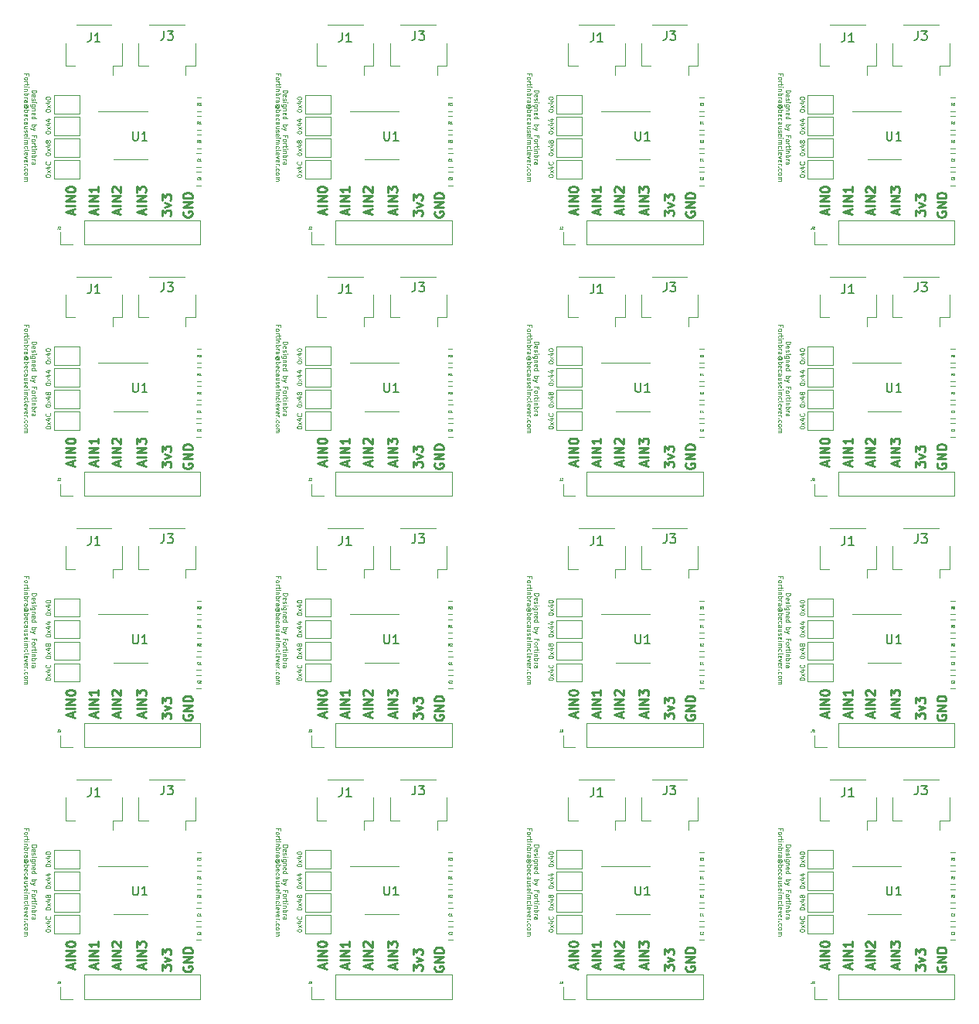
<source format=gbr>
%TF.GenerationSoftware,KiCad,Pcbnew,(6.0.7)*%
%TF.CreationDate,2022-10-24T21:44:15-05:00*%
%TF.ProjectId,Panelized,50616e65-6c69-47a6-9564-2e6b69636164,4*%
%TF.SameCoordinates,Original*%
%TF.FileFunction,Legend,Top*%
%TF.FilePolarity,Positive*%
%FSLAX46Y46*%
G04 Gerber Fmt 4.6, Leading zero omitted, Abs format (unit mm)*
G04 Created by KiCad (PCBNEW (6.0.7)) date 2022-10-24 21:44:15*
%MOMM*%
%LPD*%
G01*
G04 APERTURE LIST*
%ADD10C,0.250000*%
%ADD11C,0.062500*%
%ADD12C,0.125000*%
%ADD13C,0.150000*%
%ADD14C,0.120000*%
G04 APERTURE END LIST*
D10*
X91978666Y-126596190D02*
X91978666Y-126120000D01*
X92264380Y-126691428D02*
X91264380Y-126358095D01*
X92264380Y-126024761D01*
X92264380Y-125691428D02*
X91264380Y-125691428D01*
X92264380Y-125215238D02*
X91264380Y-125215238D01*
X92264380Y-124643809D01*
X91264380Y-124643809D01*
X91264380Y-124262857D02*
X91264380Y-123643809D01*
X91645333Y-123977142D01*
X91645333Y-123834285D01*
X91692952Y-123739047D01*
X91740571Y-123691428D01*
X91835809Y-123643809D01*
X92073904Y-123643809D01*
X92169142Y-123691428D01*
X92216761Y-123739047D01*
X92264380Y-123834285D01*
X92264380Y-124120000D01*
X92216761Y-124215238D01*
X92169142Y-124262857D01*
X36898666Y-126596190D02*
X36898666Y-126120000D01*
X37184380Y-126691428D02*
X36184380Y-126358095D01*
X37184380Y-126024761D01*
X37184380Y-125691428D02*
X36184380Y-125691428D01*
X37184380Y-125215238D02*
X36184380Y-125215238D01*
X37184380Y-124643809D01*
X36184380Y-124643809D01*
X36184380Y-124262857D02*
X36184380Y-123643809D01*
X36565333Y-123977142D01*
X36565333Y-123834285D01*
X36612952Y-123739047D01*
X36660571Y-123691428D01*
X36755809Y-123643809D01*
X36993904Y-123643809D01*
X37089142Y-123691428D01*
X37136761Y-123739047D01*
X37184380Y-123834285D01*
X37184380Y-124120000D01*
X37136761Y-124215238D01*
X37089142Y-124262857D01*
X119518666Y-99056190D02*
X119518666Y-98580000D01*
X119804380Y-99151428D02*
X118804380Y-98818095D01*
X119804380Y-98484761D01*
X119804380Y-98151428D02*
X118804380Y-98151428D01*
X119804380Y-97675238D02*
X118804380Y-97675238D01*
X119804380Y-97103809D01*
X118804380Y-97103809D01*
X118804380Y-96722857D02*
X118804380Y-96103809D01*
X119185333Y-96437142D01*
X119185333Y-96294285D01*
X119232952Y-96199047D01*
X119280571Y-96151428D01*
X119375809Y-96103809D01*
X119613904Y-96103809D01*
X119709142Y-96151428D01*
X119756761Y-96199047D01*
X119804380Y-96294285D01*
X119804380Y-96580000D01*
X119756761Y-96675238D01*
X119709142Y-96722857D01*
X91978666Y-43976190D02*
X91978666Y-43500000D01*
X92264380Y-44071428D02*
X91264380Y-43738095D01*
X92264380Y-43404761D01*
X92264380Y-43071428D02*
X91264380Y-43071428D01*
X92264380Y-42595238D02*
X91264380Y-42595238D01*
X92264380Y-42023809D01*
X91264380Y-42023809D01*
X91264380Y-41642857D02*
X91264380Y-41023809D01*
X91645333Y-41357142D01*
X91645333Y-41214285D01*
X91692952Y-41119047D01*
X91740571Y-41071428D01*
X91835809Y-41023809D01*
X92073904Y-41023809D01*
X92169142Y-41071428D01*
X92216761Y-41119047D01*
X92264380Y-41214285D01*
X92264380Y-41500000D01*
X92216761Y-41595238D01*
X92169142Y-41642857D01*
X36898666Y-99056190D02*
X36898666Y-98580000D01*
X37184380Y-99151428D02*
X36184380Y-98818095D01*
X37184380Y-98484761D01*
X37184380Y-98151428D02*
X36184380Y-98151428D01*
X37184380Y-97675238D02*
X36184380Y-97675238D01*
X37184380Y-97103809D01*
X36184380Y-97103809D01*
X36184380Y-96722857D02*
X36184380Y-96103809D01*
X36565333Y-96437142D01*
X36565333Y-96294285D01*
X36612952Y-96199047D01*
X36660571Y-96151428D01*
X36755809Y-96103809D01*
X36993904Y-96103809D01*
X37089142Y-96151428D01*
X37136761Y-96199047D01*
X37184380Y-96294285D01*
X37184380Y-96580000D01*
X37136761Y-96675238D01*
X37089142Y-96722857D01*
X91978666Y-99056190D02*
X91978666Y-98580000D01*
X92264380Y-99151428D02*
X91264380Y-98818095D01*
X92264380Y-98484761D01*
X92264380Y-98151428D02*
X91264380Y-98151428D01*
X92264380Y-97675238D02*
X91264380Y-97675238D01*
X92264380Y-97103809D01*
X91264380Y-97103809D01*
X91264380Y-96722857D02*
X91264380Y-96103809D01*
X91645333Y-96437142D01*
X91645333Y-96294285D01*
X91692952Y-96199047D01*
X91740571Y-96151428D01*
X91835809Y-96103809D01*
X92073904Y-96103809D01*
X92169142Y-96151428D01*
X92216761Y-96199047D01*
X92264380Y-96294285D01*
X92264380Y-96580000D01*
X92216761Y-96675238D01*
X92169142Y-96722857D01*
X64438666Y-99056190D02*
X64438666Y-98580000D01*
X64724380Y-99151428D02*
X63724380Y-98818095D01*
X64724380Y-98484761D01*
X64724380Y-98151428D02*
X63724380Y-98151428D01*
X64724380Y-97675238D02*
X63724380Y-97675238D01*
X64724380Y-97103809D01*
X63724380Y-97103809D01*
X63724380Y-96722857D02*
X63724380Y-96103809D01*
X64105333Y-96437142D01*
X64105333Y-96294285D01*
X64152952Y-96199047D01*
X64200571Y-96151428D01*
X64295809Y-96103809D01*
X64533904Y-96103809D01*
X64629142Y-96151428D01*
X64676761Y-96199047D01*
X64724380Y-96294285D01*
X64724380Y-96580000D01*
X64676761Y-96675238D01*
X64629142Y-96722857D01*
X36898666Y-71516190D02*
X36898666Y-71040000D01*
X37184380Y-71611428D02*
X36184380Y-71278095D01*
X37184380Y-70944761D01*
X37184380Y-70611428D02*
X36184380Y-70611428D01*
X37184380Y-70135238D02*
X36184380Y-70135238D01*
X37184380Y-69563809D01*
X36184380Y-69563809D01*
X36184380Y-69182857D02*
X36184380Y-68563809D01*
X36565333Y-68897142D01*
X36565333Y-68754285D01*
X36612952Y-68659047D01*
X36660571Y-68611428D01*
X36755809Y-68563809D01*
X36993904Y-68563809D01*
X37089142Y-68611428D01*
X37136761Y-68659047D01*
X37184380Y-68754285D01*
X37184380Y-69040000D01*
X37136761Y-69135238D01*
X37089142Y-69182857D01*
X119518666Y-126596190D02*
X119518666Y-126120000D01*
X119804380Y-126691428D02*
X118804380Y-126358095D01*
X119804380Y-126024761D01*
X119804380Y-125691428D02*
X118804380Y-125691428D01*
X119804380Y-125215238D02*
X118804380Y-125215238D01*
X119804380Y-124643809D01*
X118804380Y-124643809D01*
X118804380Y-124262857D02*
X118804380Y-123643809D01*
X119185333Y-123977142D01*
X119185333Y-123834285D01*
X119232952Y-123739047D01*
X119280571Y-123691428D01*
X119375809Y-123643809D01*
X119613904Y-123643809D01*
X119709142Y-123691428D01*
X119756761Y-123739047D01*
X119804380Y-123834285D01*
X119804380Y-124120000D01*
X119756761Y-124215238D01*
X119709142Y-124262857D01*
X64438666Y-43976190D02*
X64438666Y-43500000D01*
X64724380Y-44071428D02*
X63724380Y-43738095D01*
X64724380Y-43404761D01*
X64724380Y-43071428D02*
X63724380Y-43071428D01*
X64724380Y-42595238D02*
X63724380Y-42595238D01*
X64724380Y-42023809D01*
X63724380Y-42023809D01*
X63724380Y-41642857D02*
X63724380Y-41023809D01*
X64105333Y-41357142D01*
X64105333Y-41214285D01*
X64152952Y-41119047D01*
X64200571Y-41071428D01*
X64295809Y-41023809D01*
X64533904Y-41023809D01*
X64629142Y-41071428D01*
X64676761Y-41119047D01*
X64724380Y-41214285D01*
X64724380Y-41500000D01*
X64676761Y-41595238D01*
X64629142Y-41642857D01*
X64438666Y-126596190D02*
X64438666Y-126120000D01*
X64724380Y-126691428D02*
X63724380Y-126358095D01*
X64724380Y-126024761D01*
X64724380Y-125691428D02*
X63724380Y-125691428D01*
X64724380Y-125215238D02*
X63724380Y-125215238D01*
X64724380Y-124643809D01*
X63724380Y-124643809D01*
X63724380Y-124262857D02*
X63724380Y-123643809D01*
X64105333Y-123977142D01*
X64105333Y-123834285D01*
X64152952Y-123739047D01*
X64200571Y-123691428D01*
X64295809Y-123643809D01*
X64533904Y-123643809D01*
X64629142Y-123691428D01*
X64676761Y-123739047D01*
X64724380Y-123834285D01*
X64724380Y-124120000D01*
X64676761Y-124215238D01*
X64629142Y-124262857D01*
X36898666Y-43976190D02*
X36898666Y-43500000D01*
X37184380Y-44071428D02*
X36184380Y-43738095D01*
X37184380Y-43404761D01*
X37184380Y-43071428D02*
X36184380Y-43071428D01*
X37184380Y-42595238D02*
X36184380Y-42595238D01*
X37184380Y-42023809D01*
X36184380Y-42023809D01*
X36184380Y-41642857D02*
X36184380Y-41023809D01*
X36565333Y-41357142D01*
X36565333Y-41214285D01*
X36612952Y-41119047D01*
X36660571Y-41071428D01*
X36755809Y-41023809D01*
X36993904Y-41023809D01*
X37089142Y-41071428D01*
X37136761Y-41119047D01*
X37184380Y-41214285D01*
X37184380Y-41500000D01*
X37136761Y-41595238D01*
X37089142Y-41642857D01*
X119518666Y-71516190D02*
X119518666Y-71040000D01*
X119804380Y-71611428D02*
X118804380Y-71278095D01*
X119804380Y-70944761D01*
X119804380Y-70611428D02*
X118804380Y-70611428D01*
X119804380Y-70135238D02*
X118804380Y-70135238D01*
X119804380Y-69563809D01*
X118804380Y-69563809D01*
X118804380Y-69182857D02*
X118804380Y-68563809D01*
X119185333Y-68897142D01*
X119185333Y-68754285D01*
X119232952Y-68659047D01*
X119280571Y-68611428D01*
X119375809Y-68563809D01*
X119613904Y-68563809D01*
X119709142Y-68611428D01*
X119756761Y-68659047D01*
X119804380Y-68754285D01*
X119804380Y-69040000D01*
X119756761Y-69135238D01*
X119709142Y-69182857D01*
X91978666Y-71516190D02*
X91978666Y-71040000D01*
X92264380Y-71611428D02*
X91264380Y-71278095D01*
X92264380Y-70944761D01*
X92264380Y-70611428D02*
X91264380Y-70611428D01*
X92264380Y-70135238D02*
X91264380Y-70135238D01*
X92264380Y-69563809D01*
X91264380Y-69563809D01*
X91264380Y-69182857D02*
X91264380Y-68563809D01*
X91645333Y-68897142D01*
X91645333Y-68754285D01*
X91692952Y-68659047D01*
X91740571Y-68611428D01*
X91835809Y-68563809D01*
X92073904Y-68563809D01*
X92169142Y-68611428D01*
X92216761Y-68659047D01*
X92264380Y-68754285D01*
X92264380Y-69040000D01*
X92216761Y-69135238D01*
X92169142Y-69182857D01*
X119518666Y-43976190D02*
X119518666Y-43500000D01*
X119804380Y-44071428D02*
X118804380Y-43738095D01*
X119804380Y-43404761D01*
X119804380Y-43071428D02*
X118804380Y-43071428D01*
X119804380Y-42595238D02*
X118804380Y-42595238D01*
X119804380Y-42023809D01*
X118804380Y-42023809D01*
X118804380Y-41642857D02*
X118804380Y-41023809D01*
X119185333Y-41357142D01*
X119185333Y-41214285D01*
X119232952Y-41119047D01*
X119280571Y-41071428D01*
X119375809Y-41023809D01*
X119613904Y-41023809D01*
X119709142Y-41071428D01*
X119756761Y-41119047D01*
X119804380Y-41214285D01*
X119804380Y-41500000D01*
X119756761Y-41595238D01*
X119709142Y-41642857D01*
X64438666Y-71516190D02*
X64438666Y-71040000D01*
X64724380Y-71611428D02*
X63724380Y-71278095D01*
X64724380Y-70944761D01*
X64724380Y-70611428D02*
X63724380Y-70611428D01*
X64724380Y-70135238D02*
X63724380Y-70135238D01*
X64724380Y-69563809D01*
X63724380Y-69563809D01*
X63724380Y-69182857D02*
X63724380Y-68563809D01*
X64105333Y-68897142D01*
X64105333Y-68754285D01*
X64152952Y-68659047D01*
X64200571Y-68611428D01*
X64295809Y-68563809D01*
X64533904Y-68563809D01*
X64629142Y-68611428D01*
X64676761Y-68659047D01*
X64724380Y-68754285D01*
X64724380Y-69040000D01*
X64676761Y-69135238D01*
X64629142Y-69182857D01*
X66492380Y-44190476D02*
X66492380Y-43571428D01*
X66873333Y-43904761D01*
X66873333Y-43761904D01*
X66920952Y-43666666D01*
X66968571Y-43619047D01*
X67063809Y-43571428D01*
X67301904Y-43571428D01*
X67397142Y-43619047D01*
X67444761Y-43666666D01*
X67492380Y-43761904D01*
X67492380Y-44047619D01*
X67444761Y-44142857D01*
X67397142Y-44190476D01*
X66825714Y-43238095D02*
X67492380Y-43000000D01*
X66825714Y-42761904D01*
X66492380Y-42476190D02*
X66492380Y-41857142D01*
X66873333Y-42190476D01*
X66873333Y-42047619D01*
X66920952Y-41952380D01*
X66968571Y-41904761D01*
X67063809Y-41857142D01*
X67301904Y-41857142D01*
X67397142Y-41904761D01*
X67444761Y-41952380D01*
X67492380Y-42047619D01*
X67492380Y-42333333D01*
X67444761Y-42428571D01*
X67397142Y-42476190D01*
X121572380Y-71730476D02*
X121572380Y-71111428D01*
X121953333Y-71444761D01*
X121953333Y-71301904D01*
X122000952Y-71206666D01*
X122048571Y-71159047D01*
X122143809Y-71111428D01*
X122381904Y-71111428D01*
X122477142Y-71159047D01*
X122524761Y-71206666D01*
X122572380Y-71301904D01*
X122572380Y-71587619D01*
X122524761Y-71682857D01*
X122477142Y-71730476D01*
X121905714Y-70778095D02*
X122572380Y-70540000D01*
X121905714Y-70301904D01*
X121572380Y-70016190D02*
X121572380Y-69397142D01*
X121953333Y-69730476D01*
X121953333Y-69587619D01*
X122000952Y-69492380D01*
X122048571Y-69444761D01*
X122143809Y-69397142D01*
X122381904Y-69397142D01*
X122477142Y-69444761D01*
X122524761Y-69492380D01*
X122572380Y-69587619D01*
X122572380Y-69873333D01*
X122524761Y-69968571D01*
X122477142Y-70016190D01*
X66492380Y-126810476D02*
X66492380Y-126191428D01*
X66873333Y-126524761D01*
X66873333Y-126381904D01*
X66920952Y-126286666D01*
X66968571Y-126239047D01*
X67063809Y-126191428D01*
X67301904Y-126191428D01*
X67397142Y-126239047D01*
X67444761Y-126286666D01*
X67492380Y-126381904D01*
X67492380Y-126667619D01*
X67444761Y-126762857D01*
X67397142Y-126810476D01*
X66825714Y-125858095D02*
X67492380Y-125620000D01*
X66825714Y-125381904D01*
X66492380Y-125096190D02*
X66492380Y-124477142D01*
X66873333Y-124810476D01*
X66873333Y-124667619D01*
X66920952Y-124572380D01*
X66968571Y-124524761D01*
X67063809Y-124477142D01*
X67301904Y-124477142D01*
X67397142Y-124524761D01*
X67444761Y-124572380D01*
X67492380Y-124667619D01*
X67492380Y-124953333D01*
X67444761Y-125048571D01*
X67397142Y-125096190D01*
X38952380Y-44190476D02*
X38952380Y-43571428D01*
X39333333Y-43904761D01*
X39333333Y-43761904D01*
X39380952Y-43666666D01*
X39428571Y-43619047D01*
X39523809Y-43571428D01*
X39761904Y-43571428D01*
X39857142Y-43619047D01*
X39904761Y-43666666D01*
X39952380Y-43761904D01*
X39952380Y-44047619D01*
X39904761Y-44142857D01*
X39857142Y-44190476D01*
X39285714Y-43238095D02*
X39952380Y-43000000D01*
X39285714Y-42761904D01*
X38952380Y-42476190D02*
X38952380Y-41857142D01*
X39333333Y-42190476D01*
X39333333Y-42047619D01*
X39380952Y-41952380D01*
X39428571Y-41904761D01*
X39523809Y-41857142D01*
X39761904Y-41857142D01*
X39857142Y-41904761D01*
X39904761Y-41952380D01*
X39952380Y-42047619D01*
X39952380Y-42333333D01*
X39904761Y-42428571D01*
X39857142Y-42476190D01*
X121572380Y-126810476D02*
X121572380Y-126191428D01*
X121953333Y-126524761D01*
X121953333Y-126381904D01*
X122000952Y-126286666D01*
X122048571Y-126239047D01*
X122143809Y-126191428D01*
X122381904Y-126191428D01*
X122477142Y-126239047D01*
X122524761Y-126286666D01*
X122572380Y-126381904D01*
X122572380Y-126667619D01*
X122524761Y-126762857D01*
X122477142Y-126810476D01*
X121905714Y-125858095D02*
X122572380Y-125620000D01*
X121905714Y-125381904D01*
X121572380Y-125096190D02*
X121572380Y-124477142D01*
X121953333Y-124810476D01*
X121953333Y-124667619D01*
X122000952Y-124572380D01*
X122048571Y-124524761D01*
X122143809Y-124477142D01*
X122381904Y-124477142D01*
X122477142Y-124524761D01*
X122524761Y-124572380D01*
X122572380Y-124667619D01*
X122572380Y-124953333D01*
X122524761Y-125048571D01*
X122477142Y-125096190D01*
X121572380Y-99270476D02*
X121572380Y-98651428D01*
X121953333Y-98984761D01*
X121953333Y-98841904D01*
X122000952Y-98746666D01*
X122048571Y-98699047D01*
X122143809Y-98651428D01*
X122381904Y-98651428D01*
X122477142Y-98699047D01*
X122524761Y-98746666D01*
X122572380Y-98841904D01*
X122572380Y-99127619D01*
X122524761Y-99222857D01*
X122477142Y-99270476D01*
X121905714Y-98318095D02*
X122572380Y-98080000D01*
X121905714Y-97841904D01*
X121572380Y-97556190D02*
X121572380Y-96937142D01*
X121953333Y-97270476D01*
X121953333Y-97127619D01*
X122000952Y-97032380D01*
X122048571Y-96984761D01*
X122143809Y-96937142D01*
X122381904Y-96937142D01*
X122477142Y-96984761D01*
X122524761Y-97032380D01*
X122572380Y-97127619D01*
X122572380Y-97413333D01*
X122524761Y-97508571D01*
X122477142Y-97556190D01*
X94032380Y-126810476D02*
X94032380Y-126191428D01*
X94413333Y-126524761D01*
X94413333Y-126381904D01*
X94460952Y-126286666D01*
X94508571Y-126239047D01*
X94603809Y-126191428D01*
X94841904Y-126191428D01*
X94937142Y-126239047D01*
X94984761Y-126286666D01*
X95032380Y-126381904D01*
X95032380Y-126667619D01*
X94984761Y-126762857D01*
X94937142Y-126810476D01*
X94365714Y-125858095D02*
X95032380Y-125620000D01*
X94365714Y-125381904D01*
X94032380Y-125096190D02*
X94032380Y-124477142D01*
X94413333Y-124810476D01*
X94413333Y-124667619D01*
X94460952Y-124572380D01*
X94508571Y-124524761D01*
X94603809Y-124477142D01*
X94841904Y-124477142D01*
X94937142Y-124524761D01*
X94984761Y-124572380D01*
X95032380Y-124667619D01*
X95032380Y-124953333D01*
X94984761Y-125048571D01*
X94937142Y-125096190D01*
X121572380Y-44190476D02*
X121572380Y-43571428D01*
X121953333Y-43904761D01*
X121953333Y-43761904D01*
X122000952Y-43666666D01*
X122048571Y-43619047D01*
X122143809Y-43571428D01*
X122381904Y-43571428D01*
X122477142Y-43619047D01*
X122524761Y-43666666D01*
X122572380Y-43761904D01*
X122572380Y-44047619D01*
X122524761Y-44142857D01*
X122477142Y-44190476D01*
X121905714Y-43238095D02*
X122572380Y-43000000D01*
X121905714Y-42761904D01*
X121572380Y-42476190D02*
X121572380Y-41857142D01*
X121953333Y-42190476D01*
X121953333Y-42047619D01*
X122000952Y-41952380D01*
X122048571Y-41904761D01*
X122143809Y-41857142D01*
X122381904Y-41857142D01*
X122477142Y-41904761D01*
X122524761Y-41952380D01*
X122572380Y-42047619D01*
X122572380Y-42333333D01*
X122524761Y-42428571D01*
X122477142Y-42476190D01*
X94032380Y-71730476D02*
X94032380Y-71111428D01*
X94413333Y-71444761D01*
X94413333Y-71301904D01*
X94460952Y-71206666D01*
X94508571Y-71159047D01*
X94603809Y-71111428D01*
X94841904Y-71111428D01*
X94937142Y-71159047D01*
X94984761Y-71206666D01*
X95032380Y-71301904D01*
X95032380Y-71587619D01*
X94984761Y-71682857D01*
X94937142Y-71730476D01*
X94365714Y-70778095D02*
X95032380Y-70540000D01*
X94365714Y-70301904D01*
X94032380Y-70016190D02*
X94032380Y-69397142D01*
X94413333Y-69730476D01*
X94413333Y-69587619D01*
X94460952Y-69492380D01*
X94508571Y-69444761D01*
X94603809Y-69397142D01*
X94841904Y-69397142D01*
X94937142Y-69444761D01*
X94984761Y-69492380D01*
X95032380Y-69587619D01*
X95032380Y-69873333D01*
X94984761Y-69968571D01*
X94937142Y-70016190D01*
X38952380Y-71730476D02*
X38952380Y-71111428D01*
X39333333Y-71444761D01*
X39333333Y-71301904D01*
X39380952Y-71206666D01*
X39428571Y-71159047D01*
X39523809Y-71111428D01*
X39761904Y-71111428D01*
X39857142Y-71159047D01*
X39904761Y-71206666D01*
X39952380Y-71301904D01*
X39952380Y-71587619D01*
X39904761Y-71682857D01*
X39857142Y-71730476D01*
X39285714Y-70778095D02*
X39952380Y-70540000D01*
X39285714Y-70301904D01*
X38952380Y-70016190D02*
X38952380Y-69397142D01*
X39333333Y-69730476D01*
X39333333Y-69587619D01*
X39380952Y-69492380D01*
X39428571Y-69444761D01*
X39523809Y-69397142D01*
X39761904Y-69397142D01*
X39857142Y-69444761D01*
X39904761Y-69492380D01*
X39952380Y-69587619D01*
X39952380Y-69873333D01*
X39904761Y-69968571D01*
X39857142Y-70016190D01*
X38952380Y-99270476D02*
X38952380Y-98651428D01*
X39333333Y-98984761D01*
X39333333Y-98841904D01*
X39380952Y-98746666D01*
X39428571Y-98699047D01*
X39523809Y-98651428D01*
X39761904Y-98651428D01*
X39857142Y-98699047D01*
X39904761Y-98746666D01*
X39952380Y-98841904D01*
X39952380Y-99127619D01*
X39904761Y-99222857D01*
X39857142Y-99270476D01*
X39285714Y-98318095D02*
X39952380Y-98080000D01*
X39285714Y-97841904D01*
X38952380Y-97556190D02*
X38952380Y-96937142D01*
X39333333Y-97270476D01*
X39333333Y-97127619D01*
X39380952Y-97032380D01*
X39428571Y-96984761D01*
X39523809Y-96937142D01*
X39761904Y-96937142D01*
X39857142Y-96984761D01*
X39904761Y-97032380D01*
X39952380Y-97127619D01*
X39952380Y-97413333D01*
X39904761Y-97508571D01*
X39857142Y-97556190D01*
X66492380Y-99270476D02*
X66492380Y-98651428D01*
X66873333Y-98984761D01*
X66873333Y-98841904D01*
X66920952Y-98746666D01*
X66968571Y-98699047D01*
X67063809Y-98651428D01*
X67301904Y-98651428D01*
X67397142Y-98699047D01*
X67444761Y-98746666D01*
X67492380Y-98841904D01*
X67492380Y-99127619D01*
X67444761Y-99222857D01*
X67397142Y-99270476D01*
X66825714Y-98318095D02*
X67492380Y-98080000D01*
X66825714Y-97841904D01*
X66492380Y-97556190D02*
X66492380Y-96937142D01*
X66873333Y-97270476D01*
X66873333Y-97127619D01*
X66920952Y-97032380D01*
X66968571Y-96984761D01*
X67063809Y-96937142D01*
X67301904Y-96937142D01*
X67397142Y-96984761D01*
X67444761Y-97032380D01*
X67492380Y-97127619D01*
X67492380Y-97413333D01*
X67444761Y-97508571D01*
X67397142Y-97556190D01*
X66492380Y-71730476D02*
X66492380Y-71111428D01*
X66873333Y-71444761D01*
X66873333Y-71301904D01*
X66920952Y-71206666D01*
X66968571Y-71159047D01*
X67063809Y-71111428D01*
X67301904Y-71111428D01*
X67397142Y-71159047D01*
X67444761Y-71206666D01*
X67492380Y-71301904D01*
X67492380Y-71587619D01*
X67444761Y-71682857D01*
X67397142Y-71730476D01*
X66825714Y-70778095D02*
X67492380Y-70540000D01*
X66825714Y-70301904D01*
X66492380Y-70016190D02*
X66492380Y-69397142D01*
X66873333Y-69730476D01*
X66873333Y-69587619D01*
X66920952Y-69492380D01*
X66968571Y-69444761D01*
X67063809Y-69397142D01*
X67301904Y-69397142D01*
X67397142Y-69444761D01*
X67444761Y-69492380D01*
X67492380Y-69587619D01*
X67492380Y-69873333D01*
X67444761Y-69968571D01*
X67397142Y-70016190D01*
X38952380Y-126810476D02*
X38952380Y-126191428D01*
X39333333Y-126524761D01*
X39333333Y-126381904D01*
X39380952Y-126286666D01*
X39428571Y-126239047D01*
X39523809Y-126191428D01*
X39761904Y-126191428D01*
X39857142Y-126239047D01*
X39904761Y-126286666D01*
X39952380Y-126381904D01*
X39952380Y-126667619D01*
X39904761Y-126762857D01*
X39857142Y-126810476D01*
X39285714Y-125858095D02*
X39952380Y-125620000D01*
X39285714Y-125381904D01*
X38952380Y-125096190D02*
X38952380Y-124477142D01*
X39333333Y-124810476D01*
X39333333Y-124667619D01*
X39380952Y-124572380D01*
X39428571Y-124524761D01*
X39523809Y-124477142D01*
X39761904Y-124477142D01*
X39857142Y-124524761D01*
X39904761Y-124572380D01*
X39952380Y-124667619D01*
X39952380Y-124953333D01*
X39904761Y-125048571D01*
X39857142Y-125096190D01*
X94032380Y-44190476D02*
X94032380Y-43571428D01*
X94413333Y-43904761D01*
X94413333Y-43761904D01*
X94460952Y-43666666D01*
X94508571Y-43619047D01*
X94603809Y-43571428D01*
X94841904Y-43571428D01*
X94937142Y-43619047D01*
X94984761Y-43666666D01*
X95032380Y-43761904D01*
X95032380Y-44047619D01*
X94984761Y-44142857D01*
X94937142Y-44190476D01*
X94365714Y-43238095D02*
X95032380Y-43000000D01*
X94365714Y-42761904D01*
X94032380Y-42476190D02*
X94032380Y-41857142D01*
X94413333Y-42190476D01*
X94413333Y-42047619D01*
X94460952Y-41952380D01*
X94508571Y-41904761D01*
X94603809Y-41857142D01*
X94841904Y-41857142D01*
X94937142Y-41904761D01*
X94984761Y-41952380D01*
X95032380Y-42047619D01*
X95032380Y-42333333D01*
X94984761Y-42428571D01*
X94937142Y-42476190D01*
X94032380Y-99270476D02*
X94032380Y-98651428D01*
X94413333Y-98984761D01*
X94413333Y-98841904D01*
X94460952Y-98746666D01*
X94508571Y-98699047D01*
X94603809Y-98651428D01*
X94841904Y-98651428D01*
X94937142Y-98699047D01*
X94984761Y-98746666D01*
X95032380Y-98841904D01*
X95032380Y-99127619D01*
X94984761Y-99222857D01*
X94937142Y-99270476D01*
X94365714Y-98318095D02*
X95032380Y-98080000D01*
X94365714Y-97841904D01*
X94032380Y-97556190D02*
X94032380Y-96937142D01*
X94413333Y-97270476D01*
X94413333Y-97127619D01*
X94460952Y-97032380D01*
X94508571Y-96984761D01*
X94603809Y-96937142D01*
X94841904Y-96937142D01*
X94937142Y-96984761D01*
X94984761Y-97032380D01*
X95032380Y-97127619D01*
X95032380Y-97413333D01*
X94984761Y-97508571D01*
X94937142Y-97556190D01*
X41312000Y-71301904D02*
X41264380Y-71397142D01*
X41264380Y-71540000D01*
X41312000Y-71682857D01*
X41407238Y-71778095D01*
X41502476Y-71825714D01*
X41692952Y-71873333D01*
X41835809Y-71873333D01*
X42026285Y-71825714D01*
X42121523Y-71778095D01*
X42216761Y-71682857D01*
X42264380Y-71540000D01*
X42264380Y-71444761D01*
X42216761Y-71301904D01*
X42169142Y-71254285D01*
X41835809Y-71254285D01*
X41835809Y-71444761D01*
X42264380Y-70825714D02*
X41264380Y-70825714D01*
X42264380Y-70254285D01*
X41264380Y-70254285D01*
X42264380Y-69778095D02*
X41264380Y-69778095D01*
X41264380Y-69540000D01*
X41312000Y-69397142D01*
X41407238Y-69301904D01*
X41502476Y-69254285D01*
X41692952Y-69206666D01*
X41835809Y-69206666D01*
X42026285Y-69254285D01*
X42121523Y-69301904D01*
X42216761Y-69397142D01*
X42264380Y-69540000D01*
X42264380Y-69778095D01*
X123932000Y-126381904D02*
X123884380Y-126477142D01*
X123884380Y-126620000D01*
X123932000Y-126762857D01*
X124027238Y-126858095D01*
X124122476Y-126905714D01*
X124312952Y-126953333D01*
X124455809Y-126953333D01*
X124646285Y-126905714D01*
X124741523Y-126858095D01*
X124836761Y-126762857D01*
X124884380Y-126620000D01*
X124884380Y-126524761D01*
X124836761Y-126381904D01*
X124789142Y-126334285D01*
X124455809Y-126334285D01*
X124455809Y-126524761D01*
X124884380Y-125905714D02*
X123884380Y-125905714D01*
X124884380Y-125334285D01*
X123884380Y-125334285D01*
X124884380Y-124858095D02*
X123884380Y-124858095D01*
X123884380Y-124620000D01*
X123932000Y-124477142D01*
X124027238Y-124381904D01*
X124122476Y-124334285D01*
X124312952Y-124286666D01*
X124455809Y-124286666D01*
X124646285Y-124334285D01*
X124741523Y-124381904D01*
X124836761Y-124477142D01*
X124884380Y-124620000D01*
X124884380Y-124858095D01*
X68852000Y-126381904D02*
X68804380Y-126477142D01*
X68804380Y-126620000D01*
X68852000Y-126762857D01*
X68947238Y-126858095D01*
X69042476Y-126905714D01*
X69232952Y-126953333D01*
X69375809Y-126953333D01*
X69566285Y-126905714D01*
X69661523Y-126858095D01*
X69756761Y-126762857D01*
X69804380Y-126620000D01*
X69804380Y-126524761D01*
X69756761Y-126381904D01*
X69709142Y-126334285D01*
X69375809Y-126334285D01*
X69375809Y-126524761D01*
X69804380Y-125905714D02*
X68804380Y-125905714D01*
X69804380Y-125334285D01*
X68804380Y-125334285D01*
X69804380Y-124858095D02*
X68804380Y-124858095D01*
X68804380Y-124620000D01*
X68852000Y-124477142D01*
X68947238Y-124381904D01*
X69042476Y-124334285D01*
X69232952Y-124286666D01*
X69375809Y-124286666D01*
X69566285Y-124334285D01*
X69661523Y-124381904D01*
X69756761Y-124477142D01*
X69804380Y-124620000D01*
X69804380Y-124858095D01*
X96392000Y-43761904D02*
X96344380Y-43857142D01*
X96344380Y-44000000D01*
X96392000Y-44142857D01*
X96487238Y-44238095D01*
X96582476Y-44285714D01*
X96772952Y-44333333D01*
X96915809Y-44333333D01*
X97106285Y-44285714D01*
X97201523Y-44238095D01*
X97296761Y-44142857D01*
X97344380Y-44000000D01*
X97344380Y-43904761D01*
X97296761Y-43761904D01*
X97249142Y-43714285D01*
X96915809Y-43714285D01*
X96915809Y-43904761D01*
X97344380Y-43285714D02*
X96344380Y-43285714D01*
X97344380Y-42714285D01*
X96344380Y-42714285D01*
X97344380Y-42238095D02*
X96344380Y-42238095D01*
X96344380Y-42000000D01*
X96392000Y-41857142D01*
X96487238Y-41761904D01*
X96582476Y-41714285D01*
X96772952Y-41666666D01*
X96915809Y-41666666D01*
X97106285Y-41714285D01*
X97201523Y-41761904D01*
X97296761Y-41857142D01*
X97344380Y-42000000D01*
X97344380Y-42238095D01*
X96392000Y-98841904D02*
X96344380Y-98937142D01*
X96344380Y-99080000D01*
X96392000Y-99222857D01*
X96487238Y-99318095D01*
X96582476Y-99365714D01*
X96772952Y-99413333D01*
X96915809Y-99413333D01*
X97106285Y-99365714D01*
X97201523Y-99318095D01*
X97296761Y-99222857D01*
X97344380Y-99080000D01*
X97344380Y-98984761D01*
X97296761Y-98841904D01*
X97249142Y-98794285D01*
X96915809Y-98794285D01*
X96915809Y-98984761D01*
X97344380Y-98365714D02*
X96344380Y-98365714D01*
X97344380Y-97794285D01*
X96344380Y-97794285D01*
X97344380Y-97318095D02*
X96344380Y-97318095D01*
X96344380Y-97080000D01*
X96392000Y-96937142D01*
X96487238Y-96841904D01*
X96582476Y-96794285D01*
X96772952Y-96746666D01*
X96915809Y-96746666D01*
X97106285Y-96794285D01*
X97201523Y-96841904D01*
X97296761Y-96937142D01*
X97344380Y-97080000D01*
X97344380Y-97318095D01*
X41312000Y-98841904D02*
X41264380Y-98937142D01*
X41264380Y-99080000D01*
X41312000Y-99222857D01*
X41407238Y-99318095D01*
X41502476Y-99365714D01*
X41692952Y-99413333D01*
X41835809Y-99413333D01*
X42026285Y-99365714D01*
X42121523Y-99318095D01*
X42216761Y-99222857D01*
X42264380Y-99080000D01*
X42264380Y-98984761D01*
X42216761Y-98841904D01*
X42169142Y-98794285D01*
X41835809Y-98794285D01*
X41835809Y-98984761D01*
X42264380Y-98365714D02*
X41264380Y-98365714D01*
X42264380Y-97794285D01*
X41264380Y-97794285D01*
X42264380Y-97318095D02*
X41264380Y-97318095D01*
X41264380Y-97080000D01*
X41312000Y-96937142D01*
X41407238Y-96841904D01*
X41502476Y-96794285D01*
X41692952Y-96746666D01*
X41835809Y-96746666D01*
X42026285Y-96794285D01*
X42121523Y-96841904D01*
X42216761Y-96937142D01*
X42264380Y-97080000D01*
X42264380Y-97318095D01*
X123932000Y-98841904D02*
X123884380Y-98937142D01*
X123884380Y-99080000D01*
X123932000Y-99222857D01*
X124027238Y-99318095D01*
X124122476Y-99365714D01*
X124312952Y-99413333D01*
X124455809Y-99413333D01*
X124646285Y-99365714D01*
X124741523Y-99318095D01*
X124836761Y-99222857D01*
X124884380Y-99080000D01*
X124884380Y-98984761D01*
X124836761Y-98841904D01*
X124789142Y-98794285D01*
X124455809Y-98794285D01*
X124455809Y-98984761D01*
X124884380Y-98365714D02*
X123884380Y-98365714D01*
X124884380Y-97794285D01*
X123884380Y-97794285D01*
X124884380Y-97318095D02*
X123884380Y-97318095D01*
X123884380Y-97080000D01*
X123932000Y-96937142D01*
X124027238Y-96841904D01*
X124122476Y-96794285D01*
X124312952Y-96746666D01*
X124455809Y-96746666D01*
X124646285Y-96794285D01*
X124741523Y-96841904D01*
X124836761Y-96937142D01*
X124884380Y-97080000D01*
X124884380Y-97318095D01*
X68852000Y-43761904D02*
X68804380Y-43857142D01*
X68804380Y-44000000D01*
X68852000Y-44142857D01*
X68947238Y-44238095D01*
X69042476Y-44285714D01*
X69232952Y-44333333D01*
X69375809Y-44333333D01*
X69566285Y-44285714D01*
X69661523Y-44238095D01*
X69756761Y-44142857D01*
X69804380Y-44000000D01*
X69804380Y-43904761D01*
X69756761Y-43761904D01*
X69709142Y-43714285D01*
X69375809Y-43714285D01*
X69375809Y-43904761D01*
X69804380Y-43285714D02*
X68804380Y-43285714D01*
X69804380Y-42714285D01*
X68804380Y-42714285D01*
X69804380Y-42238095D02*
X68804380Y-42238095D01*
X68804380Y-42000000D01*
X68852000Y-41857142D01*
X68947238Y-41761904D01*
X69042476Y-41714285D01*
X69232952Y-41666666D01*
X69375809Y-41666666D01*
X69566285Y-41714285D01*
X69661523Y-41761904D01*
X69756761Y-41857142D01*
X69804380Y-42000000D01*
X69804380Y-42238095D01*
X123932000Y-43761904D02*
X123884380Y-43857142D01*
X123884380Y-44000000D01*
X123932000Y-44142857D01*
X124027238Y-44238095D01*
X124122476Y-44285714D01*
X124312952Y-44333333D01*
X124455809Y-44333333D01*
X124646285Y-44285714D01*
X124741523Y-44238095D01*
X124836761Y-44142857D01*
X124884380Y-44000000D01*
X124884380Y-43904761D01*
X124836761Y-43761904D01*
X124789142Y-43714285D01*
X124455809Y-43714285D01*
X124455809Y-43904761D01*
X124884380Y-43285714D02*
X123884380Y-43285714D01*
X124884380Y-42714285D01*
X123884380Y-42714285D01*
X124884380Y-42238095D02*
X123884380Y-42238095D01*
X123884380Y-42000000D01*
X123932000Y-41857142D01*
X124027238Y-41761904D01*
X124122476Y-41714285D01*
X124312952Y-41666666D01*
X124455809Y-41666666D01*
X124646285Y-41714285D01*
X124741523Y-41761904D01*
X124836761Y-41857142D01*
X124884380Y-42000000D01*
X124884380Y-42238095D01*
X41312000Y-43761904D02*
X41264380Y-43857142D01*
X41264380Y-44000000D01*
X41312000Y-44142857D01*
X41407238Y-44238095D01*
X41502476Y-44285714D01*
X41692952Y-44333333D01*
X41835809Y-44333333D01*
X42026285Y-44285714D01*
X42121523Y-44238095D01*
X42216761Y-44142857D01*
X42264380Y-44000000D01*
X42264380Y-43904761D01*
X42216761Y-43761904D01*
X42169142Y-43714285D01*
X41835809Y-43714285D01*
X41835809Y-43904761D01*
X42264380Y-43285714D02*
X41264380Y-43285714D01*
X42264380Y-42714285D01*
X41264380Y-42714285D01*
X42264380Y-42238095D02*
X41264380Y-42238095D01*
X41264380Y-42000000D01*
X41312000Y-41857142D01*
X41407238Y-41761904D01*
X41502476Y-41714285D01*
X41692952Y-41666666D01*
X41835809Y-41666666D01*
X42026285Y-41714285D01*
X42121523Y-41761904D01*
X42216761Y-41857142D01*
X42264380Y-42000000D01*
X42264380Y-42238095D01*
X96392000Y-126381904D02*
X96344380Y-126477142D01*
X96344380Y-126620000D01*
X96392000Y-126762857D01*
X96487238Y-126858095D01*
X96582476Y-126905714D01*
X96772952Y-126953333D01*
X96915809Y-126953333D01*
X97106285Y-126905714D01*
X97201523Y-126858095D01*
X97296761Y-126762857D01*
X97344380Y-126620000D01*
X97344380Y-126524761D01*
X97296761Y-126381904D01*
X97249142Y-126334285D01*
X96915809Y-126334285D01*
X96915809Y-126524761D01*
X97344380Y-125905714D02*
X96344380Y-125905714D01*
X97344380Y-125334285D01*
X96344380Y-125334285D01*
X97344380Y-124858095D02*
X96344380Y-124858095D01*
X96344380Y-124620000D01*
X96392000Y-124477142D01*
X96487238Y-124381904D01*
X96582476Y-124334285D01*
X96772952Y-124286666D01*
X96915809Y-124286666D01*
X97106285Y-124334285D01*
X97201523Y-124381904D01*
X97296761Y-124477142D01*
X97344380Y-124620000D01*
X97344380Y-124858095D01*
X123932000Y-71301904D02*
X123884380Y-71397142D01*
X123884380Y-71540000D01*
X123932000Y-71682857D01*
X124027238Y-71778095D01*
X124122476Y-71825714D01*
X124312952Y-71873333D01*
X124455809Y-71873333D01*
X124646285Y-71825714D01*
X124741523Y-71778095D01*
X124836761Y-71682857D01*
X124884380Y-71540000D01*
X124884380Y-71444761D01*
X124836761Y-71301904D01*
X124789142Y-71254285D01*
X124455809Y-71254285D01*
X124455809Y-71444761D01*
X124884380Y-70825714D02*
X123884380Y-70825714D01*
X124884380Y-70254285D01*
X123884380Y-70254285D01*
X124884380Y-69778095D02*
X123884380Y-69778095D01*
X123884380Y-69540000D01*
X123932000Y-69397142D01*
X124027238Y-69301904D01*
X124122476Y-69254285D01*
X124312952Y-69206666D01*
X124455809Y-69206666D01*
X124646285Y-69254285D01*
X124741523Y-69301904D01*
X124836761Y-69397142D01*
X124884380Y-69540000D01*
X124884380Y-69778095D01*
X68852000Y-98841904D02*
X68804380Y-98937142D01*
X68804380Y-99080000D01*
X68852000Y-99222857D01*
X68947238Y-99318095D01*
X69042476Y-99365714D01*
X69232952Y-99413333D01*
X69375809Y-99413333D01*
X69566285Y-99365714D01*
X69661523Y-99318095D01*
X69756761Y-99222857D01*
X69804380Y-99080000D01*
X69804380Y-98984761D01*
X69756761Y-98841904D01*
X69709142Y-98794285D01*
X69375809Y-98794285D01*
X69375809Y-98984761D01*
X69804380Y-98365714D02*
X68804380Y-98365714D01*
X69804380Y-97794285D01*
X68804380Y-97794285D01*
X69804380Y-97318095D02*
X68804380Y-97318095D01*
X68804380Y-97080000D01*
X68852000Y-96937142D01*
X68947238Y-96841904D01*
X69042476Y-96794285D01*
X69232952Y-96746666D01*
X69375809Y-96746666D01*
X69566285Y-96794285D01*
X69661523Y-96841904D01*
X69756761Y-96937142D01*
X69804380Y-97080000D01*
X69804380Y-97318095D01*
X68852000Y-71301904D02*
X68804380Y-71397142D01*
X68804380Y-71540000D01*
X68852000Y-71682857D01*
X68947238Y-71778095D01*
X69042476Y-71825714D01*
X69232952Y-71873333D01*
X69375809Y-71873333D01*
X69566285Y-71825714D01*
X69661523Y-71778095D01*
X69756761Y-71682857D01*
X69804380Y-71540000D01*
X69804380Y-71444761D01*
X69756761Y-71301904D01*
X69709142Y-71254285D01*
X69375809Y-71254285D01*
X69375809Y-71444761D01*
X69804380Y-70825714D02*
X68804380Y-70825714D01*
X69804380Y-70254285D01*
X68804380Y-70254285D01*
X69804380Y-69778095D02*
X68804380Y-69778095D01*
X68804380Y-69540000D01*
X68852000Y-69397142D01*
X68947238Y-69301904D01*
X69042476Y-69254285D01*
X69232952Y-69206666D01*
X69375809Y-69206666D01*
X69566285Y-69254285D01*
X69661523Y-69301904D01*
X69756761Y-69397142D01*
X69804380Y-69540000D01*
X69804380Y-69778095D01*
X41312000Y-126381904D02*
X41264380Y-126477142D01*
X41264380Y-126620000D01*
X41312000Y-126762857D01*
X41407238Y-126858095D01*
X41502476Y-126905714D01*
X41692952Y-126953333D01*
X41835809Y-126953333D01*
X42026285Y-126905714D01*
X42121523Y-126858095D01*
X42216761Y-126762857D01*
X42264380Y-126620000D01*
X42264380Y-126524761D01*
X42216761Y-126381904D01*
X42169142Y-126334285D01*
X41835809Y-126334285D01*
X41835809Y-126524761D01*
X42264380Y-125905714D02*
X41264380Y-125905714D01*
X42264380Y-125334285D01*
X41264380Y-125334285D01*
X42264380Y-124858095D02*
X41264380Y-124858095D01*
X41264380Y-124620000D01*
X41312000Y-124477142D01*
X41407238Y-124381904D01*
X41502476Y-124334285D01*
X41692952Y-124286666D01*
X41835809Y-124286666D01*
X42026285Y-124334285D01*
X42121523Y-124381904D01*
X42216761Y-124477142D01*
X42264380Y-124620000D01*
X42264380Y-124858095D01*
X96392000Y-71301904D02*
X96344380Y-71397142D01*
X96344380Y-71540000D01*
X96392000Y-71682857D01*
X96487238Y-71778095D01*
X96582476Y-71825714D01*
X96772952Y-71873333D01*
X96915809Y-71873333D01*
X97106285Y-71825714D01*
X97201523Y-71778095D01*
X97296761Y-71682857D01*
X97344380Y-71540000D01*
X97344380Y-71444761D01*
X97296761Y-71301904D01*
X97249142Y-71254285D01*
X96915809Y-71254285D01*
X96915809Y-71444761D01*
X97344380Y-70825714D02*
X96344380Y-70825714D01*
X97344380Y-70254285D01*
X96344380Y-70254285D01*
X97344380Y-69778095D02*
X96344380Y-69778095D01*
X96344380Y-69540000D01*
X96392000Y-69397142D01*
X96487238Y-69301904D01*
X96582476Y-69254285D01*
X96772952Y-69206666D01*
X96915809Y-69206666D01*
X97106285Y-69254285D01*
X97201523Y-69301904D01*
X97296761Y-69397142D01*
X97344380Y-69540000D01*
X97344380Y-69778095D01*
X61706666Y-99056190D02*
X61706666Y-98580000D01*
X61992380Y-99151428D02*
X60992380Y-98818095D01*
X61992380Y-98484761D01*
X61992380Y-98151428D02*
X60992380Y-98151428D01*
X61992380Y-97675238D02*
X60992380Y-97675238D01*
X61992380Y-97103809D01*
X60992380Y-97103809D01*
X61087619Y-96675238D02*
X61040000Y-96627619D01*
X60992380Y-96532380D01*
X60992380Y-96294285D01*
X61040000Y-96199047D01*
X61087619Y-96151428D01*
X61182857Y-96103809D01*
X61278095Y-96103809D01*
X61420952Y-96151428D01*
X61992380Y-96722857D01*
X61992380Y-96103809D01*
X89246666Y-126596190D02*
X89246666Y-126120000D01*
X89532380Y-126691428D02*
X88532380Y-126358095D01*
X89532380Y-126024761D01*
X89532380Y-125691428D02*
X88532380Y-125691428D01*
X89532380Y-125215238D02*
X88532380Y-125215238D01*
X89532380Y-124643809D01*
X88532380Y-124643809D01*
X88627619Y-124215238D02*
X88580000Y-124167619D01*
X88532380Y-124072380D01*
X88532380Y-123834285D01*
X88580000Y-123739047D01*
X88627619Y-123691428D01*
X88722857Y-123643809D01*
X88818095Y-123643809D01*
X88960952Y-123691428D01*
X89532380Y-124262857D01*
X89532380Y-123643809D01*
X61706666Y-43976190D02*
X61706666Y-43500000D01*
X61992380Y-44071428D02*
X60992380Y-43738095D01*
X61992380Y-43404761D01*
X61992380Y-43071428D02*
X60992380Y-43071428D01*
X61992380Y-42595238D02*
X60992380Y-42595238D01*
X61992380Y-42023809D01*
X60992380Y-42023809D01*
X61087619Y-41595238D02*
X61040000Y-41547619D01*
X60992380Y-41452380D01*
X60992380Y-41214285D01*
X61040000Y-41119047D01*
X61087619Y-41071428D01*
X61182857Y-41023809D01*
X61278095Y-41023809D01*
X61420952Y-41071428D01*
X61992380Y-41642857D01*
X61992380Y-41023809D01*
X61706666Y-126596190D02*
X61706666Y-126120000D01*
X61992380Y-126691428D02*
X60992380Y-126358095D01*
X61992380Y-126024761D01*
X61992380Y-125691428D02*
X60992380Y-125691428D01*
X61992380Y-125215238D02*
X60992380Y-125215238D01*
X61992380Y-124643809D01*
X60992380Y-124643809D01*
X61087619Y-124215238D02*
X61040000Y-124167619D01*
X60992380Y-124072380D01*
X60992380Y-123834285D01*
X61040000Y-123739047D01*
X61087619Y-123691428D01*
X61182857Y-123643809D01*
X61278095Y-123643809D01*
X61420952Y-123691428D01*
X61992380Y-124262857D01*
X61992380Y-123643809D01*
X34166666Y-126596190D02*
X34166666Y-126120000D01*
X34452380Y-126691428D02*
X33452380Y-126358095D01*
X34452380Y-126024761D01*
X34452380Y-125691428D02*
X33452380Y-125691428D01*
X34452380Y-125215238D02*
X33452380Y-125215238D01*
X34452380Y-124643809D01*
X33452380Y-124643809D01*
X33547619Y-124215238D02*
X33500000Y-124167619D01*
X33452380Y-124072380D01*
X33452380Y-123834285D01*
X33500000Y-123739047D01*
X33547619Y-123691428D01*
X33642857Y-123643809D01*
X33738095Y-123643809D01*
X33880952Y-123691428D01*
X34452380Y-124262857D01*
X34452380Y-123643809D01*
X89246666Y-99056190D02*
X89246666Y-98580000D01*
X89532380Y-99151428D02*
X88532380Y-98818095D01*
X89532380Y-98484761D01*
X89532380Y-98151428D02*
X88532380Y-98151428D01*
X89532380Y-97675238D02*
X88532380Y-97675238D01*
X89532380Y-97103809D01*
X88532380Y-97103809D01*
X88627619Y-96675238D02*
X88580000Y-96627619D01*
X88532380Y-96532380D01*
X88532380Y-96294285D01*
X88580000Y-96199047D01*
X88627619Y-96151428D01*
X88722857Y-96103809D01*
X88818095Y-96103809D01*
X88960952Y-96151428D01*
X89532380Y-96722857D01*
X89532380Y-96103809D01*
X116786666Y-126596190D02*
X116786666Y-126120000D01*
X117072380Y-126691428D02*
X116072380Y-126358095D01*
X117072380Y-126024761D01*
X117072380Y-125691428D02*
X116072380Y-125691428D01*
X117072380Y-125215238D02*
X116072380Y-125215238D01*
X117072380Y-124643809D01*
X116072380Y-124643809D01*
X116167619Y-124215238D02*
X116120000Y-124167619D01*
X116072380Y-124072380D01*
X116072380Y-123834285D01*
X116120000Y-123739047D01*
X116167619Y-123691428D01*
X116262857Y-123643809D01*
X116358095Y-123643809D01*
X116500952Y-123691428D01*
X117072380Y-124262857D01*
X117072380Y-123643809D01*
X116786666Y-99056190D02*
X116786666Y-98580000D01*
X117072380Y-99151428D02*
X116072380Y-98818095D01*
X117072380Y-98484761D01*
X117072380Y-98151428D02*
X116072380Y-98151428D01*
X117072380Y-97675238D02*
X116072380Y-97675238D01*
X117072380Y-97103809D01*
X116072380Y-97103809D01*
X116167619Y-96675238D02*
X116120000Y-96627619D01*
X116072380Y-96532380D01*
X116072380Y-96294285D01*
X116120000Y-96199047D01*
X116167619Y-96151428D01*
X116262857Y-96103809D01*
X116358095Y-96103809D01*
X116500952Y-96151428D01*
X117072380Y-96722857D01*
X117072380Y-96103809D01*
X34166666Y-43976190D02*
X34166666Y-43500000D01*
X34452380Y-44071428D02*
X33452380Y-43738095D01*
X34452380Y-43404761D01*
X34452380Y-43071428D02*
X33452380Y-43071428D01*
X34452380Y-42595238D02*
X33452380Y-42595238D01*
X34452380Y-42023809D01*
X33452380Y-42023809D01*
X33547619Y-41595238D02*
X33500000Y-41547619D01*
X33452380Y-41452380D01*
X33452380Y-41214285D01*
X33500000Y-41119047D01*
X33547619Y-41071428D01*
X33642857Y-41023809D01*
X33738095Y-41023809D01*
X33880952Y-41071428D01*
X34452380Y-41642857D01*
X34452380Y-41023809D01*
X89246666Y-43976190D02*
X89246666Y-43500000D01*
X89532380Y-44071428D02*
X88532380Y-43738095D01*
X89532380Y-43404761D01*
X89532380Y-43071428D02*
X88532380Y-43071428D01*
X89532380Y-42595238D02*
X88532380Y-42595238D01*
X89532380Y-42023809D01*
X88532380Y-42023809D01*
X88627619Y-41595238D02*
X88580000Y-41547619D01*
X88532380Y-41452380D01*
X88532380Y-41214285D01*
X88580000Y-41119047D01*
X88627619Y-41071428D01*
X88722857Y-41023809D01*
X88818095Y-41023809D01*
X88960952Y-41071428D01*
X89532380Y-41642857D01*
X89532380Y-41023809D01*
X89246666Y-71516190D02*
X89246666Y-71040000D01*
X89532380Y-71611428D02*
X88532380Y-71278095D01*
X89532380Y-70944761D01*
X89532380Y-70611428D02*
X88532380Y-70611428D01*
X89532380Y-70135238D02*
X88532380Y-70135238D01*
X89532380Y-69563809D01*
X88532380Y-69563809D01*
X88627619Y-69135238D02*
X88580000Y-69087619D01*
X88532380Y-68992380D01*
X88532380Y-68754285D01*
X88580000Y-68659047D01*
X88627619Y-68611428D01*
X88722857Y-68563809D01*
X88818095Y-68563809D01*
X88960952Y-68611428D01*
X89532380Y-69182857D01*
X89532380Y-68563809D01*
X116786666Y-71516190D02*
X116786666Y-71040000D01*
X117072380Y-71611428D02*
X116072380Y-71278095D01*
X117072380Y-70944761D01*
X117072380Y-70611428D02*
X116072380Y-70611428D01*
X117072380Y-70135238D02*
X116072380Y-70135238D01*
X117072380Y-69563809D01*
X116072380Y-69563809D01*
X116167619Y-69135238D02*
X116120000Y-69087619D01*
X116072380Y-68992380D01*
X116072380Y-68754285D01*
X116120000Y-68659047D01*
X116167619Y-68611428D01*
X116262857Y-68563809D01*
X116358095Y-68563809D01*
X116500952Y-68611428D01*
X117072380Y-69182857D01*
X117072380Y-68563809D01*
X34166666Y-71516190D02*
X34166666Y-71040000D01*
X34452380Y-71611428D02*
X33452380Y-71278095D01*
X34452380Y-70944761D01*
X34452380Y-70611428D02*
X33452380Y-70611428D01*
X34452380Y-70135238D02*
X33452380Y-70135238D01*
X34452380Y-69563809D01*
X33452380Y-69563809D01*
X33547619Y-69135238D02*
X33500000Y-69087619D01*
X33452380Y-68992380D01*
X33452380Y-68754285D01*
X33500000Y-68659047D01*
X33547619Y-68611428D01*
X33642857Y-68563809D01*
X33738095Y-68563809D01*
X33880952Y-68611428D01*
X34452380Y-69182857D01*
X34452380Y-68563809D01*
X61706666Y-71516190D02*
X61706666Y-71040000D01*
X61992380Y-71611428D02*
X60992380Y-71278095D01*
X61992380Y-70944761D01*
X61992380Y-70611428D02*
X60992380Y-70611428D01*
X61992380Y-70135238D02*
X60992380Y-70135238D01*
X61992380Y-69563809D01*
X60992380Y-69563809D01*
X61087619Y-69135238D02*
X61040000Y-69087619D01*
X60992380Y-68992380D01*
X60992380Y-68754285D01*
X61040000Y-68659047D01*
X61087619Y-68611428D01*
X61182857Y-68563809D01*
X61278095Y-68563809D01*
X61420952Y-68611428D01*
X61992380Y-69182857D01*
X61992380Y-68563809D01*
X116786666Y-43976190D02*
X116786666Y-43500000D01*
X117072380Y-44071428D02*
X116072380Y-43738095D01*
X117072380Y-43404761D01*
X117072380Y-43071428D02*
X116072380Y-43071428D01*
X117072380Y-42595238D02*
X116072380Y-42595238D01*
X117072380Y-42023809D01*
X116072380Y-42023809D01*
X116167619Y-41595238D02*
X116120000Y-41547619D01*
X116072380Y-41452380D01*
X116072380Y-41214285D01*
X116120000Y-41119047D01*
X116167619Y-41071428D01*
X116262857Y-41023809D01*
X116358095Y-41023809D01*
X116500952Y-41071428D01*
X117072380Y-41642857D01*
X117072380Y-41023809D01*
X34166666Y-99056190D02*
X34166666Y-98580000D01*
X34452380Y-99151428D02*
X33452380Y-98818095D01*
X34452380Y-98484761D01*
X34452380Y-98151428D02*
X33452380Y-98151428D01*
X34452380Y-97675238D02*
X33452380Y-97675238D01*
X34452380Y-97103809D01*
X33452380Y-97103809D01*
X33547619Y-96675238D02*
X33500000Y-96627619D01*
X33452380Y-96532380D01*
X33452380Y-96294285D01*
X33500000Y-96199047D01*
X33547619Y-96151428D01*
X33642857Y-96103809D01*
X33738095Y-96103809D01*
X33880952Y-96151428D01*
X34452380Y-96722857D01*
X34452380Y-96103809D01*
X111786666Y-99056190D02*
X111786666Y-98580000D01*
X112072380Y-99151428D02*
X111072380Y-98818095D01*
X112072380Y-98484761D01*
X112072380Y-98151428D02*
X111072380Y-98151428D01*
X112072380Y-97675238D02*
X111072380Y-97675238D01*
X112072380Y-97103809D01*
X111072380Y-97103809D01*
X111072380Y-96437142D02*
X111072380Y-96341904D01*
X111120000Y-96246666D01*
X111167619Y-96199047D01*
X111262857Y-96151428D01*
X111453333Y-96103809D01*
X111691428Y-96103809D01*
X111881904Y-96151428D01*
X111977142Y-96199047D01*
X112024761Y-96246666D01*
X112072380Y-96341904D01*
X112072380Y-96437142D01*
X112024761Y-96532380D01*
X111977142Y-96580000D01*
X111881904Y-96627619D01*
X111691428Y-96675238D01*
X111453333Y-96675238D01*
X111262857Y-96627619D01*
X111167619Y-96580000D01*
X111120000Y-96532380D01*
X111072380Y-96437142D01*
X111786666Y-43976190D02*
X111786666Y-43500000D01*
X112072380Y-44071428D02*
X111072380Y-43738095D01*
X112072380Y-43404761D01*
X112072380Y-43071428D02*
X111072380Y-43071428D01*
X112072380Y-42595238D02*
X111072380Y-42595238D01*
X112072380Y-42023809D01*
X111072380Y-42023809D01*
X111072380Y-41357142D02*
X111072380Y-41261904D01*
X111120000Y-41166666D01*
X111167619Y-41119047D01*
X111262857Y-41071428D01*
X111453333Y-41023809D01*
X111691428Y-41023809D01*
X111881904Y-41071428D01*
X111977142Y-41119047D01*
X112024761Y-41166666D01*
X112072380Y-41261904D01*
X112072380Y-41357142D01*
X112024761Y-41452380D01*
X111977142Y-41500000D01*
X111881904Y-41547619D01*
X111691428Y-41595238D01*
X111453333Y-41595238D01*
X111262857Y-41547619D01*
X111167619Y-41500000D01*
X111120000Y-41452380D01*
X111072380Y-41357142D01*
X84246666Y-43976190D02*
X84246666Y-43500000D01*
X84532380Y-44071428D02*
X83532380Y-43738095D01*
X84532380Y-43404761D01*
X84532380Y-43071428D02*
X83532380Y-43071428D01*
X84532380Y-42595238D02*
X83532380Y-42595238D01*
X84532380Y-42023809D01*
X83532380Y-42023809D01*
X83532380Y-41357142D02*
X83532380Y-41261904D01*
X83580000Y-41166666D01*
X83627619Y-41119047D01*
X83722857Y-41071428D01*
X83913333Y-41023809D01*
X84151428Y-41023809D01*
X84341904Y-41071428D01*
X84437142Y-41119047D01*
X84484761Y-41166666D01*
X84532380Y-41261904D01*
X84532380Y-41357142D01*
X84484761Y-41452380D01*
X84437142Y-41500000D01*
X84341904Y-41547619D01*
X84151428Y-41595238D01*
X83913333Y-41595238D01*
X83722857Y-41547619D01*
X83627619Y-41500000D01*
X83580000Y-41452380D01*
X83532380Y-41357142D01*
X56706666Y-43976190D02*
X56706666Y-43500000D01*
X56992380Y-44071428D02*
X55992380Y-43738095D01*
X56992380Y-43404761D01*
X56992380Y-43071428D02*
X55992380Y-43071428D01*
X56992380Y-42595238D02*
X55992380Y-42595238D01*
X56992380Y-42023809D01*
X55992380Y-42023809D01*
X55992380Y-41357142D02*
X55992380Y-41261904D01*
X56040000Y-41166666D01*
X56087619Y-41119047D01*
X56182857Y-41071428D01*
X56373333Y-41023809D01*
X56611428Y-41023809D01*
X56801904Y-41071428D01*
X56897142Y-41119047D01*
X56944761Y-41166666D01*
X56992380Y-41261904D01*
X56992380Y-41357142D01*
X56944761Y-41452380D01*
X56897142Y-41500000D01*
X56801904Y-41547619D01*
X56611428Y-41595238D01*
X56373333Y-41595238D01*
X56182857Y-41547619D01*
X56087619Y-41500000D01*
X56040000Y-41452380D01*
X55992380Y-41357142D01*
X29166666Y-43976190D02*
X29166666Y-43500000D01*
X29452380Y-44071428D02*
X28452380Y-43738095D01*
X29452380Y-43404761D01*
X29452380Y-43071428D02*
X28452380Y-43071428D01*
X29452380Y-42595238D02*
X28452380Y-42595238D01*
X29452380Y-42023809D01*
X28452380Y-42023809D01*
X28452380Y-41357142D02*
X28452380Y-41261904D01*
X28500000Y-41166666D01*
X28547619Y-41119047D01*
X28642857Y-41071428D01*
X28833333Y-41023809D01*
X29071428Y-41023809D01*
X29261904Y-41071428D01*
X29357142Y-41119047D01*
X29404761Y-41166666D01*
X29452380Y-41261904D01*
X29452380Y-41357142D01*
X29404761Y-41452380D01*
X29357142Y-41500000D01*
X29261904Y-41547619D01*
X29071428Y-41595238D01*
X28833333Y-41595238D01*
X28642857Y-41547619D01*
X28547619Y-41500000D01*
X28500000Y-41452380D01*
X28452380Y-41357142D01*
X84246666Y-71516190D02*
X84246666Y-71040000D01*
X84532380Y-71611428D02*
X83532380Y-71278095D01*
X84532380Y-70944761D01*
X84532380Y-70611428D02*
X83532380Y-70611428D01*
X84532380Y-70135238D02*
X83532380Y-70135238D01*
X84532380Y-69563809D01*
X83532380Y-69563809D01*
X83532380Y-68897142D02*
X83532380Y-68801904D01*
X83580000Y-68706666D01*
X83627619Y-68659047D01*
X83722857Y-68611428D01*
X83913333Y-68563809D01*
X84151428Y-68563809D01*
X84341904Y-68611428D01*
X84437142Y-68659047D01*
X84484761Y-68706666D01*
X84532380Y-68801904D01*
X84532380Y-68897142D01*
X84484761Y-68992380D01*
X84437142Y-69040000D01*
X84341904Y-69087619D01*
X84151428Y-69135238D01*
X83913333Y-69135238D01*
X83722857Y-69087619D01*
X83627619Y-69040000D01*
X83580000Y-68992380D01*
X83532380Y-68897142D01*
X84246666Y-99056190D02*
X84246666Y-98580000D01*
X84532380Y-99151428D02*
X83532380Y-98818095D01*
X84532380Y-98484761D01*
X84532380Y-98151428D02*
X83532380Y-98151428D01*
X84532380Y-97675238D02*
X83532380Y-97675238D01*
X84532380Y-97103809D01*
X83532380Y-97103809D01*
X83532380Y-96437142D02*
X83532380Y-96341904D01*
X83580000Y-96246666D01*
X83627619Y-96199047D01*
X83722857Y-96151428D01*
X83913333Y-96103809D01*
X84151428Y-96103809D01*
X84341904Y-96151428D01*
X84437142Y-96199047D01*
X84484761Y-96246666D01*
X84532380Y-96341904D01*
X84532380Y-96437142D01*
X84484761Y-96532380D01*
X84437142Y-96580000D01*
X84341904Y-96627619D01*
X84151428Y-96675238D01*
X83913333Y-96675238D01*
X83722857Y-96627619D01*
X83627619Y-96580000D01*
X83580000Y-96532380D01*
X83532380Y-96437142D01*
X29166666Y-71516190D02*
X29166666Y-71040000D01*
X29452380Y-71611428D02*
X28452380Y-71278095D01*
X29452380Y-70944761D01*
X29452380Y-70611428D02*
X28452380Y-70611428D01*
X29452380Y-70135238D02*
X28452380Y-70135238D01*
X29452380Y-69563809D01*
X28452380Y-69563809D01*
X28452380Y-68897142D02*
X28452380Y-68801904D01*
X28500000Y-68706666D01*
X28547619Y-68659047D01*
X28642857Y-68611428D01*
X28833333Y-68563809D01*
X29071428Y-68563809D01*
X29261904Y-68611428D01*
X29357142Y-68659047D01*
X29404761Y-68706666D01*
X29452380Y-68801904D01*
X29452380Y-68897142D01*
X29404761Y-68992380D01*
X29357142Y-69040000D01*
X29261904Y-69087619D01*
X29071428Y-69135238D01*
X28833333Y-69135238D01*
X28642857Y-69087619D01*
X28547619Y-69040000D01*
X28500000Y-68992380D01*
X28452380Y-68897142D01*
X56706666Y-99056190D02*
X56706666Y-98580000D01*
X56992380Y-99151428D02*
X55992380Y-98818095D01*
X56992380Y-98484761D01*
X56992380Y-98151428D02*
X55992380Y-98151428D01*
X56992380Y-97675238D02*
X55992380Y-97675238D01*
X56992380Y-97103809D01*
X55992380Y-97103809D01*
X55992380Y-96437142D02*
X55992380Y-96341904D01*
X56040000Y-96246666D01*
X56087619Y-96199047D01*
X56182857Y-96151428D01*
X56373333Y-96103809D01*
X56611428Y-96103809D01*
X56801904Y-96151428D01*
X56897142Y-96199047D01*
X56944761Y-96246666D01*
X56992380Y-96341904D01*
X56992380Y-96437142D01*
X56944761Y-96532380D01*
X56897142Y-96580000D01*
X56801904Y-96627619D01*
X56611428Y-96675238D01*
X56373333Y-96675238D01*
X56182857Y-96627619D01*
X56087619Y-96580000D01*
X56040000Y-96532380D01*
X55992380Y-96437142D01*
X111786666Y-71516190D02*
X111786666Y-71040000D01*
X112072380Y-71611428D02*
X111072380Y-71278095D01*
X112072380Y-70944761D01*
X112072380Y-70611428D02*
X111072380Y-70611428D01*
X112072380Y-70135238D02*
X111072380Y-70135238D01*
X112072380Y-69563809D01*
X111072380Y-69563809D01*
X111072380Y-68897142D02*
X111072380Y-68801904D01*
X111120000Y-68706666D01*
X111167619Y-68659047D01*
X111262857Y-68611428D01*
X111453333Y-68563809D01*
X111691428Y-68563809D01*
X111881904Y-68611428D01*
X111977142Y-68659047D01*
X112024761Y-68706666D01*
X112072380Y-68801904D01*
X112072380Y-68897142D01*
X112024761Y-68992380D01*
X111977142Y-69040000D01*
X111881904Y-69087619D01*
X111691428Y-69135238D01*
X111453333Y-69135238D01*
X111262857Y-69087619D01*
X111167619Y-69040000D01*
X111120000Y-68992380D01*
X111072380Y-68897142D01*
X56706666Y-126596190D02*
X56706666Y-126120000D01*
X56992380Y-126691428D02*
X55992380Y-126358095D01*
X56992380Y-126024761D01*
X56992380Y-125691428D02*
X55992380Y-125691428D01*
X56992380Y-125215238D02*
X55992380Y-125215238D01*
X56992380Y-124643809D01*
X55992380Y-124643809D01*
X55992380Y-123977142D02*
X55992380Y-123881904D01*
X56040000Y-123786666D01*
X56087619Y-123739047D01*
X56182857Y-123691428D01*
X56373333Y-123643809D01*
X56611428Y-123643809D01*
X56801904Y-123691428D01*
X56897142Y-123739047D01*
X56944761Y-123786666D01*
X56992380Y-123881904D01*
X56992380Y-123977142D01*
X56944761Y-124072380D01*
X56897142Y-124120000D01*
X56801904Y-124167619D01*
X56611428Y-124215238D01*
X56373333Y-124215238D01*
X56182857Y-124167619D01*
X56087619Y-124120000D01*
X56040000Y-124072380D01*
X55992380Y-123977142D01*
X56706666Y-71516190D02*
X56706666Y-71040000D01*
X56992380Y-71611428D02*
X55992380Y-71278095D01*
X56992380Y-70944761D01*
X56992380Y-70611428D02*
X55992380Y-70611428D01*
X56992380Y-70135238D02*
X55992380Y-70135238D01*
X56992380Y-69563809D01*
X55992380Y-69563809D01*
X55992380Y-68897142D02*
X55992380Y-68801904D01*
X56040000Y-68706666D01*
X56087619Y-68659047D01*
X56182857Y-68611428D01*
X56373333Y-68563809D01*
X56611428Y-68563809D01*
X56801904Y-68611428D01*
X56897142Y-68659047D01*
X56944761Y-68706666D01*
X56992380Y-68801904D01*
X56992380Y-68897142D01*
X56944761Y-68992380D01*
X56897142Y-69040000D01*
X56801904Y-69087619D01*
X56611428Y-69135238D01*
X56373333Y-69135238D01*
X56182857Y-69087619D01*
X56087619Y-69040000D01*
X56040000Y-68992380D01*
X55992380Y-68897142D01*
X111786666Y-126596190D02*
X111786666Y-126120000D01*
X112072380Y-126691428D02*
X111072380Y-126358095D01*
X112072380Y-126024761D01*
X112072380Y-125691428D02*
X111072380Y-125691428D01*
X112072380Y-125215238D02*
X111072380Y-125215238D01*
X112072380Y-124643809D01*
X111072380Y-124643809D01*
X111072380Y-123977142D02*
X111072380Y-123881904D01*
X111120000Y-123786666D01*
X111167619Y-123739047D01*
X111262857Y-123691428D01*
X111453333Y-123643809D01*
X111691428Y-123643809D01*
X111881904Y-123691428D01*
X111977142Y-123739047D01*
X112024761Y-123786666D01*
X112072380Y-123881904D01*
X112072380Y-123977142D01*
X112024761Y-124072380D01*
X111977142Y-124120000D01*
X111881904Y-124167619D01*
X111691428Y-124215238D01*
X111453333Y-124215238D01*
X111262857Y-124167619D01*
X111167619Y-124120000D01*
X111120000Y-124072380D01*
X111072380Y-123977142D01*
X84246666Y-126596190D02*
X84246666Y-126120000D01*
X84532380Y-126691428D02*
X83532380Y-126358095D01*
X84532380Y-126024761D01*
X84532380Y-125691428D02*
X83532380Y-125691428D01*
X84532380Y-125215238D02*
X83532380Y-125215238D01*
X84532380Y-124643809D01*
X83532380Y-124643809D01*
X83532380Y-123977142D02*
X83532380Y-123881904D01*
X83580000Y-123786666D01*
X83627619Y-123739047D01*
X83722857Y-123691428D01*
X83913333Y-123643809D01*
X84151428Y-123643809D01*
X84341904Y-123691428D01*
X84437142Y-123739047D01*
X84484761Y-123786666D01*
X84532380Y-123881904D01*
X84532380Y-123977142D01*
X84484761Y-124072380D01*
X84437142Y-124120000D01*
X84341904Y-124167619D01*
X84151428Y-124215238D01*
X83913333Y-124215238D01*
X83722857Y-124167619D01*
X83627619Y-124120000D01*
X83580000Y-124072380D01*
X83532380Y-123977142D01*
X29166666Y-126596190D02*
X29166666Y-126120000D01*
X29452380Y-126691428D02*
X28452380Y-126358095D01*
X29452380Y-126024761D01*
X29452380Y-125691428D02*
X28452380Y-125691428D01*
X29452380Y-125215238D02*
X28452380Y-125215238D01*
X29452380Y-124643809D01*
X28452380Y-124643809D01*
X28452380Y-123977142D02*
X28452380Y-123881904D01*
X28500000Y-123786666D01*
X28547619Y-123739047D01*
X28642857Y-123691428D01*
X28833333Y-123643809D01*
X29071428Y-123643809D01*
X29261904Y-123691428D01*
X29357142Y-123739047D01*
X29404761Y-123786666D01*
X29452380Y-123881904D01*
X29452380Y-123977142D01*
X29404761Y-124072380D01*
X29357142Y-124120000D01*
X29261904Y-124167619D01*
X29071428Y-124215238D01*
X28833333Y-124215238D01*
X28642857Y-124167619D01*
X28547619Y-124120000D01*
X28500000Y-124072380D01*
X28452380Y-123977142D01*
X29166666Y-99056190D02*
X29166666Y-98580000D01*
X29452380Y-99151428D02*
X28452380Y-98818095D01*
X29452380Y-98484761D01*
X29452380Y-98151428D02*
X28452380Y-98151428D01*
X29452380Y-97675238D02*
X28452380Y-97675238D01*
X29452380Y-97103809D01*
X28452380Y-97103809D01*
X28452380Y-96437142D02*
X28452380Y-96341904D01*
X28500000Y-96246666D01*
X28547619Y-96199047D01*
X28642857Y-96151428D01*
X28833333Y-96103809D01*
X29071428Y-96103809D01*
X29261904Y-96151428D01*
X29357142Y-96199047D01*
X29404761Y-96246666D01*
X29452380Y-96341904D01*
X29452380Y-96437142D01*
X29404761Y-96532380D01*
X29357142Y-96580000D01*
X29261904Y-96627619D01*
X29071428Y-96675238D01*
X28833333Y-96675238D01*
X28642857Y-96627619D01*
X28547619Y-96580000D01*
X28500000Y-96532380D01*
X28452380Y-96437142D01*
X86746666Y-43976190D02*
X86746666Y-43500000D01*
X87032380Y-44071428D02*
X86032380Y-43738095D01*
X87032380Y-43404761D01*
X87032380Y-43071428D02*
X86032380Y-43071428D01*
X87032380Y-42595238D02*
X86032380Y-42595238D01*
X87032380Y-42023809D01*
X86032380Y-42023809D01*
X87032380Y-41023809D02*
X87032380Y-41595238D01*
X87032380Y-41309523D02*
X86032380Y-41309523D01*
X86175238Y-41404761D01*
X86270476Y-41500000D01*
X86318095Y-41595238D01*
X86746666Y-99056190D02*
X86746666Y-98580000D01*
X87032380Y-99151428D02*
X86032380Y-98818095D01*
X87032380Y-98484761D01*
X87032380Y-98151428D02*
X86032380Y-98151428D01*
X87032380Y-97675238D02*
X86032380Y-97675238D01*
X87032380Y-97103809D01*
X86032380Y-97103809D01*
X87032380Y-96103809D02*
X87032380Y-96675238D01*
X87032380Y-96389523D02*
X86032380Y-96389523D01*
X86175238Y-96484761D01*
X86270476Y-96580000D01*
X86318095Y-96675238D01*
X59206666Y-126596190D02*
X59206666Y-126120000D01*
X59492380Y-126691428D02*
X58492380Y-126358095D01*
X59492380Y-126024761D01*
X59492380Y-125691428D02*
X58492380Y-125691428D01*
X59492380Y-125215238D02*
X58492380Y-125215238D01*
X59492380Y-124643809D01*
X58492380Y-124643809D01*
X59492380Y-123643809D02*
X59492380Y-124215238D01*
X59492380Y-123929523D02*
X58492380Y-123929523D01*
X58635238Y-124024761D01*
X58730476Y-124120000D01*
X58778095Y-124215238D01*
X59206666Y-71516190D02*
X59206666Y-71040000D01*
X59492380Y-71611428D02*
X58492380Y-71278095D01*
X59492380Y-70944761D01*
X59492380Y-70611428D02*
X58492380Y-70611428D01*
X59492380Y-70135238D02*
X58492380Y-70135238D01*
X59492380Y-69563809D01*
X58492380Y-69563809D01*
X59492380Y-68563809D02*
X59492380Y-69135238D01*
X59492380Y-68849523D02*
X58492380Y-68849523D01*
X58635238Y-68944761D01*
X58730476Y-69040000D01*
X58778095Y-69135238D01*
X114286666Y-126596190D02*
X114286666Y-126120000D01*
X114572380Y-126691428D02*
X113572380Y-126358095D01*
X114572380Y-126024761D01*
X114572380Y-125691428D02*
X113572380Y-125691428D01*
X114572380Y-125215238D02*
X113572380Y-125215238D01*
X114572380Y-124643809D01*
X113572380Y-124643809D01*
X114572380Y-123643809D02*
X114572380Y-124215238D01*
X114572380Y-123929523D02*
X113572380Y-123929523D01*
X113715238Y-124024761D01*
X113810476Y-124120000D01*
X113858095Y-124215238D01*
X31666666Y-126596190D02*
X31666666Y-126120000D01*
X31952380Y-126691428D02*
X30952380Y-126358095D01*
X31952380Y-126024761D01*
X31952380Y-125691428D02*
X30952380Y-125691428D01*
X31952380Y-125215238D02*
X30952380Y-125215238D01*
X31952380Y-124643809D01*
X30952380Y-124643809D01*
X31952380Y-123643809D02*
X31952380Y-124215238D01*
X31952380Y-123929523D02*
X30952380Y-123929523D01*
X31095238Y-124024761D01*
X31190476Y-124120000D01*
X31238095Y-124215238D01*
X114286666Y-99056190D02*
X114286666Y-98580000D01*
X114572380Y-99151428D02*
X113572380Y-98818095D01*
X114572380Y-98484761D01*
X114572380Y-98151428D02*
X113572380Y-98151428D01*
X114572380Y-97675238D02*
X113572380Y-97675238D01*
X114572380Y-97103809D01*
X113572380Y-97103809D01*
X114572380Y-96103809D02*
X114572380Y-96675238D01*
X114572380Y-96389523D02*
X113572380Y-96389523D01*
X113715238Y-96484761D01*
X113810476Y-96580000D01*
X113858095Y-96675238D01*
X31666666Y-71516190D02*
X31666666Y-71040000D01*
X31952380Y-71611428D02*
X30952380Y-71278095D01*
X31952380Y-70944761D01*
X31952380Y-70611428D02*
X30952380Y-70611428D01*
X31952380Y-70135238D02*
X30952380Y-70135238D01*
X31952380Y-69563809D01*
X30952380Y-69563809D01*
X31952380Y-68563809D02*
X31952380Y-69135238D01*
X31952380Y-68849523D02*
X30952380Y-68849523D01*
X31095238Y-68944761D01*
X31190476Y-69040000D01*
X31238095Y-69135238D01*
X31666666Y-99056190D02*
X31666666Y-98580000D01*
X31952380Y-99151428D02*
X30952380Y-98818095D01*
X31952380Y-98484761D01*
X31952380Y-98151428D02*
X30952380Y-98151428D01*
X31952380Y-97675238D02*
X30952380Y-97675238D01*
X31952380Y-97103809D01*
X30952380Y-97103809D01*
X31952380Y-96103809D02*
X31952380Y-96675238D01*
X31952380Y-96389523D02*
X30952380Y-96389523D01*
X31095238Y-96484761D01*
X31190476Y-96580000D01*
X31238095Y-96675238D01*
X59206666Y-43976190D02*
X59206666Y-43500000D01*
X59492380Y-44071428D02*
X58492380Y-43738095D01*
X59492380Y-43404761D01*
X59492380Y-43071428D02*
X58492380Y-43071428D01*
X59492380Y-42595238D02*
X58492380Y-42595238D01*
X59492380Y-42023809D01*
X58492380Y-42023809D01*
X59492380Y-41023809D02*
X59492380Y-41595238D01*
X59492380Y-41309523D02*
X58492380Y-41309523D01*
X58635238Y-41404761D01*
X58730476Y-41500000D01*
X58778095Y-41595238D01*
X59206666Y-99056190D02*
X59206666Y-98580000D01*
X59492380Y-99151428D02*
X58492380Y-98818095D01*
X59492380Y-98484761D01*
X59492380Y-98151428D02*
X58492380Y-98151428D01*
X59492380Y-97675238D02*
X58492380Y-97675238D01*
X59492380Y-97103809D01*
X58492380Y-97103809D01*
X59492380Y-96103809D02*
X59492380Y-96675238D01*
X59492380Y-96389523D02*
X58492380Y-96389523D01*
X58635238Y-96484761D01*
X58730476Y-96580000D01*
X58778095Y-96675238D01*
X86746666Y-126596190D02*
X86746666Y-126120000D01*
X87032380Y-126691428D02*
X86032380Y-126358095D01*
X87032380Y-126024761D01*
X87032380Y-125691428D02*
X86032380Y-125691428D01*
X87032380Y-125215238D02*
X86032380Y-125215238D01*
X87032380Y-124643809D01*
X86032380Y-124643809D01*
X87032380Y-123643809D02*
X87032380Y-124215238D01*
X87032380Y-123929523D02*
X86032380Y-123929523D01*
X86175238Y-124024761D01*
X86270476Y-124120000D01*
X86318095Y-124215238D01*
X114286666Y-43976190D02*
X114286666Y-43500000D01*
X114572380Y-44071428D02*
X113572380Y-43738095D01*
X114572380Y-43404761D01*
X114572380Y-43071428D02*
X113572380Y-43071428D01*
X114572380Y-42595238D02*
X113572380Y-42595238D01*
X114572380Y-42023809D01*
X113572380Y-42023809D01*
X114572380Y-41023809D02*
X114572380Y-41595238D01*
X114572380Y-41309523D02*
X113572380Y-41309523D01*
X113715238Y-41404761D01*
X113810476Y-41500000D01*
X113858095Y-41595238D01*
X114286666Y-71516190D02*
X114286666Y-71040000D01*
X114572380Y-71611428D02*
X113572380Y-71278095D01*
X114572380Y-70944761D01*
X114572380Y-70611428D02*
X113572380Y-70611428D01*
X114572380Y-70135238D02*
X113572380Y-70135238D01*
X114572380Y-69563809D01*
X113572380Y-69563809D01*
X114572380Y-68563809D02*
X114572380Y-69135238D01*
X114572380Y-68849523D02*
X113572380Y-68849523D01*
X113715238Y-68944761D01*
X113810476Y-69040000D01*
X113858095Y-69135238D01*
X31666666Y-43976190D02*
X31666666Y-43500000D01*
X31952380Y-44071428D02*
X30952380Y-43738095D01*
X31952380Y-43404761D01*
X31952380Y-43071428D02*
X30952380Y-43071428D01*
X31952380Y-42595238D02*
X30952380Y-42595238D01*
X31952380Y-42023809D01*
X30952380Y-42023809D01*
X31952380Y-41023809D02*
X31952380Y-41595238D01*
X31952380Y-41309523D02*
X30952380Y-41309523D01*
X31095238Y-41404761D01*
X31190476Y-41500000D01*
X31238095Y-41595238D01*
X86746666Y-71516190D02*
X86746666Y-71040000D01*
X87032380Y-71611428D02*
X86032380Y-71278095D01*
X87032380Y-70944761D01*
X87032380Y-70611428D02*
X86032380Y-70611428D01*
X87032380Y-70135238D02*
X86032380Y-70135238D01*
X87032380Y-69563809D01*
X86032380Y-69563809D01*
X87032380Y-68563809D02*
X87032380Y-69135238D01*
X87032380Y-68849523D02*
X86032380Y-68849523D01*
X86175238Y-68944761D01*
X86270476Y-69040000D01*
X86318095Y-69135238D01*
D11*
X79756309Y-113072380D02*
X80256309Y-113072380D01*
X80256309Y-113191428D01*
X80232500Y-113262857D01*
X80184880Y-113310476D01*
X80137261Y-113334285D01*
X80042023Y-113358095D01*
X79970595Y-113358095D01*
X79875357Y-113334285D01*
X79827738Y-113310476D01*
X79780119Y-113262857D01*
X79756309Y-113191428D01*
X79756309Y-113072380D01*
X79780119Y-113762857D02*
X79756309Y-113715238D01*
X79756309Y-113620000D01*
X79780119Y-113572380D01*
X79827738Y-113548571D01*
X80018214Y-113548571D01*
X80065833Y-113572380D01*
X80089642Y-113620000D01*
X80089642Y-113715238D01*
X80065833Y-113762857D01*
X80018214Y-113786666D01*
X79970595Y-113786666D01*
X79922976Y-113548571D01*
X79780119Y-113977142D02*
X79756309Y-114024761D01*
X79756309Y-114120000D01*
X79780119Y-114167619D01*
X79827738Y-114191428D01*
X79851547Y-114191428D01*
X79899166Y-114167619D01*
X79922976Y-114120000D01*
X79922976Y-114048571D01*
X79946785Y-114000952D01*
X79994404Y-113977142D01*
X80018214Y-113977142D01*
X80065833Y-114000952D01*
X80089642Y-114048571D01*
X80089642Y-114120000D01*
X80065833Y-114167619D01*
X79756309Y-114405714D02*
X80089642Y-114405714D01*
X80256309Y-114405714D02*
X80232500Y-114381904D01*
X80208690Y-114405714D01*
X80232500Y-114429523D01*
X80256309Y-114405714D01*
X80208690Y-114405714D01*
X80089642Y-114858095D02*
X79684880Y-114858095D01*
X79637261Y-114834285D01*
X79613452Y-114810476D01*
X79589642Y-114762857D01*
X79589642Y-114691428D01*
X79613452Y-114643809D01*
X79780119Y-114858095D02*
X79756309Y-114810476D01*
X79756309Y-114715238D01*
X79780119Y-114667619D01*
X79803928Y-114643809D01*
X79851547Y-114620000D01*
X79994404Y-114620000D01*
X80042023Y-114643809D01*
X80065833Y-114667619D01*
X80089642Y-114715238D01*
X80089642Y-114810476D01*
X80065833Y-114858095D01*
X80089642Y-115096190D02*
X79756309Y-115096190D01*
X80042023Y-115096190D02*
X80065833Y-115120000D01*
X80089642Y-115167619D01*
X80089642Y-115239047D01*
X80065833Y-115286666D01*
X80018214Y-115310476D01*
X79756309Y-115310476D01*
X79780119Y-115739047D02*
X79756309Y-115691428D01*
X79756309Y-115596190D01*
X79780119Y-115548571D01*
X79827738Y-115524761D01*
X80018214Y-115524761D01*
X80065833Y-115548571D01*
X80089642Y-115596190D01*
X80089642Y-115691428D01*
X80065833Y-115739047D01*
X80018214Y-115762857D01*
X79970595Y-115762857D01*
X79922976Y-115524761D01*
X79756309Y-116191428D02*
X80256309Y-116191428D01*
X79780119Y-116191428D02*
X79756309Y-116143809D01*
X79756309Y-116048571D01*
X79780119Y-116000952D01*
X79803928Y-115977142D01*
X79851547Y-115953333D01*
X79994404Y-115953333D01*
X80042023Y-115977142D01*
X80065833Y-116000952D01*
X80089642Y-116048571D01*
X80089642Y-116143809D01*
X80065833Y-116191428D01*
X79756309Y-116810476D02*
X80256309Y-116810476D01*
X80065833Y-116810476D02*
X80089642Y-116858095D01*
X80089642Y-116953333D01*
X80065833Y-117000952D01*
X80042023Y-117024761D01*
X79994404Y-117048571D01*
X79851547Y-117048571D01*
X79803928Y-117024761D01*
X79780119Y-117000952D01*
X79756309Y-116953333D01*
X79756309Y-116858095D01*
X79780119Y-116810476D01*
X80089642Y-117215238D02*
X79756309Y-117334285D01*
X80089642Y-117453333D02*
X79756309Y-117334285D01*
X79637261Y-117286666D01*
X79613452Y-117262857D01*
X79589642Y-117215238D01*
X80018214Y-118191428D02*
X80018214Y-118024761D01*
X79756309Y-118024761D02*
X80256309Y-118024761D01*
X80256309Y-118262857D01*
X79756309Y-118524761D02*
X79780119Y-118477142D01*
X79803928Y-118453333D01*
X79851547Y-118429523D01*
X79994404Y-118429523D01*
X80042023Y-118453333D01*
X80065833Y-118477142D01*
X80089642Y-118524761D01*
X80089642Y-118596190D01*
X80065833Y-118643809D01*
X80042023Y-118667619D01*
X79994404Y-118691428D01*
X79851547Y-118691428D01*
X79803928Y-118667619D01*
X79780119Y-118643809D01*
X79756309Y-118596190D01*
X79756309Y-118524761D01*
X79756309Y-118905714D02*
X80089642Y-118905714D01*
X79994404Y-118905714D02*
X80042023Y-118929523D01*
X80065833Y-118953333D01*
X80089642Y-119000952D01*
X80089642Y-119048571D01*
X80089642Y-119143809D02*
X80089642Y-119334285D01*
X80256309Y-119215238D02*
X79827738Y-119215238D01*
X79780119Y-119239047D01*
X79756309Y-119286666D01*
X79756309Y-119334285D01*
X79756309Y-119500952D02*
X80089642Y-119500952D01*
X80256309Y-119500952D02*
X80232500Y-119477142D01*
X80208690Y-119500952D01*
X80232500Y-119524761D01*
X80256309Y-119500952D01*
X80208690Y-119500952D01*
X80089642Y-119739047D02*
X79756309Y-119739047D01*
X80042023Y-119739047D02*
X80065833Y-119762857D01*
X80089642Y-119810476D01*
X80089642Y-119881904D01*
X80065833Y-119929523D01*
X80018214Y-119953333D01*
X79756309Y-119953333D01*
X79756309Y-120191428D02*
X80256309Y-120191428D01*
X80065833Y-120191428D02*
X80089642Y-120239047D01*
X80089642Y-120334285D01*
X80065833Y-120381904D01*
X80042023Y-120405714D01*
X79994404Y-120429523D01*
X79851547Y-120429523D01*
X79803928Y-120405714D01*
X79780119Y-120381904D01*
X79756309Y-120334285D01*
X79756309Y-120239047D01*
X79780119Y-120191428D01*
X79756309Y-120643809D02*
X80089642Y-120643809D01*
X79994404Y-120643809D02*
X80042023Y-120667619D01*
X80065833Y-120691428D01*
X80089642Y-120739047D01*
X80089642Y-120786666D01*
X79756309Y-121167619D02*
X80018214Y-121167619D01*
X80065833Y-121143809D01*
X80089642Y-121096190D01*
X80089642Y-121000952D01*
X80065833Y-120953333D01*
X79780119Y-121167619D02*
X79756309Y-121120000D01*
X79756309Y-121000952D01*
X79780119Y-120953333D01*
X79827738Y-120929523D01*
X79875357Y-120929523D01*
X79922976Y-120953333D01*
X79946785Y-121000952D01*
X79946785Y-121120000D01*
X79970595Y-121167619D01*
X79213214Y-111405714D02*
X79213214Y-111239047D01*
X78951309Y-111239047D02*
X79451309Y-111239047D01*
X79451309Y-111477142D01*
X78951309Y-111739047D02*
X78975119Y-111691428D01*
X78998928Y-111667619D01*
X79046547Y-111643809D01*
X79189404Y-111643809D01*
X79237023Y-111667619D01*
X79260833Y-111691428D01*
X79284642Y-111739047D01*
X79284642Y-111810476D01*
X79260833Y-111858095D01*
X79237023Y-111881904D01*
X79189404Y-111905714D01*
X79046547Y-111905714D01*
X78998928Y-111881904D01*
X78975119Y-111858095D01*
X78951309Y-111810476D01*
X78951309Y-111739047D01*
X78951309Y-112120000D02*
X79284642Y-112120000D01*
X79189404Y-112120000D02*
X79237023Y-112143809D01*
X79260833Y-112167619D01*
X79284642Y-112215238D01*
X79284642Y-112262857D01*
X79284642Y-112358095D02*
X79284642Y-112548571D01*
X79451309Y-112429523D02*
X79022738Y-112429523D01*
X78975119Y-112453333D01*
X78951309Y-112500952D01*
X78951309Y-112548571D01*
X78951309Y-112715238D02*
X79284642Y-112715238D01*
X79451309Y-112715238D02*
X79427500Y-112691428D01*
X79403690Y-112715238D01*
X79427500Y-112739047D01*
X79451309Y-112715238D01*
X79403690Y-112715238D01*
X79284642Y-112953333D02*
X78951309Y-112953333D01*
X79237023Y-112953333D02*
X79260833Y-112977142D01*
X79284642Y-113024761D01*
X79284642Y-113096190D01*
X79260833Y-113143809D01*
X79213214Y-113167619D01*
X78951309Y-113167619D01*
X78951309Y-113405714D02*
X79451309Y-113405714D01*
X79260833Y-113405714D02*
X79284642Y-113453333D01*
X79284642Y-113548571D01*
X79260833Y-113596190D01*
X79237023Y-113620000D01*
X79189404Y-113643809D01*
X79046547Y-113643809D01*
X78998928Y-113620000D01*
X78975119Y-113596190D01*
X78951309Y-113548571D01*
X78951309Y-113453333D01*
X78975119Y-113405714D01*
X78951309Y-113858095D02*
X79284642Y-113858095D01*
X79189404Y-113858095D02*
X79237023Y-113881904D01*
X79260833Y-113905714D01*
X79284642Y-113953333D01*
X79284642Y-114000952D01*
X78951309Y-114381904D02*
X79213214Y-114381904D01*
X79260833Y-114358095D01*
X79284642Y-114310476D01*
X79284642Y-114215238D01*
X79260833Y-114167619D01*
X78975119Y-114381904D02*
X78951309Y-114334285D01*
X78951309Y-114215238D01*
X78975119Y-114167619D01*
X79022738Y-114143809D01*
X79070357Y-114143809D01*
X79117976Y-114167619D01*
X79141785Y-114215238D01*
X79141785Y-114334285D01*
X79165595Y-114381904D01*
X79189404Y-114929523D02*
X79213214Y-114905714D01*
X79237023Y-114858095D01*
X79237023Y-114810476D01*
X79213214Y-114762857D01*
X79189404Y-114739047D01*
X79141785Y-114715238D01*
X79094166Y-114715238D01*
X79046547Y-114739047D01*
X79022738Y-114762857D01*
X78998928Y-114810476D01*
X78998928Y-114858095D01*
X79022738Y-114905714D01*
X79046547Y-114929523D01*
X79237023Y-114929523D02*
X79046547Y-114929523D01*
X79022738Y-114953333D01*
X79022738Y-114977142D01*
X79046547Y-115024761D01*
X79094166Y-115048571D01*
X79213214Y-115048571D01*
X79284642Y-115000952D01*
X79332261Y-114929523D01*
X79356071Y-114834285D01*
X79332261Y-114739047D01*
X79284642Y-114667619D01*
X79213214Y-114620000D01*
X79117976Y-114596190D01*
X79022738Y-114620000D01*
X78951309Y-114667619D01*
X78903690Y-114739047D01*
X78879880Y-114834285D01*
X78903690Y-114929523D01*
X78951309Y-115000952D01*
X78951309Y-115262857D02*
X79451309Y-115262857D01*
X79260833Y-115262857D02*
X79284642Y-115310476D01*
X79284642Y-115405714D01*
X79260833Y-115453333D01*
X79237023Y-115477142D01*
X79189404Y-115500952D01*
X79046547Y-115500952D01*
X78998928Y-115477142D01*
X78975119Y-115453333D01*
X78951309Y-115405714D01*
X78951309Y-115310476D01*
X78975119Y-115262857D01*
X78975119Y-115905714D02*
X78951309Y-115858095D01*
X78951309Y-115762857D01*
X78975119Y-115715238D01*
X79022738Y-115691428D01*
X79213214Y-115691428D01*
X79260833Y-115715238D01*
X79284642Y-115762857D01*
X79284642Y-115858095D01*
X79260833Y-115905714D01*
X79213214Y-115929523D01*
X79165595Y-115929523D01*
X79117976Y-115691428D01*
X78975119Y-116358095D02*
X78951309Y-116310476D01*
X78951309Y-116215238D01*
X78975119Y-116167619D01*
X78998928Y-116143809D01*
X79046547Y-116120000D01*
X79189404Y-116120000D01*
X79237023Y-116143809D01*
X79260833Y-116167619D01*
X79284642Y-116215238D01*
X79284642Y-116310476D01*
X79260833Y-116358095D01*
X78951309Y-116786666D02*
X79213214Y-116786666D01*
X79260833Y-116762857D01*
X79284642Y-116715238D01*
X79284642Y-116620000D01*
X79260833Y-116572380D01*
X78975119Y-116786666D02*
X78951309Y-116739047D01*
X78951309Y-116620000D01*
X78975119Y-116572380D01*
X79022738Y-116548571D01*
X79070357Y-116548571D01*
X79117976Y-116572380D01*
X79141785Y-116620000D01*
X79141785Y-116739047D01*
X79165595Y-116786666D01*
X79284642Y-117239047D02*
X78951309Y-117239047D01*
X79284642Y-117024761D02*
X79022738Y-117024761D01*
X78975119Y-117048571D01*
X78951309Y-117096190D01*
X78951309Y-117167619D01*
X78975119Y-117215238D01*
X78998928Y-117239047D01*
X78975119Y-117453333D02*
X78951309Y-117500952D01*
X78951309Y-117596190D01*
X78975119Y-117643809D01*
X79022738Y-117667619D01*
X79046547Y-117667619D01*
X79094166Y-117643809D01*
X79117976Y-117596190D01*
X79117976Y-117524761D01*
X79141785Y-117477142D01*
X79189404Y-117453333D01*
X79213214Y-117453333D01*
X79260833Y-117477142D01*
X79284642Y-117524761D01*
X79284642Y-117596190D01*
X79260833Y-117643809D01*
X78975119Y-118072380D02*
X78951309Y-118024761D01*
X78951309Y-117929523D01*
X78975119Y-117881904D01*
X79022738Y-117858095D01*
X79213214Y-117858095D01*
X79260833Y-117881904D01*
X79284642Y-117929523D01*
X79284642Y-118024761D01*
X79260833Y-118072380D01*
X79213214Y-118096190D01*
X79165595Y-118096190D01*
X79117976Y-117858095D01*
X78951309Y-118310476D02*
X79284642Y-118310476D01*
X79451309Y-118310476D02*
X79427500Y-118286666D01*
X79403690Y-118310476D01*
X79427500Y-118334285D01*
X79451309Y-118310476D01*
X79403690Y-118310476D01*
X78951309Y-118548571D02*
X79284642Y-118548571D01*
X79237023Y-118548571D02*
X79260833Y-118572380D01*
X79284642Y-118620000D01*
X79284642Y-118691428D01*
X79260833Y-118739047D01*
X79213214Y-118762857D01*
X78951309Y-118762857D01*
X79213214Y-118762857D02*
X79260833Y-118786666D01*
X79284642Y-118834285D01*
X79284642Y-118905714D01*
X79260833Y-118953333D01*
X79213214Y-118977142D01*
X78951309Y-118977142D01*
X78975119Y-119429523D02*
X78951309Y-119381904D01*
X78951309Y-119286666D01*
X78975119Y-119239047D01*
X78998928Y-119215238D01*
X79046547Y-119191428D01*
X79189404Y-119191428D01*
X79237023Y-119215238D01*
X79260833Y-119239047D01*
X79284642Y-119286666D01*
X79284642Y-119381904D01*
X79260833Y-119429523D01*
X78951309Y-119715238D02*
X78975119Y-119667619D01*
X79022738Y-119643809D01*
X79451309Y-119643809D01*
X78975119Y-120096190D02*
X78951309Y-120048571D01*
X78951309Y-119953333D01*
X78975119Y-119905714D01*
X79022738Y-119881904D01*
X79213214Y-119881904D01*
X79260833Y-119905714D01*
X79284642Y-119953333D01*
X79284642Y-120048571D01*
X79260833Y-120096190D01*
X79213214Y-120120000D01*
X79165595Y-120120000D01*
X79117976Y-119881904D01*
X79284642Y-120286666D02*
X78951309Y-120405714D01*
X79284642Y-120524761D01*
X78975119Y-120905714D02*
X78951309Y-120858095D01*
X78951309Y-120762857D01*
X78975119Y-120715238D01*
X79022738Y-120691428D01*
X79213214Y-120691428D01*
X79260833Y-120715238D01*
X79284642Y-120762857D01*
X79284642Y-120858095D01*
X79260833Y-120905714D01*
X79213214Y-120929523D01*
X79165595Y-120929523D01*
X79117976Y-120691428D01*
X78951309Y-121143809D02*
X79284642Y-121143809D01*
X79189404Y-121143809D02*
X79237023Y-121167619D01*
X79260833Y-121191428D01*
X79284642Y-121239047D01*
X79284642Y-121286666D01*
X78998928Y-121453333D02*
X78975119Y-121477142D01*
X78951309Y-121453333D01*
X78975119Y-121429523D01*
X78998928Y-121453333D01*
X78951309Y-121453333D01*
X78975119Y-121905714D02*
X78951309Y-121858095D01*
X78951309Y-121762857D01*
X78975119Y-121715238D01*
X78998928Y-121691428D01*
X79046547Y-121667619D01*
X79189404Y-121667619D01*
X79237023Y-121691428D01*
X79260833Y-121715238D01*
X79284642Y-121762857D01*
X79284642Y-121858095D01*
X79260833Y-121905714D01*
X78951309Y-122191428D02*
X78975119Y-122143809D01*
X78998928Y-122120000D01*
X79046547Y-122096190D01*
X79189404Y-122096190D01*
X79237023Y-122120000D01*
X79260833Y-122143809D01*
X79284642Y-122191428D01*
X79284642Y-122262857D01*
X79260833Y-122310476D01*
X79237023Y-122334285D01*
X79189404Y-122358095D01*
X79046547Y-122358095D01*
X78998928Y-122334285D01*
X78975119Y-122310476D01*
X78951309Y-122262857D01*
X78951309Y-122191428D01*
X78951309Y-122572380D02*
X79284642Y-122572380D01*
X79237023Y-122572380D02*
X79260833Y-122596190D01*
X79284642Y-122643809D01*
X79284642Y-122715238D01*
X79260833Y-122762857D01*
X79213214Y-122786666D01*
X78951309Y-122786666D01*
X79213214Y-122786666D02*
X79260833Y-122810476D01*
X79284642Y-122858095D01*
X79284642Y-122929523D01*
X79260833Y-122977142D01*
X79213214Y-123000952D01*
X78951309Y-123000952D01*
X24676309Y-57992380D02*
X25176309Y-57992380D01*
X25176309Y-58111428D01*
X25152500Y-58182857D01*
X25104880Y-58230476D01*
X25057261Y-58254285D01*
X24962023Y-58278095D01*
X24890595Y-58278095D01*
X24795357Y-58254285D01*
X24747738Y-58230476D01*
X24700119Y-58182857D01*
X24676309Y-58111428D01*
X24676309Y-57992380D01*
X24700119Y-58682857D02*
X24676309Y-58635238D01*
X24676309Y-58540000D01*
X24700119Y-58492380D01*
X24747738Y-58468571D01*
X24938214Y-58468571D01*
X24985833Y-58492380D01*
X25009642Y-58540000D01*
X25009642Y-58635238D01*
X24985833Y-58682857D01*
X24938214Y-58706666D01*
X24890595Y-58706666D01*
X24842976Y-58468571D01*
X24700119Y-58897142D02*
X24676309Y-58944761D01*
X24676309Y-59040000D01*
X24700119Y-59087619D01*
X24747738Y-59111428D01*
X24771547Y-59111428D01*
X24819166Y-59087619D01*
X24842976Y-59040000D01*
X24842976Y-58968571D01*
X24866785Y-58920952D01*
X24914404Y-58897142D01*
X24938214Y-58897142D01*
X24985833Y-58920952D01*
X25009642Y-58968571D01*
X25009642Y-59040000D01*
X24985833Y-59087619D01*
X24676309Y-59325714D02*
X25009642Y-59325714D01*
X25176309Y-59325714D02*
X25152500Y-59301904D01*
X25128690Y-59325714D01*
X25152500Y-59349523D01*
X25176309Y-59325714D01*
X25128690Y-59325714D01*
X25009642Y-59778095D02*
X24604880Y-59778095D01*
X24557261Y-59754285D01*
X24533452Y-59730476D01*
X24509642Y-59682857D01*
X24509642Y-59611428D01*
X24533452Y-59563809D01*
X24700119Y-59778095D02*
X24676309Y-59730476D01*
X24676309Y-59635238D01*
X24700119Y-59587619D01*
X24723928Y-59563809D01*
X24771547Y-59540000D01*
X24914404Y-59540000D01*
X24962023Y-59563809D01*
X24985833Y-59587619D01*
X25009642Y-59635238D01*
X25009642Y-59730476D01*
X24985833Y-59778095D01*
X25009642Y-60016190D02*
X24676309Y-60016190D01*
X24962023Y-60016190D02*
X24985833Y-60040000D01*
X25009642Y-60087619D01*
X25009642Y-60159047D01*
X24985833Y-60206666D01*
X24938214Y-60230476D01*
X24676309Y-60230476D01*
X24700119Y-60659047D02*
X24676309Y-60611428D01*
X24676309Y-60516190D01*
X24700119Y-60468571D01*
X24747738Y-60444761D01*
X24938214Y-60444761D01*
X24985833Y-60468571D01*
X25009642Y-60516190D01*
X25009642Y-60611428D01*
X24985833Y-60659047D01*
X24938214Y-60682857D01*
X24890595Y-60682857D01*
X24842976Y-60444761D01*
X24676309Y-61111428D02*
X25176309Y-61111428D01*
X24700119Y-61111428D02*
X24676309Y-61063809D01*
X24676309Y-60968571D01*
X24700119Y-60920952D01*
X24723928Y-60897142D01*
X24771547Y-60873333D01*
X24914404Y-60873333D01*
X24962023Y-60897142D01*
X24985833Y-60920952D01*
X25009642Y-60968571D01*
X25009642Y-61063809D01*
X24985833Y-61111428D01*
X24676309Y-61730476D02*
X25176309Y-61730476D01*
X24985833Y-61730476D02*
X25009642Y-61778095D01*
X25009642Y-61873333D01*
X24985833Y-61920952D01*
X24962023Y-61944761D01*
X24914404Y-61968571D01*
X24771547Y-61968571D01*
X24723928Y-61944761D01*
X24700119Y-61920952D01*
X24676309Y-61873333D01*
X24676309Y-61778095D01*
X24700119Y-61730476D01*
X25009642Y-62135238D02*
X24676309Y-62254285D01*
X25009642Y-62373333D02*
X24676309Y-62254285D01*
X24557261Y-62206666D01*
X24533452Y-62182857D01*
X24509642Y-62135238D01*
X24938214Y-63111428D02*
X24938214Y-62944761D01*
X24676309Y-62944761D02*
X25176309Y-62944761D01*
X25176309Y-63182857D01*
X24676309Y-63444761D02*
X24700119Y-63397142D01*
X24723928Y-63373333D01*
X24771547Y-63349523D01*
X24914404Y-63349523D01*
X24962023Y-63373333D01*
X24985833Y-63397142D01*
X25009642Y-63444761D01*
X25009642Y-63516190D01*
X24985833Y-63563809D01*
X24962023Y-63587619D01*
X24914404Y-63611428D01*
X24771547Y-63611428D01*
X24723928Y-63587619D01*
X24700119Y-63563809D01*
X24676309Y-63516190D01*
X24676309Y-63444761D01*
X24676309Y-63825714D02*
X25009642Y-63825714D01*
X24914404Y-63825714D02*
X24962023Y-63849523D01*
X24985833Y-63873333D01*
X25009642Y-63920952D01*
X25009642Y-63968571D01*
X25009642Y-64063809D02*
X25009642Y-64254285D01*
X25176309Y-64135238D02*
X24747738Y-64135238D01*
X24700119Y-64159047D01*
X24676309Y-64206666D01*
X24676309Y-64254285D01*
X24676309Y-64420952D02*
X25009642Y-64420952D01*
X25176309Y-64420952D02*
X25152500Y-64397142D01*
X25128690Y-64420952D01*
X25152500Y-64444761D01*
X25176309Y-64420952D01*
X25128690Y-64420952D01*
X25009642Y-64659047D02*
X24676309Y-64659047D01*
X24962023Y-64659047D02*
X24985833Y-64682857D01*
X25009642Y-64730476D01*
X25009642Y-64801904D01*
X24985833Y-64849523D01*
X24938214Y-64873333D01*
X24676309Y-64873333D01*
X24676309Y-65111428D02*
X25176309Y-65111428D01*
X24985833Y-65111428D02*
X25009642Y-65159047D01*
X25009642Y-65254285D01*
X24985833Y-65301904D01*
X24962023Y-65325714D01*
X24914404Y-65349523D01*
X24771547Y-65349523D01*
X24723928Y-65325714D01*
X24700119Y-65301904D01*
X24676309Y-65254285D01*
X24676309Y-65159047D01*
X24700119Y-65111428D01*
X24676309Y-65563809D02*
X25009642Y-65563809D01*
X24914404Y-65563809D02*
X24962023Y-65587619D01*
X24985833Y-65611428D01*
X25009642Y-65659047D01*
X25009642Y-65706666D01*
X24676309Y-66087619D02*
X24938214Y-66087619D01*
X24985833Y-66063809D01*
X25009642Y-66016190D01*
X25009642Y-65920952D01*
X24985833Y-65873333D01*
X24700119Y-66087619D02*
X24676309Y-66040000D01*
X24676309Y-65920952D01*
X24700119Y-65873333D01*
X24747738Y-65849523D01*
X24795357Y-65849523D01*
X24842976Y-65873333D01*
X24866785Y-65920952D01*
X24866785Y-66040000D01*
X24890595Y-66087619D01*
X24133214Y-56325714D02*
X24133214Y-56159047D01*
X23871309Y-56159047D02*
X24371309Y-56159047D01*
X24371309Y-56397142D01*
X23871309Y-56659047D02*
X23895119Y-56611428D01*
X23918928Y-56587619D01*
X23966547Y-56563809D01*
X24109404Y-56563809D01*
X24157023Y-56587619D01*
X24180833Y-56611428D01*
X24204642Y-56659047D01*
X24204642Y-56730476D01*
X24180833Y-56778095D01*
X24157023Y-56801904D01*
X24109404Y-56825714D01*
X23966547Y-56825714D01*
X23918928Y-56801904D01*
X23895119Y-56778095D01*
X23871309Y-56730476D01*
X23871309Y-56659047D01*
X23871309Y-57040000D02*
X24204642Y-57040000D01*
X24109404Y-57040000D02*
X24157023Y-57063809D01*
X24180833Y-57087619D01*
X24204642Y-57135238D01*
X24204642Y-57182857D01*
X24204642Y-57278095D02*
X24204642Y-57468571D01*
X24371309Y-57349523D02*
X23942738Y-57349523D01*
X23895119Y-57373333D01*
X23871309Y-57420952D01*
X23871309Y-57468571D01*
X23871309Y-57635238D02*
X24204642Y-57635238D01*
X24371309Y-57635238D02*
X24347500Y-57611428D01*
X24323690Y-57635238D01*
X24347500Y-57659047D01*
X24371309Y-57635238D01*
X24323690Y-57635238D01*
X24204642Y-57873333D02*
X23871309Y-57873333D01*
X24157023Y-57873333D02*
X24180833Y-57897142D01*
X24204642Y-57944761D01*
X24204642Y-58016190D01*
X24180833Y-58063809D01*
X24133214Y-58087619D01*
X23871309Y-58087619D01*
X23871309Y-58325714D02*
X24371309Y-58325714D01*
X24180833Y-58325714D02*
X24204642Y-58373333D01*
X24204642Y-58468571D01*
X24180833Y-58516190D01*
X24157023Y-58540000D01*
X24109404Y-58563809D01*
X23966547Y-58563809D01*
X23918928Y-58540000D01*
X23895119Y-58516190D01*
X23871309Y-58468571D01*
X23871309Y-58373333D01*
X23895119Y-58325714D01*
X23871309Y-58778095D02*
X24204642Y-58778095D01*
X24109404Y-58778095D02*
X24157023Y-58801904D01*
X24180833Y-58825714D01*
X24204642Y-58873333D01*
X24204642Y-58920952D01*
X23871309Y-59301904D02*
X24133214Y-59301904D01*
X24180833Y-59278095D01*
X24204642Y-59230476D01*
X24204642Y-59135238D01*
X24180833Y-59087619D01*
X23895119Y-59301904D02*
X23871309Y-59254285D01*
X23871309Y-59135238D01*
X23895119Y-59087619D01*
X23942738Y-59063809D01*
X23990357Y-59063809D01*
X24037976Y-59087619D01*
X24061785Y-59135238D01*
X24061785Y-59254285D01*
X24085595Y-59301904D01*
X24109404Y-59849523D02*
X24133214Y-59825714D01*
X24157023Y-59778095D01*
X24157023Y-59730476D01*
X24133214Y-59682857D01*
X24109404Y-59659047D01*
X24061785Y-59635238D01*
X24014166Y-59635238D01*
X23966547Y-59659047D01*
X23942738Y-59682857D01*
X23918928Y-59730476D01*
X23918928Y-59778095D01*
X23942738Y-59825714D01*
X23966547Y-59849523D01*
X24157023Y-59849523D02*
X23966547Y-59849523D01*
X23942738Y-59873333D01*
X23942738Y-59897142D01*
X23966547Y-59944761D01*
X24014166Y-59968571D01*
X24133214Y-59968571D01*
X24204642Y-59920952D01*
X24252261Y-59849523D01*
X24276071Y-59754285D01*
X24252261Y-59659047D01*
X24204642Y-59587619D01*
X24133214Y-59540000D01*
X24037976Y-59516190D01*
X23942738Y-59540000D01*
X23871309Y-59587619D01*
X23823690Y-59659047D01*
X23799880Y-59754285D01*
X23823690Y-59849523D01*
X23871309Y-59920952D01*
X23871309Y-60182857D02*
X24371309Y-60182857D01*
X24180833Y-60182857D02*
X24204642Y-60230476D01*
X24204642Y-60325714D01*
X24180833Y-60373333D01*
X24157023Y-60397142D01*
X24109404Y-60420952D01*
X23966547Y-60420952D01*
X23918928Y-60397142D01*
X23895119Y-60373333D01*
X23871309Y-60325714D01*
X23871309Y-60230476D01*
X23895119Y-60182857D01*
X23895119Y-60825714D02*
X23871309Y-60778095D01*
X23871309Y-60682857D01*
X23895119Y-60635238D01*
X23942738Y-60611428D01*
X24133214Y-60611428D01*
X24180833Y-60635238D01*
X24204642Y-60682857D01*
X24204642Y-60778095D01*
X24180833Y-60825714D01*
X24133214Y-60849523D01*
X24085595Y-60849523D01*
X24037976Y-60611428D01*
X23895119Y-61278095D02*
X23871309Y-61230476D01*
X23871309Y-61135238D01*
X23895119Y-61087619D01*
X23918928Y-61063809D01*
X23966547Y-61040000D01*
X24109404Y-61040000D01*
X24157023Y-61063809D01*
X24180833Y-61087619D01*
X24204642Y-61135238D01*
X24204642Y-61230476D01*
X24180833Y-61278095D01*
X23871309Y-61706666D02*
X24133214Y-61706666D01*
X24180833Y-61682857D01*
X24204642Y-61635238D01*
X24204642Y-61540000D01*
X24180833Y-61492380D01*
X23895119Y-61706666D02*
X23871309Y-61659047D01*
X23871309Y-61540000D01*
X23895119Y-61492380D01*
X23942738Y-61468571D01*
X23990357Y-61468571D01*
X24037976Y-61492380D01*
X24061785Y-61540000D01*
X24061785Y-61659047D01*
X24085595Y-61706666D01*
X24204642Y-62159047D02*
X23871309Y-62159047D01*
X24204642Y-61944761D02*
X23942738Y-61944761D01*
X23895119Y-61968571D01*
X23871309Y-62016190D01*
X23871309Y-62087619D01*
X23895119Y-62135238D01*
X23918928Y-62159047D01*
X23895119Y-62373333D02*
X23871309Y-62420952D01*
X23871309Y-62516190D01*
X23895119Y-62563809D01*
X23942738Y-62587619D01*
X23966547Y-62587619D01*
X24014166Y-62563809D01*
X24037976Y-62516190D01*
X24037976Y-62444761D01*
X24061785Y-62397142D01*
X24109404Y-62373333D01*
X24133214Y-62373333D01*
X24180833Y-62397142D01*
X24204642Y-62444761D01*
X24204642Y-62516190D01*
X24180833Y-62563809D01*
X23895119Y-62992380D02*
X23871309Y-62944761D01*
X23871309Y-62849523D01*
X23895119Y-62801904D01*
X23942738Y-62778095D01*
X24133214Y-62778095D01*
X24180833Y-62801904D01*
X24204642Y-62849523D01*
X24204642Y-62944761D01*
X24180833Y-62992380D01*
X24133214Y-63016190D01*
X24085595Y-63016190D01*
X24037976Y-62778095D01*
X23871309Y-63230476D02*
X24204642Y-63230476D01*
X24371309Y-63230476D02*
X24347500Y-63206666D01*
X24323690Y-63230476D01*
X24347500Y-63254285D01*
X24371309Y-63230476D01*
X24323690Y-63230476D01*
X23871309Y-63468571D02*
X24204642Y-63468571D01*
X24157023Y-63468571D02*
X24180833Y-63492380D01*
X24204642Y-63540000D01*
X24204642Y-63611428D01*
X24180833Y-63659047D01*
X24133214Y-63682857D01*
X23871309Y-63682857D01*
X24133214Y-63682857D02*
X24180833Y-63706666D01*
X24204642Y-63754285D01*
X24204642Y-63825714D01*
X24180833Y-63873333D01*
X24133214Y-63897142D01*
X23871309Y-63897142D01*
X23895119Y-64349523D02*
X23871309Y-64301904D01*
X23871309Y-64206666D01*
X23895119Y-64159047D01*
X23918928Y-64135238D01*
X23966547Y-64111428D01*
X24109404Y-64111428D01*
X24157023Y-64135238D01*
X24180833Y-64159047D01*
X24204642Y-64206666D01*
X24204642Y-64301904D01*
X24180833Y-64349523D01*
X23871309Y-64635238D02*
X23895119Y-64587619D01*
X23942738Y-64563809D01*
X24371309Y-64563809D01*
X23895119Y-65016190D02*
X23871309Y-64968571D01*
X23871309Y-64873333D01*
X23895119Y-64825714D01*
X23942738Y-64801904D01*
X24133214Y-64801904D01*
X24180833Y-64825714D01*
X24204642Y-64873333D01*
X24204642Y-64968571D01*
X24180833Y-65016190D01*
X24133214Y-65040000D01*
X24085595Y-65040000D01*
X24037976Y-64801904D01*
X24204642Y-65206666D02*
X23871309Y-65325714D01*
X24204642Y-65444761D01*
X23895119Y-65825714D02*
X23871309Y-65778095D01*
X23871309Y-65682857D01*
X23895119Y-65635238D01*
X23942738Y-65611428D01*
X24133214Y-65611428D01*
X24180833Y-65635238D01*
X24204642Y-65682857D01*
X24204642Y-65778095D01*
X24180833Y-65825714D01*
X24133214Y-65849523D01*
X24085595Y-65849523D01*
X24037976Y-65611428D01*
X23871309Y-66063809D02*
X24204642Y-66063809D01*
X24109404Y-66063809D02*
X24157023Y-66087619D01*
X24180833Y-66111428D01*
X24204642Y-66159047D01*
X24204642Y-66206666D01*
X23918928Y-66373333D02*
X23895119Y-66397142D01*
X23871309Y-66373333D01*
X23895119Y-66349523D01*
X23918928Y-66373333D01*
X23871309Y-66373333D01*
X23895119Y-66825714D02*
X23871309Y-66778095D01*
X23871309Y-66682857D01*
X23895119Y-66635238D01*
X23918928Y-66611428D01*
X23966547Y-66587619D01*
X24109404Y-66587619D01*
X24157023Y-66611428D01*
X24180833Y-66635238D01*
X24204642Y-66682857D01*
X24204642Y-66778095D01*
X24180833Y-66825714D01*
X23871309Y-67111428D02*
X23895119Y-67063809D01*
X23918928Y-67040000D01*
X23966547Y-67016190D01*
X24109404Y-67016190D01*
X24157023Y-67040000D01*
X24180833Y-67063809D01*
X24204642Y-67111428D01*
X24204642Y-67182857D01*
X24180833Y-67230476D01*
X24157023Y-67254285D01*
X24109404Y-67278095D01*
X23966547Y-67278095D01*
X23918928Y-67254285D01*
X23895119Y-67230476D01*
X23871309Y-67182857D01*
X23871309Y-67111428D01*
X23871309Y-67492380D02*
X24204642Y-67492380D01*
X24157023Y-67492380D02*
X24180833Y-67516190D01*
X24204642Y-67563809D01*
X24204642Y-67635238D01*
X24180833Y-67682857D01*
X24133214Y-67706666D01*
X23871309Y-67706666D01*
X24133214Y-67706666D02*
X24180833Y-67730476D01*
X24204642Y-67778095D01*
X24204642Y-67849523D01*
X24180833Y-67897142D01*
X24133214Y-67920952D01*
X23871309Y-67920952D01*
X107296309Y-57992380D02*
X107796309Y-57992380D01*
X107796309Y-58111428D01*
X107772500Y-58182857D01*
X107724880Y-58230476D01*
X107677261Y-58254285D01*
X107582023Y-58278095D01*
X107510595Y-58278095D01*
X107415357Y-58254285D01*
X107367738Y-58230476D01*
X107320119Y-58182857D01*
X107296309Y-58111428D01*
X107296309Y-57992380D01*
X107320119Y-58682857D02*
X107296309Y-58635238D01*
X107296309Y-58540000D01*
X107320119Y-58492380D01*
X107367738Y-58468571D01*
X107558214Y-58468571D01*
X107605833Y-58492380D01*
X107629642Y-58540000D01*
X107629642Y-58635238D01*
X107605833Y-58682857D01*
X107558214Y-58706666D01*
X107510595Y-58706666D01*
X107462976Y-58468571D01*
X107320119Y-58897142D02*
X107296309Y-58944761D01*
X107296309Y-59040000D01*
X107320119Y-59087619D01*
X107367738Y-59111428D01*
X107391547Y-59111428D01*
X107439166Y-59087619D01*
X107462976Y-59040000D01*
X107462976Y-58968571D01*
X107486785Y-58920952D01*
X107534404Y-58897142D01*
X107558214Y-58897142D01*
X107605833Y-58920952D01*
X107629642Y-58968571D01*
X107629642Y-59040000D01*
X107605833Y-59087619D01*
X107296309Y-59325714D02*
X107629642Y-59325714D01*
X107796309Y-59325714D02*
X107772500Y-59301904D01*
X107748690Y-59325714D01*
X107772500Y-59349523D01*
X107796309Y-59325714D01*
X107748690Y-59325714D01*
X107629642Y-59778095D02*
X107224880Y-59778095D01*
X107177261Y-59754285D01*
X107153452Y-59730476D01*
X107129642Y-59682857D01*
X107129642Y-59611428D01*
X107153452Y-59563809D01*
X107320119Y-59778095D02*
X107296309Y-59730476D01*
X107296309Y-59635238D01*
X107320119Y-59587619D01*
X107343928Y-59563809D01*
X107391547Y-59540000D01*
X107534404Y-59540000D01*
X107582023Y-59563809D01*
X107605833Y-59587619D01*
X107629642Y-59635238D01*
X107629642Y-59730476D01*
X107605833Y-59778095D01*
X107629642Y-60016190D02*
X107296309Y-60016190D01*
X107582023Y-60016190D02*
X107605833Y-60040000D01*
X107629642Y-60087619D01*
X107629642Y-60159047D01*
X107605833Y-60206666D01*
X107558214Y-60230476D01*
X107296309Y-60230476D01*
X107320119Y-60659047D02*
X107296309Y-60611428D01*
X107296309Y-60516190D01*
X107320119Y-60468571D01*
X107367738Y-60444761D01*
X107558214Y-60444761D01*
X107605833Y-60468571D01*
X107629642Y-60516190D01*
X107629642Y-60611428D01*
X107605833Y-60659047D01*
X107558214Y-60682857D01*
X107510595Y-60682857D01*
X107462976Y-60444761D01*
X107296309Y-61111428D02*
X107796309Y-61111428D01*
X107320119Y-61111428D02*
X107296309Y-61063809D01*
X107296309Y-60968571D01*
X107320119Y-60920952D01*
X107343928Y-60897142D01*
X107391547Y-60873333D01*
X107534404Y-60873333D01*
X107582023Y-60897142D01*
X107605833Y-60920952D01*
X107629642Y-60968571D01*
X107629642Y-61063809D01*
X107605833Y-61111428D01*
X107296309Y-61730476D02*
X107796309Y-61730476D01*
X107605833Y-61730476D02*
X107629642Y-61778095D01*
X107629642Y-61873333D01*
X107605833Y-61920952D01*
X107582023Y-61944761D01*
X107534404Y-61968571D01*
X107391547Y-61968571D01*
X107343928Y-61944761D01*
X107320119Y-61920952D01*
X107296309Y-61873333D01*
X107296309Y-61778095D01*
X107320119Y-61730476D01*
X107629642Y-62135238D02*
X107296309Y-62254285D01*
X107629642Y-62373333D02*
X107296309Y-62254285D01*
X107177261Y-62206666D01*
X107153452Y-62182857D01*
X107129642Y-62135238D01*
X107558214Y-63111428D02*
X107558214Y-62944761D01*
X107296309Y-62944761D02*
X107796309Y-62944761D01*
X107796309Y-63182857D01*
X107296309Y-63444761D02*
X107320119Y-63397142D01*
X107343928Y-63373333D01*
X107391547Y-63349523D01*
X107534404Y-63349523D01*
X107582023Y-63373333D01*
X107605833Y-63397142D01*
X107629642Y-63444761D01*
X107629642Y-63516190D01*
X107605833Y-63563809D01*
X107582023Y-63587619D01*
X107534404Y-63611428D01*
X107391547Y-63611428D01*
X107343928Y-63587619D01*
X107320119Y-63563809D01*
X107296309Y-63516190D01*
X107296309Y-63444761D01*
X107296309Y-63825714D02*
X107629642Y-63825714D01*
X107534404Y-63825714D02*
X107582023Y-63849523D01*
X107605833Y-63873333D01*
X107629642Y-63920952D01*
X107629642Y-63968571D01*
X107629642Y-64063809D02*
X107629642Y-64254285D01*
X107796309Y-64135238D02*
X107367738Y-64135238D01*
X107320119Y-64159047D01*
X107296309Y-64206666D01*
X107296309Y-64254285D01*
X107296309Y-64420952D02*
X107629642Y-64420952D01*
X107796309Y-64420952D02*
X107772500Y-64397142D01*
X107748690Y-64420952D01*
X107772500Y-64444761D01*
X107796309Y-64420952D01*
X107748690Y-64420952D01*
X107629642Y-64659047D02*
X107296309Y-64659047D01*
X107582023Y-64659047D02*
X107605833Y-64682857D01*
X107629642Y-64730476D01*
X107629642Y-64801904D01*
X107605833Y-64849523D01*
X107558214Y-64873333D01*
X107296309Y-64873333D01*
X107296309Y-65111428D02*
X107796309Y-65111428D01*
X107605833Y-65111428D02*
X107629642Y-65159047D01*
X107629642Y-65254285D01*
X107605833Y-65301904D01*
X107582023Y-65325714D01*
X107534404Y-65349523D01*
X107391547Y-65349523D01*
X107343928Y-65325714D01*
X107320119Y-65301904D01*
X107296309Y-65254285D01*
X107296309Y-65159047D01*
X107320119Y-65111428D01*
X107296309Y-65563809D02*
X107629642Y-65563809D01*
X107534404Y-65563809D02*
X107582023Y-65587619D01*
X107605833Y-65611428D01*
X107629642Y-65659047D01*
X107629642Y-65706666D01*
X107296309Y-66087619D02*
X107558214Y-66087619D01*
X107605833Y-66063809D01*
X107629642Y-66016190D01*
X107629642Y-65920952D01*
X107605833Y-65873333D01*
X107320119Y-66087619D02*
X107296309Y-66040000D01*
X107296309Y-65920952D01*
X107320119Y-65873333D01*
X107367738Y-65849523D01*
X107415357Y-65849523D01*
X107462976Y-65873333D01*
X107486785Y-65920952D01*
X107486785Y-66040000D01*
X107510595Y-66087619D01*
X106753214Y-56325714D02*
X106753214Y-56159047D01*
X106491309Y-56159047D02*
X106991309Y-56159047D01*
X106991309Y-56397142D01*
X106491309Y-56659047D02*
X106515119Y-56611428D01*
X106538928Y-56587619D01*
X106586547Y-56563809D01*
X106729404Y-56563809D01*
X106777023Y-56587619D01*
X106800833Y-56611428D01*
X106824642Y-56659047D01*
X106824642Y-56730476D01*
X106800833Y-56778095D01*
X106777023Y-56801904D01*
X106729404Y-56825714D01*
X106586547Y-56825714D01*
X106538928Y-56801904D01*
X106515119Y-56778095D01*
X106491309Y-56730476D01*
X106491309Y-56659047D01*
X106491309Y-57040000D02*
X106824642Y-57040000D01*
X106729404Y-57040000D02*
X106777023Y-57063809D01*
X106800833Y-57087619D01*
X106824642Y-57135238D01*
X106824642Y-57182857D01*
X106824642Y-57278095D02*
X106824642Y-57468571D01*
X106991309Y-57349523D02*
X106562738Y-57349523D01*
X106515119Y-57373333D01*
X106491309Y-57420952D01*
X106491309Y-57468571D01*
X106491309Y-57635238D02*
X106824642Y-57635238D01*
X106991309Y-57635238D02*
X106967500Y-57611428D01*
X106943690Y-57635238D01*
X106967500Y-57659047D01*
X106991309Y-57635238D01*
X106943690Y-57635238D01*
X106824642Y-57873333D02*
X106491309Y-57873333D01*
X106777023Y-57873333D02*
X106800833Y-57897142D01*
X106824642Y-57944761D01*
X106824642Y-58016190D01*
X106800833Y-58063809D01*
X106753214Y-58087619D01*
X106491309Y-58087619D01*
X106491309Y-58325714D02*
X106991309Y-58325714D01*
X106800833Y-58325714D02*
X106824642Y-58373333D01*
X106824642Y-58468571D01*
X106800833Y-58516190D01*
X106777023Y-58540000D01*
X106729404Y-58563809D01*
X106586547Y-58563809D01*
X106538928Y-58540000D01*
X106515119Y-58516190D01*
X106491309Y-58468571D01*
X106491309Y-58373333D01*
X106515119Y-58325714D01*
X106491309Y-58778095D02*
X106824642Y-58778095D01*
X106729404Y-58778095D02*
X106777023Y-58801904D01*
X106800833Y-58825714D01*
X106824642Y-58873333D01*
X106824642Y-58920952D01*
X106491309Y-59301904D02*
X106753214Y-59301904D01*
X106800833Y-59278095D01*
X106824642Y-59230476D01*
X106824642Y-59135238D01*
X106800833Y-59087619D01*
X106515119Y-59301904D02*
X106491309Y-59254285D01*
X106491309Y-59135238D01*
X106515119Y-59087619D01*
X106562738Y-59063809D01*
X106610357Y-59063809D01*
X106657976Y-59087619D01*
X106681785Y-59135238D01*
X106681785Y-59254285D01*
X106705595Y-59301904D01*
X106729404Y-59849523D02*
X106753214Y-59825714D01*
X106777023Y-59778095D01*
X106777023Y-59730476D01*
X106753214Y-59682857D01*
X106729404Y-59659047D01*
X106681785Y-59635238D01*
X106634166Y-59635238D01*
X106586547Y-59659047D01*
X106562738Y-59682857D01*
X106538928Y-59730476D01*
X106538928Y-59778095D01*
X106562738Y-59825714D01*
X106586547Y-59849523D01*
X106777023Y-59849523D02*
X106586547Y-59849523D01*
X106562738Y-59873333D01*
X106562738Y-59897142D01*
X106586547Y-59944761D01*
X106634166Y-59968571D01*
X106753214Y-59968571D01*
X106824642Y-59920952D01*
X106872261Y-59849523D01*
X106896071Y-59754285D01*
X106872261Y-59659047D01*
X106824642Y-59587619D01*
X106753214Y-59540000D01*
X106657976Y-59516190D01*
X106562738Y-59540000D01*
X106491309Y-59587619D01*
X106443690Y-59659047D01*
X106419880Y-59754285D01*
X106443690Y-59849523D01*
X106491309Y-59920952D01*
X106491309Y-60182857D02*
X106991309Y-60182857D01*
X106800833Y-60182857D02*
X106824642Y-60230476D01*
X106824642Y-60325714D01*
X106800833Y-60373333D01*
X106777023Y-60397142D01*
X106729404Y-60420952D01*
X106586547Y-60420952D01*
X106538928Y-60397142D01*
X106515119Y-60373333D01*
X106491309Y-60325714D01*
X106491309Y-60230476D01*
X106515119Y-60182857D01*
X106515119Y-60825714D02*
X106491309Y-60778095D01*
X106491309Y-60682857D01*
X106515119Y-60635238D01*
X106562738Y-60611428D01*
X106753214Y-60611428D01*
X106800833Y-60635238D01*
X106824642Y-60682857D01*
X106824642Y-60778095D01*
X106800833Y-60825714D01*
X106753214Y-60849523D01*
X106705595Y-60849523D01*
X106657976Y-60611428D01*
X106515119Y-61278095D02*
X106491309Y-61230476D01*
X106491309Y-61135238D01*
X106515119Y-61087619D01*
X106538928Y-61063809D01*
X106586547Y-61040000D01*
X106729404Y-61040000D01*
X106777023Y-61063809D01*
X106800833Y-61087619D01*
X106824642Y-61135238D01*
X106824642Y-61230476D01*
X106800833Y-61278095D01*
X106491309Y-61706666D02*
X106753214Y-61706666D01*
X106800833Y-61682857D01*
X106824642Y-61635238D01*
X106824642Y-61540000D01*
X106800833Y-61492380D01*
X106515119Y-61706666D02*
X106491309Y-61659047D01*
X106491309Y-61540000D01*
X106515119Y-61492380D01*
X106562738Y-61468571D01*
X106610357Y-61468571D01*
X106657976Y-61492380D01*
X106681785Y-61540000D01*
X106681785Y-61659047D01*
X106705595Y-61706666D01*
X106824642Y-62159047D02*
X106491309Y-62159047D01*
X106824642Y-61944761D02*
X106562738Y-61944761D01*
X106515119Y-61968571D01*
X106491309Y-62016190D01*
X106491309Y-62087619D01*
X106515119Y-62135238D01*
X106538928Y-62159047D01*
X106515119Y-62373333D02*
X106491309Y-62420952D01*
X106491309Y-62516190D01*
X106515119Y-62563809D01*
X106562738Y-62587619D01*
X106586547Y-62587619D01*
X106634166Y-62563809D01*
X106657976Y-62516190D01*
X106657976Y-62444761D01*
X106681785Y-62397142D01*
X106729404Y-62373333D01*
X106753214Y-62373333D01*
X106800833Y-62397142D01*
X106824642Y-62444761D01*
X106824642Y-62516190D01*
X106800833Y-62563809D01*
X106515119Y-62992380D02*
X106491309Y-62944761D01*
X106491309Y-62849523D01*
X106515119Y-62801904D01*
X106562738Y-62778095D01*
X106753214Y-62778095D01*
X106800833Y-62801904D01*
X106824642Y-62849523D01*
X106824642Y-62944761D01*
X106800833Y-62992380D01*
X106753214Y-63016190D01*
X106705595Y-63016190D01*
X106657976Y-62778095D01*
X106491309Y-63230476D02*
X106824642Y-63230476D01*
X106991309Y-63230476D02*
X106967500Y-63206666D01*
X106943690Y-63230476D01*
X106967500Y-63254285D01*
X106991309Y-63230476D01*
X106943690Y-63230476D01*
X106491309Y-63468571D02*
X106824642Y-63468571D01*
X106777023Y-63468571D02*
X106800833Y-63492380D01*
X106824642Y-63540000D01*
X106824642Y-63611428D01*
X106800833Y-63659047D01*
X106753214Y-63682857D01*
X106491309Y-63682857D01*
X106753214Y-63682857D02*
X106800833Y-63706666D01*
X106824642Y-63754285D01*
X106824642Y-63825714D01*
X106800833Y-63873333D01*
X106753214Y-63897142D01*
X106491309Y-63897142D01*
X106515119Y-64349523D02*
X106491309Y-64301904D01*
X106491309Y-64206666D01*
X106515119Y-64159047D01*
X106538928Y-64135238D01*
X106586547Y-64111428D01*
X106729404Y-64111428D01*
X106777023Y-64135238D01*
X106800833Y-64159047D01*
X106824642Y-64206666D01*
X106824642Y-64301904D01*
X106800833Y-64349523D01*
X106491309Y-64635238D02*
X106515119Y-64587619D01*
X106562738Y-64563809D01*
X106991309Y-64563809D01*
X106515119Y-65016190D02*
X106491309Y-64968571D01*
X106491309Y-64873333D01*
X106515119Y-64825714D01*
X106562738Y-64801904D01*
X106753214Y-64801904D01*
X106800833Y-64825714D01*
X106824642Y-64873333D01*
X106824642Y-64968571D01*
X106800833Y-65016190D01*
X106753214Y-65040000D01*
X106705595Y-65040000D01*
X106657976Y-64801904D01*
X106824642Y-65206666D02*
X106491309Y-65325714D01*
X106824642Y-65444761D01*
X106515119Y-65825714D02*
X106491309Y-65778095D01*
X106491309Y-65682857D01*
X106515119Y-65635238D01*
X106562738Y-65611428D01*
X106753214Y-65611428D01*
X106800833Y-65635238D01*
X106824642Y-65682857D01*
X106824642Y-65778095D01*
X106800833Y-65825714D01*
X106753214Y-65849523D01*
X106705595Y-65849523D01*
X106657976Y-65611428D01*
X106491309Y-66063809D02*
X106824642Y-66063809D01*
X106729404Y-66063809D02*
X106777023Y-66087619D01*
X106800833Y-66111428D01*
X106824642Y-66159047D01*
X106824642Y-66206666D01*
X106538928Y-66373333D02*
X106515119Y-66397142D01*
X106491309Y-66373333D01*
X106515119Y-66349523D01*
X106538928Y-66373333D01*
X106491309Y-66373333D01*
X106515119Y-66825714D02*
X106491309Y-66778095D01*
X106491309Y-66682857D01*
X106515119Y-66635238D01*
X106538928Y-66611428D01*
X106586547Y-66587619D01*
X106729404Y-66587619D01*
X106777023Y-66611428D01*
X106800833Y-66635238D01*
X106824642Y-66682857D01*
X106824642Y-66778095D01*
X106800833Y-66825714D01*
X106491309Y-67111428D02*
X106515119Y-67063809D01*
X106538928Y-67040000D01*
X106586547Y-67016190D01*
X106729404Y-67016190D01*
X106777023Y-67040000D01*
X106800833Y-67063809D01*
X106824642Y-67111428D01*
X106824642Y-67182857D01*
X106800833Y-67230476D01*
X106777023Y-67254285D01*
X106729404Y-67278095D01*
X106586547Y-67278095D01*
X106538928Y-67254285D01*
X106515119Y-67230476D01*
X106491309Y-67182857D01*
X106491309Y-67111428D01*
X106491309Y-67492380D02*
X106824642Y-67492380D01*
X106777023Y-67492380D02*
X106800833Y-67516190D01*
X106824642Y-67563809D01*
X106824642Y-67635238D01*
X106800833Y-67682857D01*
X106753214Y-67706666D01*
X106491309Y-67706666D01*
X106753214Y-67706666D02*
X106800833Y-67730476D01*
X106824642Y-67778095D01*
X106824642Y-67849523D01*
X106800833Y-67897142D01*
X106753214Y-67920952D01*
X106491309Y-67920952D01*
X24676309Y-85532380D02*
X25176309Y-85532380D01*
X25176309Y-85651428D01*
X25152500Y-85722857D01*
X25104880Y-85770476D01*
X25057261Y-85794285D01*
X24962023Y-85818095D01*
X24890595Y-85818095D01*
X24795357Y-85794285D01*
X24747738Y-85770476D01*
X24700119Y-85722857D01*
X24676309Y-85651428D01*
X24676309Y-85532380D01*
X24700119Y-86222857D02*
X24676309Y-86175238D01*
X24676309Y-86080000D01*
X24700119Y-86032380D01*
X24747738Y-86008571D01*
X24938214Y-86008571D01*
X24985833Y-86032380D01*
X25009642Y-86080000D01*
X25009642Y-86175238D01*
X24985833Y-86222857D01*
X24938214Y-86246666D01*
X24890595Y-86246666D01*
X24842976Y-86008571D01*
X24700119Y-86437142D02*
X24676309Y-86484761D01*
X24676309Y-86580000D01*
X24700119Y-86627619D01*
X24747738Y-86651428D01*
X24771547Y-86651428D01*
X24819166Y-86627619D01*
X24842976Y-86580000D01*
X24842976Y-86508571D01*
X24866785Y-86460952D01*
X24914404Y-86437142D01*
X24938214Y-86437142D01*
X24985833Y-86460952D01*
X25009642Y-86508571D01*
X25009642Y-86580000D01*
X24985833Y-86627619D01*
X24676309Y-86865714D02*
X25009642Y-86865714D01*
X25176309Y-86865714D02*
X25152500Y-86841904D01*
X25128690Y-86865714D01*
X25152500Y-86889523D01*
X25176309Y-86865714D01*
X25128690Y-86865714D01*
X25009642Y-87318095D02*
X24604880Y-87318095D01*
X24557261Y-87294285D01*
X24533452Y-87270476D01*
X24509642Y-87222857D01*
X24509642Y-87151428D01*
X24533452Y-87103809D01*
X24700119Y-87318095D02*
X24676309Y-87270476D01*
X24676309Y-87175238D01*
X24700119Y-87127619D01*
X24723928Y-87103809D01*
X24771547Y-87080000D01*
X24914404Y-87080000D01*
X24962023Y-87103809D01*
X24985833Y-87127619D01*
X25009642Y-87175238D01*
X25009642Y-87270476D01*
X24985833Y-87318095D01*
X25009642Y-87556190D02*
X24676309Y-87556190D01*
X24962023Y-87556190D02*
X24985833Y-87580000D01*
X25009642Y-87627619D01*
X25009642Y-87699047D01*
X24985833Y-87746666D01*
X24938214Y-87770476D01*
X24676309Y-87770476D01*
X24700119Y-88199047D02*
X24676309Y-88151428D01*
X24676309Y-88056190D01*
X24700119Y-88008571D01*
X24747738Y-87984761D01*
X24938214Y-87984761D01*
X24985833Y-88008571D01*
X25009642Y-88056190D01*
X25009642Y-88151428D01*
X24985833Y-88199047D01*
X24938214Y-88222857D01*
X24890595Y-88222857D01*
X24842976Y-87984761D01*
X24676309Y-88651428D02*
X25176309Y-88651428D01*
X24700119Y-88651428D02*
X24676309Y-88603809D01*
X24676309Y-88508571D01*
X24700119Y-88460952D01*
X24723928Y-88437142D01*
X24771547Y-88413333D01*
X24914404Y-88413333D01*
X24962023Y-88437142D01*
X24985833Y-88460952D01*
X25009642Y-88508571D01*
X25009642Y-88603809D01*
X24985833Y-88651428D01*
X24676309Y-89270476D02*
X25176309Y-89270476D01*
X24985833Y-89270476D02*
X25009642Y-89318095D01*
X25009642Y-89413333D01*
X24985833Y-89460952D01*
X24962023Y-89484761D01*
X24914404Y-89508571D01*
X24771547Y-89508571D01*
X24723928Y-89484761D01*
X24700119Y-89460952D01*
X24676309Y-89413333D01*
X24676309Y-89318095D01*
X24700119Y-89270476D01*
X25009642Y-89675238D02*
X24676309Y-89794285D01*
X25009642Y-89913333D02*
X24676309Y-89794285D01*
X24557261Y-89746666D01*
X24533452Y-89722857D01*
X24509642Y-89675238D01*
X24938214Y-90651428D02*
X24938214Y-90484761D01*
X24676309Y-90484761D02*
X25176309Y-90484761D01*
X25176309Y-90722857D01*
X24676309Y-90984761D02*
X24700119Y-90937142D01*
X24723928Y-90913333D01*
X24771547Y-90889523D01*
X24914404Y-90889523D01*
X24962023Y-90913333D01*
X24985833Y-90937142D01*
X25009642Y-90984761D01*
X25009642Y-91056190D01*
X24985833Y-91103809D01*
X24962023Y-91127619D01*
X24914404Y-91151428D01*
X24771547Y-91151428D01*
X24723928Y-91127619D01*
X24700119Y-91103809D01*
X24676309Y-91056190D01*
X24676309Y-90984761D01*
X24676309Y-91365714D02*
X25009642Y-91365714D01*
X24914404Y-91365714D02*
X24962023Y-91389523D01*
X24985833Y-91413333D01*
X25009642Y-91460952D01*
X25009642Y-91508571D01*
X25009642Y-91603809D02*
X25009642Y-91794285D01*
X25176309Y-91675238D02*
X24747738Y-91675238D01*
X24700119Y-91699047D01*
X24676309Y-91746666D01*
X24676309Y-91794285D01*
X24676309Y-91960952D02*
X25009642Y-91960952D01*
X25176309Y-91960952D02*
X25152500Y-91937142D01*
X25128690Y-91960952D01*
X25152500Y-91984761D01*
X25176309Y-91960952D01*
X25128690Y-91960952D01*
X25009642Y-92199047D02*
X24676309Y-92199047D01*
X24962023Y-92199047D02*
X24985833Y-92222857D01*
X25009642Y-92270476D01*
X25009642Y-92341904D01*
X24985833Y-92389523D01*
X24938214Y-92413333D01*
X24676309Y-92413333D01*
X24676309Y-92651428D02*
X25176309Y-92651428D01*
X24985833Y-92651428D02*
X25009642Y-92699047D01*
X25009642Y-92794285D01*
X24985833Y-92841904D01*
X24962023Y-92865714D01*
X24914404Y-92889523D01*
X24771547Y-92889523D01*
X24723928Y-92865714D01*
X24700119Y-92841904D01*
X24676309Y-92794285D01*
X24676309Y-92699047D01*
X24700119Y-92651428D01*
X24676309Y-93103809D02*
X25009642Y-93103809D01*
X24914404Y-93103809D02*
X24962023Y-93127619D01*
X24985833Y-93151428D01*
X25009642Y-93199047D01*
X25009642Y-93246666D01*
X24676309Y-93627619D02*
X24938214Y-93627619D01*
X24985833Y-93603809D01*
X25009642Y-93556190D01*
X25009642Y-93460952D01*
X24985833Y-93413333D01*
X24700119Y-93627619D02*
X24676309Y-93580000D01*
X24676309Y-93460952D01*
X24700119Y-93413333D01*
X24747738Y-93389523D01*
X24795357Y-93389523D01*
X24842976Y-93413333D01*
X24866785Y-93460952D01*
X24866785Y-93580000D01*
X24890595Y-93627619D01*
X24133214Y-83865714D02*
X24133214Y-83699047D01*
X23871309Y-83699047D02*
X24371309Y-83699047D01*
X24371309Y-83937142D01*
X23871309Y-84199047D02*
X23895119Y-84151428D01*
X23918928Y-84127619D01*
X23966547Y-84103809D01*
X24109404Y-84103809D01*
X24157023Y-84127619D01*
X24180833Y-84151428D01*
X24204642Y-84199047D01*
X24204642Y-84270476D01*
X24180833Y-84318095D01*
X24157023Y-84341904D01*
X24109404Y-84365714D01*
X23966547Y-84365714D01*
X23918928Y-84341904D01*
X23895119Y-84318095D01*
X23871309Y-84270476D01*
X23871309Y-84199047D01*
X23871309Y-84580000D02*
X24204642Y-84580000D01*
X24109404Y-84580000D02*
X24157023Y-84603809D01*
X24180833Y-84627619D01*
X24204642Y-84675238D01*
X24204642Y-84722857D01*
X24204642Y-84818095D02*
X24204642Y-85008571D01*
X24371309Y-84889523D02*
X23942738Y-84889523D01*
X23895119Y-84913333D01*
X23871309Y-84960952D01*
X23871309Y-85008571D01*
X23871309Y-85175238D02*
X24204642Y-85175238D01*
X24371309Y-85175238D02*
X24347500Y-85151428D01*
X24323690Y-85175238D01*
X24347500Y-85199047D01*
X24371309Y-85175238D01*
X24323690Y-85175238D01*
X24204642Y-85413333D02*
X23871309Y-85413333D01*
X24157023Y-85413333D02*
X24180833Y-85437142D01*
X24204642Y-85484761D01*
X24204642Y-85556190D01*
X24180833Y-85603809D01*
X24133214Y-85627619D01*
X23871309Y-85627619D01*
X23871309Y-85865714D02*
X24371309Y-85865714D01*
X24180833Y-85865714D02*
X24204642Y-85913333D01*
X24204642Y-86008571D01*
X24180833Y-86056190D01*
X24157023Y-86080000D01*
X24109404Y-86103809D01*
X23966547Y-86103809D01*
X23918928Y-86080000D01*
X23895119Y-86056190D01*
X23871309Y-86008571D01*
X23871309Y-85913333D01*
X23895119Y-85865714D01*
X23871309Y-86318095D02*
X24204642Y-86318095D01*
X24109404Y-86318095D02*
X24157023Y-86341904D01*
X24180833Y-86365714D01*
X24204642Y-86413333D01*
X24204642Y-86460952D01*
X23871309Y-86841904D02*
X24133214Y-86841904D01*
X24180833Y-86818095D01*
X24204642Y-86770476D01*
X24204642Y-86675238D01*
X24180833Y-86627619D01*
X23895119Y-86841904D02*
X23871309Y-86794285D01*
X23871309Y-86675238D01*
X23895119Y-86627619D01*
X23942738Y-86603809D01*
X23990357Y-86603809D01*
X24037976Y-86627619D01*
X24061785Y-86675238D01*
X24061785Y-86794285D01*
X24085595Y-86841904D01*
X24109404Y-87389523D02*
X24133214Y-87365714D01*
X24157023Y-87318095D01*
X24157023Y-87270476D01*
X24133214Y-87222857D01*
X24109404Y-87199047D01*
X24061785Y-87175238D01*
X24014166Y-87175238D01*
X23966547Y-87199047D01*
X23942738Y-87222857D01*
X23918928Y-87270476D01*
X23918928Y-87318095D01*
X23942738Y-87365714D01*
X23966547Y-87389523D01*
X24157023Y-87389523D02*
X23966547Y-87389523D01*
X23942738Y-87413333D01*
X23942738Y-87437142D01*
X23966547Y-87484761D01*
X24014166Y-87508571D01*
X24133214Y-87508571D01*
X24204642Y-87460952D01*
X24252261Y-87389523D01*
X24276071Y-87294285D01*
X24252261Y-87199047D01*
X24204642Y-87127619D01*
X24133214Y-87080000D01*
X24037976Y-87056190D01*
X23942738Y-87080000D01*
X23871309Y-87127619D01*
X23823690Y-87199047D01*
X23799880Y-87294285D01*
X23823690Y-87389523D01*
X23871309Y-87460952D01*
X23871309Y-87722857D02*
X24371309Y-87722857D01*
X24180833Y-87722857D02*
X24204642Y-87770476D01*
X24204642Y-87865714D01*
X24180833Y-87913333D01*
X24157023Y-87937142D01*
X24109404Y-87960952D01*
X23966547Y-87960952D01*
X23918928Y-87937142D01*
X23895119Y-87913333D01*
X23871309Y-87865714D01*
X23871309Y-87770476D01*
X23895119Y-87722857D01*
X23895119Y-88365714D02*
X23871309Y-88318095D01*
X23871309Y-88222857D01*
X23895119Y-88175238D01*
X23942738Y-88151428D01*
X24133214Y-88151428D01*
X24180833Y-88175238D01*
X24204642Y-88222857D01*
X24204642Y-88318095D01*
X24180833Y-88365714D01*
X24133214Y-88389523D01*
X24085595Y-88389523D01*
X24037976Y-88151428D01*
X23895119Y-88818095D02*
X23871309Y-88770476D01*
X23871309Y-88675238D01*
X23895119Y-88627619D01*
X23918928Y-88603809D01*
X23966547Y-88580000D01*
X24109404Y-88580000D01*
X24157023Y-88603809D01*
X24180833Y-88627619D01*
X24204642Y-88675238D01*
X24204642Y-88770476D01*
X24180833Y-88818095D01*
X23871309Y-89246666D02*
X24133214Y-89246666D01*
X24180833Y-89222857D01*
X24204642Y-89175238D01*
X24204642Y-89080000D01*
X24180833Y-89032380D01*
X23895119Y-89246666D02*
X23871309Y-89199047D01*
X23871309Y-89080000D01*
X23895119Y-89032380D01*
X23942738Y-89008571D01*
X23990357Y-89008571D01*
X24037976Y-89032380D01*
X24061785Y-89080000D01*
X24061785Y-89199047D01*
X24085595Y-89246666D01*
X24204642Y-89699047D02*
X23871309Y-89699047D01*
X24204642Y-89484761D02*
X23942738Y-89484761D01*
X23895119Y-89508571D01*
X23871309Y-89556190D01*
X23871309Y-89627619D01*
X23895119Y-89675238D01*
X23918928Y-89699047D01*
X23895119Y-89913333D02*
X23871309Y-89960952D01*
X23871309Y-90056190D01*
X23895119Y-90103809D01*
X23942738Y-90127619D01*
X23966547Y-90127619D01*
X24014166Y-90103809D01*
X24037976Y-90056190D01*
X24037976Y-89984761D01*
X24061785Y-89937142D01*
X24109404Y-89913333D01*
X24133214Y-89913333D01*
X24180833Y-89937142D01*
X24204642Y-89984761D01*
X24204642Y-90056190D01*
X24180833Y-90103809D01*
X23895119Y-90532380D02*
X23871309Y-90484761D01*
X23871309Y-90389523D01*
X23895119Y-90341904D01*
X23942738Y-90318095D01*
X24133214Y-90318095D01*
X24180833Y-90341904D01*
X24204642Y-90389523D01*
X24204642Y-90484761D01*
X24180833Y-90532380D01*
X24133214Y-90556190D01*
X24085595Y-90556190D01*
X24037976Y-90318095D01*
X23871309Y-90770476D02*
X24204642Y-90770476D01*
X24371309Y-90770476D02*
X24347500Y-90746666D01*
X24323690Y-90770476D01*
X24347500Y-90794285D01*
X24371309Y-90770476D01*
X24323690Y-90770476D01*
X23871309Y-91008571D02*
X24204642Y-91008571D01*
X24157023Y-91008571D02*
X24180833Y-91032380D01*
X24204642Y-91080000D01*
X24204642Y-91151428D01*
X24180833Y-91199047D01*
X24133214Y-91222857D01*
X23871309Y-91222857D01*
X24133214Y-91222857D02*
X24180833Y-91246666D01*
X24204642Y-91294285D01*
X24204642Y-91365714D01*
X24180833Y-91413333D01*
X24133214Y-91437142D01*
X23871309Y-91437142D01*
X23895119Y-91889523D02*
X23871309Y-91841904D01*
X23871309Y-91746666D01*
X23895119Y-91699047D01*
X23918928Y-91675238D01*
X23966547Y-91651428D01*
X24109404Y-91651428D01*
X24157023Y-91675238D01*
X24180833Y-91699047D01*
X24204642Y-91746666D01*
X24204642Y-91841904D01*
X24180833Y-91889523D01*
X23871309Y-92175238D02*
X23895119Y-92127619D01*
X23942738Y-92103809D01*
X24371309Y-92103809D01*
X23895119Y-92556190D02*
X23871309Y-92508571D01*
X23871309Y-92413333D01*
X23895119Y-92365714D01*
X23942738Y-92341904D01*
X24133214Y-92341904D01*
X24180833Y-92365714D01*
X24204642Y-92413333D01*
X24204642Y-92508571D01*
X24180833Y-92556190D01*
X24133214Y-92580000D01*
X24085595Y-92580000D01*
X24037976Y-92341904D01*
X24204642Y-92746666D02*
X23871309Y-92865714D01*
X24204642Y-92984761D01*
X23895119Y-93365714D02*
X23871309Y-93318095D01*
X23871309Y-93222857D01*
X23895119Y-93175238D01*
X23942738Y-93151428D01*
X24133214Y-93151428D01*
X24180833Y-93175238D01*
X24204642Y-93222857D01*
X24204642Y-93318095D01*
X24180833Y-93365714D01*
X24133214Y-93389523D01*
X24085595Y-93389523D01*
X24037976Y-93151428D01*
X23871309Y-93603809D02*
X24204642Y-93603809D01*
X24109404Y-93603809D02*
X24157023Y-93627619D01*
X24180833Y-93651428D01*
X24204642Y-93699047D01*
X24204642Y-93746666D01*
X23918928Y-93913333D02*
X23895119Y-93937142D01*
X23871309Y-93913333D01*
X23895119Y-93889523D01*
X23918928Y-93913333D01*
X23871309Y-93913333D01*
X23895119Y-94365714D02*
X23871309Y-94318095D01*
X23871309Y-94222857D01*
X23895119Y-94175238D01*
X23918928Y-94151428D01*
X23966547Y-94127619D01*
X24109404Y-94127619D01*
X24157023Y-94151428D01*
X24180833Y-94175238D01*
X24204642Y-94222857D01*
X24204642Y-94318095D01*
X24180833Y-94365714D01*
X23871309Y-94651428D02*
X23895119Y-94603809D01*
X23918928Y-94580000D01*
X23966547Y-94556190D01*
X24109404Y-94556190D01*
X24157023Y-94580000D01*
X24180833Y-94603809D01*
X24204642Y-94651428D01*
X24204642Y-94722857D01*
X24180833Y-94770476D01*
X24157023Y-94794285D01*
X24109404Y-94818095D01*
X23966547Y-94818095D01*
X23918928Y-94794285D01*
X23895119Y-94770476D01*
X23871309Y-94722857D01*
X23871309Y-94651428D01*
X23871309Y-95032380D02*
X24204642Y-95032380D01*
X24157023Y-95032380D02*
X24180833Y-95056190D01*
X24204642Y-95103809D01*
X24204642Y-95175238D01*
X24180833Y-95222857D01*
X24133214Y-95246666D01*
X23871309Y-95246666D01*
X24133214Y-95246666D02*
X24180833Y-95270476D01*
X24204642Y-95318095D01*
X24204642Y-95389523D01*
X24180833Y-95437142D01*
X24133214Y-95460952D01*
X23871309Y-95460952D01*
X24676309Y-113072380D02*
X25176309Y-113072380D01*
X25176309Y-113191428D01*
X25152500Y-113262857D01*
X25104880Y-113310476D01*
X25057261Y-113334285D01*
X24962023Y-113358095D01*
X24890595Y-113358095D01*
X24795357Y-113334285D01*
X24747738Y-113310476D01*
X24700119Y-113262857D01*
X24676309Y-113191428D01*
X24676309Y-113072380D01*
X24700119Y-113762857D02*
X24676309Y-113715238D01*
X24676309Y-113620000D01*
X24700119Y-113572380D01*
X24747738Y-113548571D01*
X24938214Y-113548571D01*
X24985833Y-113572380D01*
X25009642Y-113620000D01*
X25009642Y-113715238D01*
X24985833Y-113762857D01*
X24938214Y-113786666D01*
X24890595Y-113786666D01*
X24842976Y-113548571D01*
X24700119Y-113977142D02*
X24676309Y-114024761D01*
X24676309Y-114120000D01*
X24700119Y-114167619D01*
X24747738Y-114191428D01*
X24771547Y-114191428D01*
X24819166Y-114167619D01*
X24842976Y-114120000D01*
X24842976Y-114048571D01*
X24866785Y-114000952D01*
X24914404Y-113977142D01*
X24938214Y-113977142D01*
X24985833Y-114000952D01*
X25009642Y-114048571D01*
X25009642Y-114120000D01*
X24985833Y-114167619D01*
X24676309Y-114405714D02*
X25009642Y-114405714D01*
X25176309Y-114405714D02*
X25152500Y-114381904D01*
X25128690Y-114405714D01*
X25152500Y-114429523D01*
X25176309Y-114405714D01*
X25128690Y-114405714D01*
X25009642Y-114858095D02*
X24604880Y-114858095D01*
X24557261Y-114834285D01*
X24533452Y-114810476D01*
X24509642Y-114762857D01*
X24509642Y-114691428D01*
X24533452Y-114643809D01*
X24700119Y-114858095D02*
X24676309Y-114810476D01*
X24676309Y-114715238D01*
X24700119Y-114667619D01*
X24723928Y-114643809D01*
X24771547Y-114620000D01*
X24914404Y-114620000D01*
X24962023Y-114643809D01*
X24985833Y-114667619D01*
X25009642Y-114715238D01*
X25009642Y-114810476D01*
X24985833Y-114858095D01*
X25009642Y-115096190D02*
X24676309Y-115096190D01*
X24962023Y-115096190D02*
X24985833Y-115120000D01*
X25009642Y-115167619D01*
X25009642Y-115239047D01*
X24985833Y-115286666D01*
X24938214Y-115310476D01*
X24676309Y-115310476D01*
X24700119Y-115739047D02*
X24676309Y-115691428D01*
X24676309Y-115596190D01*
X24700119Y-115548571D01*
X24747738Y-115524761D01*
X24938214Y-115524761D01*
X24985833Y-115548571D01*
X25009642Y-115596190D01*
X25009642Y-115691428D01*
X24985833Y-115739047D01*
X24938214Y-115762857D01*
X24890595Y-115762857D01*
X24842976Y-115524761D01*
X24676309Y-116191428D02*
X25176309Y-116191428D01*
X24700119Y-116191428D02*
X24676309Y-116143809D01*
X24676309Y-116048571D01*
X24700119Y-116000952D01*
X24723928Y-115977142D01*
X24771547Y-115953333D01*
X24914404Y-115953333D01*
X24962023Y-115977142D01*
X24985833Y-116000952D01*
X25009642Y-116048571D01*
X25009642Y-116143809D01*
X24985833Y-116191428D01*
X24676309Y-116810476D02*
X25176309Y-116810476D01*
X24985833Y-116810476D02*
X25009642Y-116858095D01*
X25009642Y-116953333D01*
X24985833Y-117000952D01*
X24962023Y-117024761D01*
X24914404Y-117048571D01*
X24771547Y-117048571D01*
X24723928Y-117024761D01*
X24700119Y-117000952D01*
X24676309Y-116953333D01*
X24676309Y-116858095D01*
X24700119Y-116810476D01*
X25009642Y-117215238D02*
X24676309Y-117334285D01*
X25009642Y-117453333D02*
X24676309Y-117334285D01*
X24557261Y-117286666D01*
X24533452Y-117262857D01*
X24509642Y-117215238D01*
X24938214Y-118191428D02*
X24938214Y-118024761D01*
X24676309Y-118024761D02*
X25176309Y-118024761D01*
X25176309Y-118262857D01*
X24676309Y-118524761D02*
X24700119Y-118477142D01*
X24723928Y-118453333D01*
X24771547Y-118429523D01*
X24914404Y-118429523D01*
X24962023Y-118453333D01*
X24985833Y-118477142D01*
X25009642Y-118524761D01*
X25009642Y-118596190D01*
X24985833Y-118643809D01*
X24962023Y-118667619D01*
X24914404Y-118691428D01*
X24771547Y-118691428D01*
X24723928Y-118667619D01*
X24700119Y-118643809D01*
X24676309Y-118596190D01*
X24676309Y-118524761D01*
X24676309Y-118905714D02*
X25009642Y-118905714D01*
X24914404Y-118905714D02*
X24962023Y-118929523D01*
X24985833Y-118953333D01*
X25009642Y-119000952D01*
X25009642Y-119048571D01*
X25009642Y-119143809D02*
X25009642Y-119334285D01*
X25176309Y-119215238D02*
X24747738Y-119215238D01*
X24700119Y-119239047D01*
X24676309Y-119286666D01*
X24676309Y-119334285D01*
X24676309Y-119500952D02*
X25009642Y-119500952D01*
X25176309Y-119500952D02*
X25152500Y-119477142D01*
X25128690Y-119500952D01*
X25152500Y-119524761D01*
X25176309Y-119500952D01*
X25128690Y-119500952D01*
X25009642Y-119739047D02*
X24676309Y-119739047D01*
X24962023Y-119739047D02*
X24985833Y-119762857D01*
X25009642Y-119810476D01*
X25009642Y-119881904D01*
X24985833Y-119929523D01*
X24938214Y-119953333D01*
X24676309Y-119953333D01*
X24676309Y-120191428D02*
X25176309Y-120191428D01*
X24985833Y-120191428D02*
X25009642Y-120239047D01*
X25009642Y-120334285D01*
X24985833Y-120381904D01*
X24962023Y-120405714D01*
X24914404Y-120429523D01*
X24771547Y-120429523D01*
X24723928Y-120405714D01*
X24700119Y-120381904D01*
X24676309Y-120334285D01*
X24676309Y-120239047D01*
X24700119Y-120191428D01*
X24676309Y-120643809D02*
X25009642Y-120643809D01*
X24914404Y-120643809D02*
X24962023Y-120667619D01*
X24985833Y-120691428D01*
X25009642Y-120739047D01*
X25009642Y-120786666D01*
X24676309Y-121167619D02*
X24938214Y-121167619D01*
X24985833Y-121143809D01*
X25009642Y-121096190D01*
X25009642Y-121000952D01*
X24985833Y-120953333D01*
X24700119Y-121167619D02*
X24676309Y-121120000D01*
X24676309Y-121000952D01*
X24700119Y-120953333D01*
X24747738Y-120929523D01*
X24795357Y-120929523D01*
X24842976Y-120953333D01*
X24866785Y-121000952D01*
X24866785Y-121120000D01*
X24890595Y-121167619D01*
X24133214Y-111405714D02*
X24133214Y-111239047D01*
X23871309Y-111239047D02*
X24371309Y-111239047D01*
X24371309Y-111477142D01*
X23871309Y-111739047D02*
X23895119Y-111691428D01*
X23918928Y-111667619D01*
X23966547Y-111643809D01*
X24109404Y-111643809D01*
X24157023Y-111667619D01*
X24180833Y-111691428D01*
X24204642Y-111739047D01*
X24204642Y-111810476D01*
X24180833Y-111858095D01*
X24157023Y-111881904D01*
X24109404Y-111905714D01*
X23966547Y-111905714D01*
X23918928Y-111881904D01*
X23895119Y-111858095D01*
X23871309Y-111810476D01*
X23871309Y-111739047D01*
X23871309Y-112120000D02*
X24204642Y-112120000D01*
X24109404Y-112120000D02*
X24157023Y-112143809D01*
X24180833Y-112167619D01*
X24204642Y-112215238D01*
X24204642Y-112262857D01*
X24204642Y-112358095D02*
X24204642Y-112548571D01*
X24371309Y-112429523D02*
X23942738Y-112429523D01*
X23895119Y-112453333D01*
X23871309Y-112500952D01*
X23871309Y-112548571D01*
X23871309Y-112715238D02*
X24204642Y-112715238D01*
X24371309Y-112715238D02*
X24347500Y-112691428D01*
X24323690Y-112715238D01*
X24347500Y-112739047D01*
X24371309Y-112715238D01*
X24323690Y-112715238D01*
X24204642Y-112953333D02*
X23871309Y-112953333D01*
X24157023Y-112953333D02*
X24180833Y-112977142D01*
X24204642Y-113024761D01*
X24204642Y-113096190D01*
X24180833Y-113143809D01*
X24133214Y-113167619D01*
X23871309Y-113167619D01*
X23871309Y-113405714D02*
X24371309Y-113405714D01*
X24180833Y-113405714D02*
X24204642Y-113453333D01*
X24204642Y-113548571D01*
X24180833Y-113596190D01*
X24157023Y-113620000D01*
X24109404Y-113643809D01*
X23966547Y-113643809D01*
X23918928Y-113620000D01*
X23895119Y-113596190D01*
X23871309Y-113548571D01*
X23871309Y-113453333D01*
X23895119Y-113405714D01*
X23871309Y-113858095D02*
X24204642Y-113858095D01*
X24109404Y-113858095D02*
X24157023Y-113881904D01*
X24180833Y-113905714D01*
X24204642Y-113953333D01*
X24204642Y-114000952D01*
X23871309Y-114381904D02*
X24133214Y-114381904D01*
X24180833Y-114358095D01*
X24204642Y-114310476D01*
X24204642Y-114215238D01*
X24180833Y-114167619D01*
X23895119Y-114381904D02*
X23871309Y-114334285D01*
X23871309Y-114215238D01*
X23895119Y-114167619D01*
X23942738Y-114143809D01*
X23990357Y-114143809D01*
X24037976Y-114167619D01*
X24061785Y-114215238D01*
X24061785Y-114334285D01*
X24085595Y-114381904D01*
X24109404Y-114929523D02*
X24133214Y-114905714D01*
X24157023Y-114858095D01*
X24157023Y-114810476D01*
X24133214Y-114762857D01*
X24109404Y-114739047D01*
X24061785Y-114715238D01*
X24014166Y-114715238D01*
X23966547Y-114739047D01*
X23942738Y-114762857D01*
X23918928Y-114810476D01*
X23918928Y-114858095D01*
X23942738Y-114905714D01*
X23966547Y-114929523D01*
X24157023Y-114929523D02*
X23966547Y-114929523D01*
X23942738Y-114953333D01*
X23942738Y-114977142D01*
X23966547Y-115024761D01*
X24014166Y-115048571D01*
X24133214Y-115048571D01*
X24204642Y-115000952D01*
X24252261Y-114929523D01*
X24276071Y-114834285D01*
X24252261Y-114739047D01*
X24204642Y-114667619D01*
X24133214Y-114620000D01*
X24037976Y-114596190D01*
X23942738Y-114620000D01*
X23871309Y-114667619D01*
X23823690Y-114739047D01*
X23799880Y-114834285D01*
X23823690Y-114929523D01*
X23871309Y-115000952D01*
X23871309Y-115262857D02*
X24371309Y-115262857D01*
X24180833Y-115262857D02*
X24204642Y-115310476D01*
X24204642Y-115405714D01*
X24180833Y-115453333D01*
X24157023Y-115477142D01*
X24109404Y-115500952D01*
X23966547Y-115500952D01*
X23918928Y-115477142D01*
X23895119Y-115453333D01*
X23871309Y-115405714D01*
X23871309Y-115310476D01*
X23895119Y-115262857D01*
X23895119Y-115905714D02*
X23871309Y-115858095D01*
X23871309Y-115762857D01*
X23895119Y-115715238D01*
X23942738Y-115691428D01*
X24133214Y-115691428D01*
X24180833Y-115715238D01*
X24204642Y-115762857D01*
X24204642Y-115858095D01*
X24180833Y-115905714D01*
X24133214Y-115929523D01*
X24085595Y-115929523D01*
X24037976Y-115691428D01*
X23895119Y-116358095D02*
X23871309Y-116310476D01*
X23871309Y-116215238D01*
X23895119Y-116167619D01*
X23918928Y-116143809D01*
X23966547Y-116120000D01*
X24109404Y-116120000D01*
X24157023Y-116143809D01*
X24180833Y-116167619D01*
X24204642Y-116215238D01*
X24204642Y-116310476D01*
X24180833Y-116358095D01*
X23871309Y-116786666D02*
X24133214Y-116786666D01*
X24180833Y-116762857D01*
X24204642Y-116715238D01*
X24204642Y-116620000D01*
X24180833Y-116572380D01*
X23895119Y-116786666D02*
X23871309Y-116739047D01*
X23871309Y-116620000D01*
X23895119Y-116572380D01*
X23942738Y-116548571D01*
X23990357Y-116548571D01*
X24037976Y-116572380D01*
X24061785Y-116620000D01*
X24061785Y-116739047D01*
X24085595Y-116786666D01*
X24204642Y-117239047D02*
X23871309Y-117239047D01*
X24204642Y-117024761D02*
X23942738Y-117024761D01*
X23895119Y-117048571D01*
X23871309Y-117096190D01*
X23871309Y-117167619D01*
X23895119Y-117215238D01*
X23918928Y-117239047D01*
X23895119Y-117453333D02*
X23871309Y-117500952D01*
X23871309Y-117596190D01*
X23895119Y-117643809D01*
X23942738Y-117667619D01*
X23966547Y-117667619D01*
X24014166Y-117643809D01*
X24037976Y-117596190D01*
X24037976Y-117524761D01*
X24061785Y-117477142D01*
X24109404Y-117453333D01*
X24133214Y-117453333D01*
X24180833Y-117477142D01*
X24204642Y-117524761D01*
X24204642Y-117596190D01*
X24180833Y-117643809D01*
X23895119Y-118072380D02*
X23871309Y-118024761D01*
X23871309Y-117929523D01*
X23895119Y-117881904D01*
X23942738Y-117858095D01*
X24133214Y-117858095D01*
X24180833Y-117881904D01*
X24204642Y-117929523D01*
X24204642Y-118024761D01*
X24180833Y-118072380D01*
X24133214Y-118096190D01*
X24085595Y-118096190D01*
X24037976Y-117858095D01*
X23871309Y-118310476D02*
X24204642Y-118310476D01*
X24371309Y-118310476D02*
X24347500Y-118286666D01*
X24323690Y-118310476D01*
X24347500Y-118334285D01*
X24371309Y-118310476D01*
X24323690Y-118310476D01*
X23871309Y-118548571D02*
X24204642Y-118548571D01*
X24157023Y-118548571D02*
X24180833Y-118572380D01*
X24204642Y-118620000D01*
X24204642Y-118691428D01*
X24180833Y-118739047D01*
X24133214Y-118762857D01*
X23871309Y-118762857D01*
X24133214Y-118762857D02*
X24180833Y-118786666D01*
X24204642Y-118834285D01*
X24204642Y-118905714D01*
X24180833Y-118953333D01*
X24133214Y-118977142D01*
X23871309Y-118977142D01*
X23895119Y-119429523D02*
X23871309Y-119381904D01*
X23871309Y-119286666D01*
X23895119Y-119239047D01*
X23918928Y-119215238D01*
X23966547Y-119191428D01*
X24109404Y-119191428D01*
X24157023Y-119215238D01*
X24180833Y-119239047D01*
X24204642Y-119286666D01*
X24204642Y-119381904D01*
X24180833Y-119429523D01*
X23871309Y-119715238D02*
X23895119Y-119667619D01*
X23942738Y-119643809D01*
X24371309Y-119643809D01*
X23895119Y-120096190D02*
X23871309Y-120048571D01*
X23871309Y-119953333D01*
X23895119Y-119905714D01*
X23942738Y-119881904D01*
X24133214Y-119881904D01*
X24180833Y-119905714D01*
X24204642Y-119953333D01*
X24204642Y-120048571D01*
X24180833Y-120096190D01*
X24133214Y-120120000D01*
X24085595Y-120120000D01*
X24037976Y-119881904D01*
X24204642Y-120286666D02*
X23871309Y-120405714D01*
X24204642Y-120524761D01*
X23895119Y-120905714D02*
X23871309Y-120858095D01*
X23871309Y-120762857D01*
X23895119Y-120715238D01*
X23942738Y-120691428D01*
X24133214Y-120691428D01*
X24180833Y-120715238D01*
X24204642Y-120762857D01*
X24204642Y-120858095D01*
X24180833Y-120905714D01*
X24133214Y-120929523D01*
X24085595Y-120929523D01*
X24037976Y-120691428D01*
X23871309Y-121143809D02*
X24204642Y-121143809D01*
X24109404Y-121143809D02*
X24157023Y-121167619D01*
X24180833Y-121191428D01*
X24204642Y-121239047D01*
X24204642Y-121286666D01*
X23918928Y-121453333D02*
X23895119Y-121477142D01*
X23871309Y-121453333D01*
X23895119Y-121429523D01*
X23918928Y-121453333D01*
X23871309Y-121453333D01*
X23895119Y-121905714D02*
X23871309Y-121858095D01*
X23871309Y-121762857D01*
X23895119Y-121715238D01*
X23918928Y-121691428D01*
X23966547Y-121667619D01*
X24109404Y-121667619D01*
X24157023Y-121691428D01*
X24180833Y-121715238D01*
X24204642Y-121762857D01*
X24204642Y-121858095D01*
X24180833Y-121905714D01*
X23871309Y-122191428D02*
X23895119Y-122143809D01*
X23918928Y-122120000D01*
X23966547Y-122096190D01*
X24109404Y-122096190D01*
X24157023Y-122120000D01*
X24180833Y-122143809D01*
X24204642Y-122191428D01*
X24204642Y-122262857D01*
X24180833Y-122310476D01*
X24157023Y-122334285D01*
X24109404Y-122358095D01*
X23966547Y-122358095D01*
X23918928Y-122334285D01*
X23895119Y-122310476D01*
X23871309Y-122262857D01*
X23871309Y-122191428D01*
X23871309Y-122572380D02*
X24204642Y-122572380D01*
X24157023Y-122572380D02*
X24180833Y-122596190D01*
X24204642Y-122643809D01*
X24204642Y-122715238D01*
X24180833Y-122762857D01*
X24133214Y-122786666D01*
X23871309Y-122786666D01*
X24133214Y-122786666D02*
X24180833Y-122810476D01*
X24204642Y-122858095D01*
X24204642Y-122929523D01*
X24180833Y-122977142D01*
X24133214Y-123000952D01*
X23871309Y-123000952D01*
X107296309Y-85532380D02*
X107796309Y-85532380D01*
X107796309Y-85651428D01*
X107772500Y-85722857D01*
X107724880Y-85770476D01*
X107677261Y-85794285D01*
X107582023Y-85818095D01*
X107510595Y-85818095D01*
X107415357Y-85794285D01*
X107367738Y-85770476D01*
X107320119Y-85722857D01*
X107296309Y-85651428D01*
X107296309Y-85532380D01*
X107320119Y-86222857D02*
X107296309Y-86175238D01*
X107296309Y-86080000D01*
X107320119Y-86032380D01*
X107367738Y-86008571D01*
X107558214Y-86008571D01*
X107605833Y-86032380D01*
X107629642Y-86080000D01*
X107629642Y-86175238D01*
X107605833Y-86222857D01*
X107558214Y-86246666D01*
X107510595Y-86246666D01*
X107462976Y-86008571D01*
X107320119Y-86437142D02*
X107296309Y-86484761D01*
X107296309Y-86580000D01*
X107320119Y-86627619D01*
X107367738Y-86651428D01*
X107391547Y-86651428D01*
X107439166Y-86627619D01*
X107462976Y-86580000D01*
X107462976Y-86508571D01*
X107486785Y-86460952D01*
X107534404Y-86437142D01*
X107558214Y-86437142D01*
X107605833Y-86460952D01*
X107629642Y-86508571D01*
X107629642Y-86580000D01*
X107605833Y-86627619D01*
X107296309Y-86865714D02*
X107629642Y-86865714D01*
X107796309Y-86865714D02*
X107772500Y-86841904D01*
X107748690Y-86865714D01*
X107772500Y-86889523D01*
X107796309Y-86865714D01*
X107748690Y-86865714D01*
X107629642Y-87318095D02*
X107224880Y-87318095D01*
X107177261Y-87294285D01*
X107153452Y-87270476D01*
X107129642Y-87222857D01*
X107129642Y-87151428D01*
X107153452Y-87103809D01*
X107320119Y-87318095D02*
X107296309Y-87270476D01*
X107296309Y-87175238D01*
X107320119Y-87127619D01*
X107343928Y-87103809D01*
X107391547Y-87080000D01*
X107534404Y-87080000D01*
X107582023Y-87103809D01*
X107605833Y-87127619D01*
X107629642Y-87175238D01*
X107629642Y-87270476D01*
X107605833Y-87318095D01*
X107629642Y-87556190D02*
X107296309Y-87556190D01*
X107582023Y-87556190D02*
X107605833Y-87580000D01*
X107629642Y-87627619D01*
X107629642Y-87699047D01*
X107605833Y-87746666D01*
X107558214Y-87770476D01*
X107296309Y-87770476D01*
X107320119Y-88199047D02*
X107296309Y-88151428D01*
X107296309Y-88056190D01*
X107320119Y-88008571D01*
X107367738Y-87984761D01*
X107558214Y-87984761D01*
X107605833Y-88008571D01*
X107629642Y-88056190D01*
X107629642Y-88151428D01*
X107605833Y-88199047D01*
X107558214Y-88222857D01*
X107510595Y-88222857D01*
X107462976Y-87984761D01*
X107296309Y-88651428D02*
X107796309Y-88651428D01*
X107320119Y-88651428D02*
X107296309Y-88603809D01*
X107296309Y-88508571D01*
X107320119Y-88460952D01*
X107343928Y-88437142D01*
X107391547Y-88413333D01*
X107534404Y-88413333D01*
X107582023Y-88437142D01*
X107605833Y-88460952D01*
X107629642Y-88508571D01*
X107629642Y-88603809D01*
X107605833Y-88651428D01*
X107296309Y-89270476D02*
X107796309Y-89270476D01*
X107605833Y-89270476D02*
X107629642Y-89318095D01*
X107629642Y-89413333D01*
X107605833Y-89460952D01*
X107582023Y-89484761D01*
X107534404Y-89508571D01*
X107391547Y-89508571D01*
X107343928Y-89484761D01*
X107320119Y-89460952D01*
X107296309Y-89413333D01*
X107296309Y-89318095D01*
X107320119Y-89270476D01*
X107629642Y-89675238D02*
X107296309Y-89794285D01*
X107629642Y-89913333D02*
X107296309Y-89794285D01*
X107177261Y-89746666D01*
X107153452Y-89722857D01*
X107129642Y-89675238D01*
X107558214Y-90651428D02*
X107558214Y-90484761D01*
X107296309Y-90484761D02*
X107796309Y-90484761D01*
X107796309Y-90722857D01*
X107296309Y-90984761D02*
X107320119Y-90937142D01*
X107343928Y-90913333D01*
X107391547Y-90889523D01*
X107534404Y-90889523D01*
X107582023Y-90913333D01*
X107605833Y-90937142D01*
X107629642Y-90984761D01*
X107629642Y-91056190D01*
X107605833Y-91103809D01*
X107582023Y-91127619D01*
X107534404Y-91151428D01*
X107391547Y-91151428D01*
X107343928Y-91127619D01*
X107320119Y-91103809D01*
X107296309Y-91056190D01*
X107296309Y-90984761D01*
X107296309Y-91365714D02*
X107629642Y-91365714D01*
X107534404Y-91365714D02*
X107582023Y-91389523D01*
X107605833Y-91413333D01*
X107629642Y-91460952D01*
X107629642Y-91508571D01*
X107629642Y-91603809D02*
X107629642Y-91794285D01*
X107796309Y-91675238D02*
X107367738Y-91675238D01*
X107320119Y-91699047D01*
X107296309Y-91746666D01*
X107296309Y-91794285D01*
X107296309Y-91960952D02*
X107629642Y-91960952D01*
X107796309Y-91960952D02*
X107772500Y-91937142D01*
X107748690Y-91960952D01*
X107772500Y-91984761D01*
X107796309Y-91960952D01*
X107748690Y-91960952D01*
X107629642Y-92199047D02*
X107296309Y-92199047D01*
X107582023Y-92199047D02*
X107605833Y-92222857D01*
X107629642Y-92270476D01*
X107629642Y-92341904D01*
X107605833Y-92389523D01*
X107558214Y-92413333D01*
X107296309Y-92413333D01*
X107296309Y-92651428D02*
X107796309Y-92651428D01*
X107605833Y-92651428D02*
X107629642Y-92699047D01*
X107629642Y-92794285D01*
X107605833Y-92841904D01*
X107582023Y-92865714D01*
X107534404Y-92889523D01*
X107391547Y-92889523D01*
X107343928Y-92865714D01*
X107320119Y-92841904D01*
X107296309Y-92794285D01*
X107296309Y-92699047D01*
X107320119Y-92651428D01*
X107296309Y-93103809D02*
X107629642Y-93103809D01*
X107534404Y-93103809D02*
X107582023Y-93127619D01*
X107605833Y-93151428D01*
X107629642Y-93199047D01*
X107629642Y-93246666D01*
X107296309Y-93627619D02*
X107558214Y-93627619D01*
X107605833Y-93603809D01*
X107629642Y-93556190D01*
X107629642Y-93460952D01*
X107605833Y-93413333D01*
X107320119Y-93627619D02*
X107296309Y-93580000D01*
X107296309Y-93460952D01*
X107320119Y-93413333D01*
X107367738Y-93389523D01*
X107415357Y-93389523D01*
X107462976Y-93413333D01*
X107486785Y-93460952D01*
X107486785Y-93580000D01*
X107510595Y-93627619D01*
X106753214Y-83865714D02*
X106753214Y-83699047D01*
X106491309Y-83699047D02*
X106991309Y-83699047D01*
X106991309Y-83937142D01*
X106491309Y-84199047D02*
X106515119Y-84151428D01*
X106538928Y-84127619D01*
X106586547Y-84103809D01*
X106729404Y-84103809D01*
X106777023Y-84127619D01*
X106800833Y-84151428D01*
X106824642Y-84199047D01*
X106824642Y-84270476D01*
X106800833Y-84318095D01*
X106777023Y-84341904D01*
X106729404Y-84365714D01*
X106586547Y-84365714D01*
X106538928Y-84341904D01*
X106515119Y-84318095D01*
X106491309Y-84270476D01*
X106491309Y-84199047D01*
X106491309Y-84580000D02*
X106824642Y-84580000D01*
X106729404Y-84580000D02*
X106777023Y-84603809D01*
X106800833Y-84627619D01*
X106824642Y-84675238D01*
X106824642Y-84722857D01*
X106824642Y-84818095D02*
X106824642Y-85008571D01*
X106991309Y-84889523D02*
X106562738Y-84889523D01*
X106515119Y-84913333D01*
X106491309Y-84960952D01*
X106491309Y-85008571D01*
X106491309Y-85175238D02*
X106824642Y-85175238D01*
X106991309Y-85175238D02*
X106967500Y-85151428D01*
X106943690Y-85175238D01*
X106967500Y-85199047D01*
X106991309Y-85175238D01*
X106943690Y-85175238D01*
X106824642Y-85413333D02*
X106491309Y-85413333D01*
X106777023Y-85413333D02*
X106800833Y-85437142D01*
X106824642Y-85484761D01*
X106824642Y-85556190D01*
X106800833Y-85603809D01*
X106753214Y-85627619D01*
X106491309Y-85627619D01*
X106491309Y-85865714D02*
X106991309Y-85865714D01*
X106800833Y-85865714D02*
X106824642Y-85913333D01*
X106824642Y-86008571D01*
X106800833Y-86056190D01*
X106777023Y-86080000D01*
X106729404Y-86103809D01*
X106586547Y-86103809D01*
X106538928Y-86080000D01*
X106515119Y-86056190D01*
X106491309Y-86008571D01*
X106491309Y-85913333D01*
X106515119Y-85865714D01*
X106491309Y-86318095D02*
X106824642Y-86318095D01*
X106729404Y-86318095D02*
X106777023Y-86341904D01*
X106800833Y-86365714D01*
X106824642Y-86413333D01*
X106824642Y-86460952D01*
X106491309Y-86841904D02*
X106753214Y-86841904D01*
X106800833Y-86818095D01*
X106824642Y-86770476D01*
X106824642Y-86675238D01*
X106800833Y-86627619D01*
X106515119Y-86841904D02*
X106491309Y-86794285D01*
X106491309Y-86675238D01*
X106515119Y-86627619D01*
X106562738Y-86603809D01*
X106610357Y-86603809D01*
X106657976Y-86627619D01*
X106681785Y-86675238D01*
X106681785Y-86794285D01*
X106705595Y-86841904D01*
X106729404Y-87389523D02*
X106753214Y-87365714D01*
X106777023Y-87318095D01*
X106777023Y-87270476D01*
X106753214Y-87222857D01*
X106729404Y-87199047D01*
X106681785Y-87175238D01*
X106634166Y-87175238D01*
X106586547Y-87199047D01*
X106562738Y-87222857D01*
X106538928Y-87270476D01*
X106538928Y-87318095D01*
X106562738Y-87365714D01*
X106586547Y-87389523D01*
X106777023Y-87389523D02*
X106586547Y-87389523D01*
X106562738Y-87413333D01*
X106562738Y-87437142D01*
X106586547Y-87484761D01*
X106634166Y-87508571D01*
X106753214Y-87508571D01*
X106824642Y-87460952D01*
X106872261Y-87389523D01*
X106896071Y-87294285D01*
X106872261Y-87199047D01*
X106824642Y-87127619D01*
X106753214Y-87080000D01*
X106657976Y-87056190D01*
X106562738Y-87080000D01*
X106491309Y-87127619D01*
X106443690Y-87199047D01*
X106419880Y-87294285D01*
X106443690Y-87389523D01*
X106491309Y-87460952D01*
X106491309Y-87722857D02*
X106991309Y-87722857D01*
X106800833Y-87722857D02*
X106824642Y-87770476D01*
X106824642Y-87865714D01*
X106800833Y-87913333D01*
X106777023Y-87937142D01*
X106729404Y-87960952D01*
X106586547Y-87960952D01*
X106538928Y-87937142D01*
X106515119Y-87913333D01*
X106491309Y-87865714D01*
X106491309Y-87770476D01*
X106515119Y-87722857D01*
X106515119Y-88365714D02*
X106491309Y-88318095D01*
X106491309Y-88222857D01*
X106515119Y-88175238D01*
X106562738Y-88151428D01*
X106753214Y-88151428D01*
X106800833Y-88175238D01*
X106824642Y-88222857D01*
X106824642Y-88318095D01*
X106800833Y-88365714D01*
X106753214Y-88389523D01*
X106705595Y-88389523D01*
X106657976Y-88151428D01*
X106515119Y-88818095D02*
X106491309Y-88770476D01*
X106491309Y-88675238D01*
X106515119Y-88627619D01*
X106538928Y-88603809D01*
X106586547Y-88580000D01*
X106729404Y-88580000D01*
X106777023Y-88603809D01*
X106800833Y-88627619D01*
X106824642Y-88675238D01*
X106824642Y-88770476D01*
X106800833Y-88818095D01*
X106491309Y-89246666D02*
X106753214Y-89246666D01*
X106800833Y-89222857D01*
X106824642Y-89175238D01*
X106824642Y-89080000D01*
X106800833Y-89032380D01*
X106515119Y-89246666D02*
X106491309Y-89199047D01*
X106491309Y-89080000D01*
X106515119Y-89032380D01*
X106562738Y-89008571D01*
X106610357Y-89008571D01*
X106657976Y-89032380D01*
X106681785Y-89080000D01*
X106681785Y-89199047D01*
X106705595Y-89246666D01*
X106824642Y-89699047D02*
X106491309Y-89699047D01*
X106824642Y-89484761D02*
X106562738Y-89484761D01*
X106515119Y-89508571D01*
X106491309Y-89556190D01*
X106491309Y-89627619D01*
X106515119Y-89675238D01*
X106538928Y-89699047D01*
X106515119Y-89913333D02*
X106491309Y-89960952D01*
X106491309Y-90056190D01*
X106515119Y-90103809D01*
X106562738Y-90127619D01*
X106586547Y-90127619D01*
X106634166Y-90103809D01*
X106657976Y-90056190D01*
X106657976Y-89984761D01*
X106681785Y-89937142D01*
X106729404Y-89913333D01*
X106753214Y-89913333D01*
X106800833Y-89937142D01*
X106824642Y-89984761D01*
X106824642Y-90056190D01*
X106800833Y-90103809D01*
X106515119Y-90532380D02*
X106491309Y-90484761D01*
X106491309Y-90389523D01*
X106515119Y-90341904D01*
X106562738Y-90318095D01*
X106753214Y-90318095D01*
X106800833Y-90341904D01*
X106824642Y-90389523D01*
X106824642Y-90484761D01*
X106800833Y-90532380D01*
X106753214Y-90556190D01*
X106705595Y-90556190D01*
X106657976Y-90318095D01*
X106491309Y-90770476D02*
X106824642Y-90770476D01*
X106991309Y-90770476D02*
X106967500Y-90746666D01*
X106943690Y-90770476D01*
X106967500Y-90794285D01*
X106991309Y-90770476D01*
X106943690Y-90770476D01*
X106491309Y-91008571D02*
X106824642Y-91008571D01*
X106777023Y-91008571D02*
X106800833Y-91032380D01*
X106824642Y-91080000D01*
X106824642Y-91151428D01*
X106800833Y-91199047D01*
X106753214Y-91222857D01*
X106491309Y-91222857D01*
X106753214Y-91222857D02*
X106800833Y-91246666D01*
X106824642Y-91294285D01*
X106824642Y-91365714D01*
X106800833Y-91413333D01*
X106753214Y-91437142D01*
X106491309Y-91437142D01*
X106515119Y-91889523D02*
X106491309Y-91841904D01*
X106491309Y-91746666D01*
X106515119Y-91699047D01*
X106538928Y-91675238D01*
X106586547Y-91651428D01*
X106729404Y-91651428D01*
X106777023Y-91675238D01*
X106800833Y-91699047D01*
X106824642Y-91746666D01*
X106824642Y-91841904D01*
X106800833Y-91889523D01*
X106491309Y-92175238D02*
X106515119Y-92127619D01*
X106562738Y-92103809D01*
X106991309Y-92103809D01*
X106515119Y-92556190D02*
X106491309Y-92508571D01*
X106491309Y-92413333D01*
X106515119Y-92365714D01*
X106562738Y-92341904D01*
X106753214Y-92341904D01*
X106800833Y-92365714D01*
X106824642Y-92413333D01*
X106824642Y-92508571D01*
X106800833Y-92556190D01*
X106753214Y-92580000D01*
X106705595Y-92580000D01*
X106657976Y-92341904D01*
X106824642Y-92746666D02*
X106491309Y-92865714D01*
X106824642Y-92984761D01*
X106515119Y-93365714D02*
X106491309Y-93318095D01*
X106491309Y-93222857D01*
X106515119Y-93175238D01*
X106562738Y-93151428D01*
X106753214Y-93151428D01*
X106800833Y-93175238D01*
X106824642Y-93222857D01*
X106824642Y-93318095D01*
X106800833Y-93365714D01*
X106753214Y-93389523D01*
X106705595Y-93389523D01*
X106657976Y-93151428D01*
X106491309Y-93603809D02*
X106824642Y-93603809D01*
X106729404Y-93603809D02*
X106777023Y-93627619D01*
X106800833Y-93651428D01*
X106824642Y-93699047D01*
X106824642Y-93746666D01*
X106538928Y-93913333D02*
X106515119Y-93937142D01*
X106491309Y-93913333D01*
X106515119Y-93889523D01*
X106538928Y-93913333D01*
X106491309Y-93913333D01*
X106515119Y-94365714D02*
X106491309Y-94318095D01*
X106491309Y-94222857D01*
X106515119Y-94175238D01*
X106538928Y-94151428D01*
X106586547Y-94127619D01*
X106729404Y-94127619D01*
X106777023Y-94151428D01*
X106800833Y-94175238D01*
X106824642Y-94222857D01*
X106824642Y-94318095D01*
X106800833Y-94365714D01*
X106491309Y-94651428D02*
X106515119Y-94603809D01*
X106538928Y-94580000D01*
X106586547Y-94556190D01*
X106729404Y-94556190D01*
X106777023Y-94580000D01*
X106800833Y-94603809D01*
X106824642Y-94651428D01*
X106824642Y-94722857D01*
X106800833Y-94770476D01*
X106777023Y-94794285D01*
X106729404Y-94818095D01*
X106586547Y-94818095D01*
X106538928Y-94794285D01*
X106515119Y-94770476D01*
X106491309Y-94722857D01*
X106491309Y-94651428D01*
X106491309Y-95032380D02*
X106824642Y-95032380D01*
X106777023Y-95032380D02*
X106800833Y-95056190D01*
X106824642Y-95103809D01*
X106824642Y-95175238D01*
X106800833Y-95222857D01*
X106753214Y-95246666D01*
X106491309Y-95246666D01*
X106753214Y-95246666D02*
X106800833Y-95270476D01*
X106824642Y-95318095D01*
X106824642Y-95389523D01*
X106800833Y-95437142D01*
X106753214Y-95460952D01*
X106491309Y-95460952D01*
X52216309Y-113072380D02*
X52716309Y-113072380D01*
X52716309Y-113191428D01*
X52692500Y-113262857D01*
X52644880Y-113310476D01*
X52597261Y-113334285D01*
X52502023Y-113358095D01*
X52430595Y-113358095D01*
X52335357Y-113334285D01*
X52287738Y-113310476D01*
X52240119Y-113262857D01*
X52216309Y-113191428D01*
X52216309Y-113072380D01*
X52240119Y-113762857D02*
X52216309Y-113715238D01*
X52216309Y-113620000D01*
X52240119Y-113572380D01*
X52287738Y-113548571D01*
X52478214Y-113548571D01*
X52525833Y-113572380D01*
X52549642Y-113620000D01*
X52549642Y-113715238D01*
X52525833Y-113762857D01*
X52478214Y-113786666D01*
X52430595Y-113786666D01*
X52382976Y-113548571D01*
X52240119Y-113977142D02*
X52216309Y-114024761D01*
X52216309Y-114120000D01*
X52240119Y-114167619D01*
X52287738Y-114191428D01*
X52311547Y-114191428D01*
X52359166Y-114167619D01*
X52382976Y-114120000D01*
X52382976Y-114048571D01*
X52406785Y-114000952D01*
X52454404Y-113977142D01*
X52478214Y-113977142D01*
X52525833Y-114000952D01*
X52549642Y-114048571D01*
X52549642Y-114120000D01*
X52525833Y-114167619D01*
X52216309Y-114405714D02*
X52549642Y-114405714D01*
X52716309Y-114405714D02*
X52692500Y-114381904D01*
X52668690Y-114405714D01*
X52692500Y-114429523D01*
X52716309Y-114405714D01*
X52668690Y-114405714D01*
X52549642Y-114858095D02*
X52144880Y-114858095D01*
X52097261Y-114834285D01*
X52073452Y-114810476D01*
X52049642Y-114762857D01*
X52049642Y-114691428D01*
X52073452Y-114643809D01*
X52240119Y-114858095D02*
X52216309Y-114810476D01*
X52216309Y-114715238D01*
X52240119Y-114667619D01*
X52263928Y-114643809D01*
X52311547Y-114620000D01*
X52454404Y-114620000D01*
X52502023Y-114643809D01*
X52525833Y-114667619D01*
X52549642Y-114715238D01*
X52549642Y-114810476D01*
X52525833Y-114858095D01*
X52549642Y-115096190D02*
X52216309Y-115096190D01*
X52502023Y-115096190D02*
X52525833Y-115120000D01*
X52549642Y-115167619D01*
X52549642Y-115239047D01*
X52525833Y-115286666D01*
X52478214Y-115310476D01*
X52216309Y-115310476D01*
X52240119Y-115739047D02*
X52216309Y-115691428D01*
X52216309Y-115596190D01*
X52240119Y-115548571D01*
X52287738Y-115524761D01*
X52478214Y-115524761D01*
X52525833Y-115548571D01*
X52549642Y-115596190D01*
X52549642Y-115691428D01*
X52525833Y-115739047D01*
X52478214Y-115762857D01*
X52430595Y-115762857D01*
X52382976Y-115524761D01*
X52216309Y-116191428D02*
X52716309Y-116191428D01*
X52240119Y-116191428D02*
X52216309Y-116143809D01*
X52216309Y-116048571D01*
X52240119Y-116000952D01*
X52263928Y-115977142D01*
X52311547Y-115953333D01*
X52454404Y-115953333D01*
X52502023Y-115977142D01*
X52525833Y-116000952D01*
X52549642Y-116048571D01*
X52549642Y-116143809D01*
X52525833Y-116191428D01*
X52216309Y-116810476D02*
X52716309Y-116810476D01*
X52525833Y-116810476D02*
X52549642Y-116858095D01*
X52549642Y-116953333D01*
X52525833Y-117000952D01*
X52502023Y-117024761D01*
X52454404Y-117048571D01*
X52311547Y-117048571D01*
X52263928Y-117024761D01*
X52240119Y-117000952D01*
X52216309Y-116953333D01*
X52216309Y-116858095D01*
X52240119Y-116810476D01*
X52549642Y-117215238D02*
X52216309Y-117334285D01*
X52549642Y-117453333D02*
X52216309Y-117334285D01*
X52097261Y-117286666D01*
X52073452Y-117262857D01*
X52049642Y-117215238D01*
X52478214Y-118191428D02*
X52478214Y-118024761D01*
X52216309Y-118024761D02*
X52716309Y-118024761D01*
X52716309Y-118262857D01*
X52216309Y-118524761D02*
X52240119Y-118477142D01*
X52263928Y-118453333D01*
X52311547Y-118429523D01*
X52454404Y-118429523D01*
X52502023Y-118453333D01*
X52525833Y-118477142D01*
X52549642Y-118524761D01*
X52549642Y-118596190D01*
X52525833Y-118643809D01*
X52502023Y-118667619D01*
X52454404Y-118691428D01*
X52311547Y-118691428D01*
X52263928Y-118667619D01*
X52240119Y-118643809D01*
X52216309Y-118596190D01*
X52216309Y-118524761D01*
X52216309Y-118905714D02*
X52549642Y-118905714D01*
X52454404Y-118905714D02*
X52502023Y-118929523D01*
X52525833Y-118953333D01*
X52549642Y-119000952D01*
X52549642Y-119048571D01*
X52549642Y-119143809D02*
X52549642Y-119334285D01*
X52716309Y-119215238D02*
X52287738Y-119215238D01*
X52240119Y-119239047D01*
X52216309Y-119286666D01*
X52216309Y-119334285D01*
X52216309Y-119500952D02*
X52549642Y-119500952D01*
X52716309Y-119500952D02*
X52692500Y-119477142D01*
X52668690Y-119500952D01*
X52692500Y-119524761D01*
X52716309Y-119500952D01*
X52668690Y-119500952D01*
X52549642Y-119739047D02*
X52216309Y-119739047D01*
X52502023Y-119739047D02*
X52525833Y-119762857D01*
X52549642Y-119810476D01*
X52549642Y-119881904D01*
X52525833Y-119929523D01*
X52478214Y-119953333D01*
X52216309Y-119953333D01*
X52216309Y-120191428D02*
X52716309Y-120191428D01*
X52525833Y-120191428D02*
X52549642Y-120239047D01*
X52549642Y-120334285D01*
X52525833Y-120381904D01*
X52502023Y-120405714D01*
X52454404Y-120429523D01*
X52311547Y-120429523D01*
X52263928Y-120405714D01*
X52240119Y-120381904D01*
X52216309Y-120334285D01*
X52216309Y-120239047D01*
X52240119Y-120191428D01*
X52216309Y-120643809D02*
X52549642Y-120643809D01*
X52454404Y-120643809D02*
X52502023Y-120667619D01*
X52525833Y-120691428D01*
X52549642Y-120739047D01*
X52549642Y-120786666D01*
X52216309Y-121167619D02*
X52478214Y-121167619D01*
X52525833Y-121143809D01*
X52549642Y-121096190D01*
X52549642Y-121000952D01*
X52525833Y-120953333D01*
X52240119Y-121167619D02*
X52216309Y-121120000D01*
X52216309Y-121000952D01*
X52240119Y-120953333D01*
X52287738Y-120929523D01*
X52335357Y-120929523D01*
X52382976Y-120953333D01*
X52406785Y-121000952D01*
X52406785Y-121120000D01*
X52430595Y-121167619D01*
X51673214Y-111405714D02*
X51673214Y-111239047D01*
X51411309Y-111239047D02*
X51911309Y-111239047D01*
X51911309Y-111477142D01*
X51411309Y-111739047D02*
X51435119Y-111691428D01*
X51458928Y-111667619D01*
X51506547Y-111643809D01*
X51649404Y-111643809D01*
X51697023Y-111667619D01*
X51720833Y-111691428D01*
X51744642Y-111739047D01*
X51744642Y-111810476D01*
X51720833Y-111858095D01*
X51697023Y-111881904D01*
X51649404Y-111905714D01*
X51506547Y-111905714D01*
X51458928Y-111881904D01*
X51435119Y-111858095D01*
X51411309Y-111810476D01*
X51411309Y-111739047D01*
X51411309Y-112120000D02*
X51744642Y-112120000D01*
X51649404Y-112120000D02*
X51697023Y-112143809D01*
X51720833Y-112167619D01*
X51744642Y-112215238D01*
X51744642Y-112262857D01*
X51744642Y-112358095D02*
X51744642Y-112548571D01*
X51911309Y-112429523D02*
X51482738Y-112429523D01*
X51435119Y-112453333D01*
X51411309Y-112500952D01*
X51411309Y-112548571D01*
X51411309Y-112715238D02*
X51744642Y-112715238D01*
X51911309Y-112715238D02*
X51887500Y-112691428D01*
X51863690Y-112715238D01*
X51887500Y-112739047D01*
X51911309Y-112715238D01*
X51863690Y-112715238D01*
X51744642Y-112953333D02*
X51411309Y-112953333D01*
X51697023Y-112953333D02*
X51720833Y-112977142D01*
X51744642Y-113024761D01*
X51744642Y-113096190D01*
X51720833Y-113143809D01*
X51673214Y-113167619D01*
X51411309Y-113167619D01*
X51411309Y-113405714D02*
X51911309Y-113405714D01*
X51720833Y-113405714D02*
X51744642Y-113453333D01*
X51744642Y-113548571D01*
X51720833Y-113596190D01*
X51697023Y-113620000D01*
X51649404Y-113643809D01*
X51506547Y-113643809D01*
X51458928Y-113620000D01*
X51435119Y-113596190D01*
X51411309Y-113548571D01*
X51411309Y-113453333D01*
X51435119Y-113405714D01*
X51411309Y-113858095D02*
X51744642Y-113858095D01*
X51649404Y-113858095D02*
X51697023Y-113881904D01*
X51720833Y-113905714D01*
X51744642Y-113953333D01*
X51744642Y-114000952D01*
X51411309Y-114381904D02*
X51673214Y-114381904D01*
X51720833Y-114358095D01*
X51744642Y-114310476D01*
X51744642Y-114215238D01*
X51720833Y-114167619D01*
X51435119Y-114381904D02*
X51411309Y-114334285D01*
X51411309Y-114215238D01*
X51435119Y-114167619D01*
X51482738Y-114143809D01*
X51530357Y-114143809D01*
X51577976Y-114167619D01*
X51601785Y-114215238D01*
X51601785Y-114334285D01*
X51625595Y-114381904D01*
X51649404Y-114929523D02*
X51673214Y-114905714D01*
X51697023Y-114858095D01*
X51697023Y-114810476D01*
X51673214Y-114762857D01*
X51649404Y-114739047D01*
X51601785Y-114715238D01*
X51554166Y-114715238D01*
X51506547Y-114739047D01*
X51482738Y-114762857D01*
X51458928Y-114810476D01*
X51458928Y-114858095D01*
X51482738Y-114905714D01*
X51506547Y-114929523D01*
X51697023Y-114929523D02*
X51506547Y-114929523D01*
X51482738Y-114953333D01*
X51482738Y-114977142D01*
X51506547Y-115024761D01*
X51554166Y-115048571D01*
X51673214Y-115048571D01*
X51744642Y-115000952D01*
X51792261Y-114929523D01*
X51816071Y-114834285D01*
X51792261Y-114739047D01*
X51744642Y-114667619D01*
X51673214Y-114620000D01*
X51577976Y-114596190D01*
X51482738Y-114620000D01*
X51411309Y-114667619D01*
X51363690Y-114739047D01*
X51339880Y-114834285D01*
X51363690Y-114929523D01*
X51411309Y-115000952D01*
X51411309Y-115262857D02*
X51911309Y-115262857D01*
X51720833Y-115262857D02*
X51744642Y-115310476D01*
X51744642Y-115405714D01*
X51720833Y-115453333D01*
X51697023Y-115477142D01*
X51649404Y-115500952D01*
X51506547Y-115500952D01*
X51458928Y-115477142D01*
X51435119Y-115453333D01*
X51411309Y-115405714D01*
X51411309Y-115310476D01*
X51435119Y-115262857D01*
X51435119Y-115905714D02*
X51411309Y-115858095D01*
X51411309Y-115762857D01*
X51435119Y-115715238D01*
X51482738Y-115691428D01*
X51673214Y-115691428D01*
X51720833Y-115715238D01*
X51744642Y-115762857D01*
X51744642Y-115858095D01*
X51720833Y-115905714D01*
X51673214Y-115929523D01*
X51625595Y-115929523D01*
X51577976Y-115691428D01*
X51435119Y-116358095D02*
X51411309Y-116310476D01*
X51411309Y-116215238D01*
X51435119Y-116167619D01*
X51458928Y-116143809D01*
X51506547Y-116120000D01*
X51649404Y-116120000D01*
X51697023Y-116143809D01*
X51720833Y-116167619D01*
X51744642Y-116215238D01*
X51744642Y-116310476D01*
X51720833Y-116358095D01*
X51411309Y-116786666D02*
X51673214Y-116786666D01*
X51720833Y-116762857D01*
X51744642Y-116715238D01*
X51744642Y-116620000D01*
X51720833Y-116572380D01*
X51435119Y-116786666D02*
X51411309Y-116739047D01*
X51411309Y-116620000D01*
X51435119Y-116572380D01*
X51482738Y-116548571D01*
X51530357Y-116548571D01*
X51577976Y-116572380D01*
X51601785Y-116620000D01*
X51601785Y-116739047D01*
X51625595Y-116786666D01*
X51744642Y-117239047D02*
X51411309Y-117239047D01*
X51744642Y-117024761D02*
X51482738Y-117024761D01*
X51435119Y-117048571D01*
X51411309Y-117096190D01*
X51411309Y-117167619D01*
X51435119Y-117215238D01*
X51458928Y-117239047D01*
X51435119Y-117453333D02*
X51411309Y-117500952D01*
X51411309Y-117596190D01*
X51435119Y-117643809D01*
X51482738Y-117667619D01*
X51506547Y-117667619D01*
X51554166Y-117643809D01*
X51577976Y-117596190D01*
X51577976Y-117524761D01*
X51601785Y-117477142D01*
X51649404Y-117453333D01*
X51673214Y-117453333D01*
X51720833Y-117477142D01*
X51744642Y-117524761D01*
X51744642Y-117596190D01*
X51720833Y-117643809D01*
X51435119Y-118072380D02*
X51411309Y-118024761D01*
X51411309Y-117929523D01*
X51435119Y-117881904D01*
X51482738Y-117858095D01*
X51673214Y-117858095D01*
X51720833Y-117881904D01*
X51744642Y-117929523D01*
X51744642Y-118024761D01*
X51720833Y-118072380D01*
X51673214Y-118096190D01*
X51625595Y-118096190D01*
X51577976Y-117858095D01*
X51411309Y-118310476D02*
X51744642Y-118310476D01*
X51911309Y-118310476D02*
X51887500Y-118286666D01*
X51863690Y-118310476D01*
X51887500Y-118334285D01*
X51911309Y-118310476D01*
X51863690Y-118310476D01*
X51411309Y-118548571D02*
X51744642Y-118548571D01*
X51697023Y-118548571D02*
X51720833Y-118572380D01*
X51744642Y-118620000D01*
X51744642Y-118691428D01*
X51720833Y-118739047D01*
X51673214Y-118762857D01*
X51411309Y-118762857D01*
X51673214Y-118762857D02*
X51720833Y-118786666D01*
X51744642Y-118834285D01*
X51744642Y-118905714D01*
X51720833Y-118953333D01*
X51673214Y-118977142D01*
X51411309Y-118977142D01*
X51435119Y-119429523D02*
X51411309Y-119381904D01*
X51411309Y-119286666D01*
X51435119Y-119239047D01*
X51458928Y-119215238D01*
X51506547Y-119191428D01*
X51649404Y-119191428D01*
X51697023Y-119215238D01*
X51720833Y-119239047D01*
X51744642Y-119286666D01*
X51744642Y-119381904D01*
X51720833Y-119429523D01*
X51411309Y-119715238D02*
X51435119Y-119667619D01*
X51482738Y-119643809D01*
X51911309Y-119643809D01*
X51435119Y-120096190D02*
X51411309Y-120048571D01*
X51411309Y-119953333D01*
X51435119Y-119905714D01*
X51482738Y-119881904D01*
X51673214Y-119881904D01*
X51720833Y-119905714D01*
X51744642Y-119953333D01*
X51744642Y-120048571D01*
X51720833Y-120096190D01*
X51673214Y-120120000D01*
X51625595Y-120120000D01*
X51577976Y-119881904D01*
X51744642Y-120286666D02*
X51411309Y-120405714D01*
X51744642Y-120524761D01*
X51435119Y-120905714D02*
X51411309Y-120858095D01*
X51411309Y-120762857D01*
X51435119Y-120715238D01*
X51482738Y-120691428D01*
X51673214Y-120691428D01*
X51720833Y-120715238D01*
X51744642Y-120762857D01*
X51744642Y-120858095D01*
X51720833Y-120905714D01*
X51673214Y-120929523D01*
X51625595Y-120929523D01*
X51577976Y-120691428D01*
X51411309Y-121143809D02*
X51744642Y-121143809D01*
X51649404Y-121143809D02*
X51697023Y-121167619D01*
X51720833Y-121191428D01*
X51744642Y-121239047D01*
X51744642Y-121286666D01*
X51458928Y-121453333D02*
X51435119Y-121477142D01*
X51411309Y-121453333D01*
X51435119Y-121429523D01*
X51458928Y-121453333D01*
X51411309Y-121453333D01*
X51435119Y-121905714D02*
X51411309Y-121858095D01*
X51411309Y-121762857D01*
X51435119Y-121715238D01*
X51458928Y-121691428D01*
X51506547Y-121667619D01*
X51649404Y-121667619D01*
X51697023Y-121691428D01*
X51720833Y-121715238D01*
X51744642Y-121762857D01*
X51744642Y-121858095D01*
X51720833Y-121905714D01*
X51411309Y-122191428D02*
X51435119Y-122143809D01*
X51458928Y-122120000D01*
X51506547Y-122096190D01*
X51649404Y-122096190D01*
X51697023Y-122120000D01*
X51720833Y-122143809D01*
X51744642Y-122191428D01*
X51744642Y-122262857D01*
X51720833Y-122310476D01*
X51697023Y-122334285D01*
X51649404Y-122358095D01*
X51506547Y-122358095D01*
X51458928Y-122334285D01*
X51435119Y-122310476D01*
X51411309Y-122262857D01*
X51411309Y-122191428D01*
X51411309Y-122572380D02*
X51744642Y-122572380D01*
X51697023Y-122572380D02*
X51720833Y-122596190D01*
X51744642Y-122643809D01*
X51744642Y-122715238D01*
X51720833Y-122762857D01*
X51673214Y-122786666D01*
X51411309Y-122786666D01*
X51673214Y-122786666D02*
X51720833Y-122810476D01*
X51744642Y-122858095D01*
X51744642Y-122929523D01*
X51720833Y-122977142D01*
X51673214Y-123000952D01*
X51411309Y-123000952D01*
X79756309Y-30452380D02*
X80256309Y-30452380D01*
X80256309Y-30571428D01*
X80232500Y-30642857D01*
X80184880Y-30690476D01*
X80137261Y-30714285D01*
X80042023Y-30738095D01*
X79970595Y-30738095D01*
X79875357Y-30714285D01*
X79827738Y-30690476D01*
X79780119Y-30642857D01*
X79756309Y-30571428D01*
X79756309Y-30452380D01*
X79780119Y-31142857D02*
X79756309Y-31095238D01*
X79756309Y-31000000D01*
X79780119Y-30952380D01*
X79827738Y-30928571D01*
X80018214Y-30928571D01*
X80065833Y-30952380D01*
X80089642Y-31000000D01*
X80089642Y-31095238D01*
X80065833Y-31142857D01*
X80018214Y-31166666D01*
X79970595Y-31166666D01*
X79922976Y-30928571D01*
X79780119Y-31357142D02*
X79756309Y-31404761D01*
X79756309Y-31500000D01*
X79780119Y-31547619D01*
X79827738Y-31571428D01*
X79851547Y-31571428D01*
X79899166Y-31547619D01*
X79922976Y-31500000D01*
X79922976Y-31428571D01*
X79946785Y-31380952D01*
X79994404Y-31357142D01*
X80018214Y-31357142D01*
X80065833Y-31380952D01*
X80089642Y-31428571D01*
X80089642Y-31500000D01*
X80065833Y-31547619D01*
X79756309Y-31785714D02*
X80089642Y-31785714D01*
X80256309Y-31785714D02*
X80232500Y-31761904D01*
X80208690Y-31785714D01*
X80232500Y-31809523D01*
X80256309Y-31785714D01*
X80208690Y-31785714D01*
X80089642Y-32238095D02*
X79684880Y-32238095D01*
X79637261Y-32214285D01*
X79613452Y-32190476D01*
X79589642Y-32142857D01*
X79589642Y-32071428D01*
X79613452Y-32023809D01*
X79780119Y-32238095D02*
X79756309Y-32190476D01*
X79756309Y-32095238D01*
X79780119Y-32047619D01*
X79803928Y-32023809D01*
X79851547Y-32000000D01*
X79994404Y-32000000D01*
X80042023Y-32023809D01*
X80065833Y-32047619D01*
X80089642Y-32095238D01*
X80089642Y-32190476D01*
X80065833Y-32238095D01*
X80089642Y-32476190D02*
X79756309Y-32476190D01*
X80042023Y-32476190D02*
X80065833Y-32500000D01*
X80089642Y-32547619D01*
X80089642Y-32619047D01*
X80065833Y-32666666D01*
X80018214Y-32690476D01*
X79756309Y-32690476D01*
X79780119Y-33119047D02*
X79756309Y-33071428D01*
X79756309Y-32976190D01*
X79780119Y-32928571D01*
X79827738Y-32904761D01*
X80018214Y-32904761D01*
X80065833Y-32928571D01*
X80089642Y-32976190D01*
X80089642Y-33071428D01*
X80065833Y-33119047D01*
X80018214Y-33142857D01*
X79970595Y-33142857D01*
X79922976Y-32904761D01*
X79756309Y-33571428D02*
X80256309Y-33571428D01*
X79780119Y-33571428D02*
X79756309Y-33523809D01*
X79756309Y-33428571D01*
X79780119Y-33380952D01*
X79803928Y-33357142D01*
X79851547Y-33333333D01*
X79994404Y-33333333D01*
X80042023Y-33357142D01*
X80065833Y-33380952D01*
X80089642Y-33428571D01*
X80089642Y-33523809D01*
X80065833Y-33571428D01*
X79756309Y-34190476D02*
X80256309Y-34190476D01*
X80065833Y-34190476D02*
X80089642Y-34238095D01*
X80089642Y-34333333D01*
X80065833Y-34380952D01*
X80042023Y-34404761D01*
X79994404Y-34428571D01*
X79851547Y-34428571D01*
X79803928Y-34404761D01*
X79780119Y-34380952D01*
X79756309Y-34333333D01*
X79756309Y-34238095D01*
X79780119Y-34190476D01*
X80089642Y-34595238D02*
X79756309Y-34714285D01*
X80089642Y-34833333D02*
X79756309Y-34714285D01*
X79637261Y-34666666D01*
X79613452Y-34642857D01*
X79589642Y-34595238D01*
X80018214Y-35571428D02*
X80018214Y-35404761D01*
X79756309Y-35404761D02*
X80256309Y-35404761D01*
X80256309Y-35642857D01*
X79756309Y-35904761D02*
X79780119Y-35857142D01*
X79803928Y-35833333D01*
X79851547Y-35809523D01*
X79994404Y-35809523D01*
X80042023Y-35833333D01*
X80065833Y-35857142D01*
X80089642Y-35904761D01*
X80089642Y-35976190D01*
X80065833Y-36023809D01*
X80042023Y-36047619D01*
X79994404Y-36071428D01*
X79851547Y-36071428D01*
X79803928Y-36047619D01*
X79780119Y-36023809D01*
X79756309Y-35976190D01*
X79756309Y-35904761D01*
X79756309Y-36285714D02*
X80089642Y-36285714D01*
X79994404Y-36285714D02*
X80042023Y-36309523D01*
X80065833Y-36333333D01*
X80089642Y-36380952D01*
X80089642Y-36428571D01*
X80089642Y-36523809D02*
X80089642Y-36714285D01*
X80256309Y-36595238D02*
X79827738Y-36595238D01*
X79780119Y-36619047D01*
X79756309Y-36666666D01*
X79756309Y-36714285D01*
X79756309Y-36880952D02*
X80089642Y-36880952D01*
X80256309Y-36880952D02*
X80232500Y-36857142D01*
X80208690Y-36880952D01*
X80232500Y-36904761D01*
X80256309Y-36880952D01*
X80208690Y-36880952D01*
X80089642Y-37119047D02*
X79756309Y-37119047D01*
X80042023Y-37119047D02*
X80065833Y-37142857D01*
X80089642Y-37190476D01*
X80089642Y-37261904D01*
X80065833Y-37309523D01*
X80018214Y-37333333D01*
X79756309Y-37333333D01*
X79756309Y-37571428D02*
X80256309Y-37571428D01*
X80065833Y-37571428D02*
X80089642Y-37619047D01*
X80089642Y-37714285D01*
X80065833Y-37761904D01*
X80042023Y-37785714D01*
X79994404Y-37809523D01*
X79851547Y-37809523D01*
X79803928Y-37785714D01*
X79780119Y-37761904D01*
X79756309Y-37714285D01*
X79756309Y-37619047D01*
X79780119Y-37571428D01*
X79756309Y-38023809D02*
X80089642Y-38023809D01*
X79994404Y-38023809D02*
X80042023Y-38047619D01*
X80065833Y-38071428D01*
X80089642Y-38119047D01*
X80089642Y-38166666D01*
X79756309Y-38547619D02*
X80018214Y-38547619D01*
X80065833Y-38523809D01*
X80089642Y-38476190D01*
X80089642Y-38380952D01*
X80065833Y-38333333D01*
X79780119Y-38547619D02*
X79756309Y-38500000D01*
X79756309Y-38380952D01*
X79780119Y-38333333D01*
X79827738Y-38309523D01*
X79875357Y-38309523D01*
X79922976Y-38333333D01*
X79946785Y-38380952D01*
X79946785Y-38500000D01*
X79970595Y-38547619D01*
X79213214Y-28785714D02*
X79213214Y-28619047D01*
X78951309Y-28619047D02*
X79451309Y-28619047D01*
X79451309Y-28857142D01*
X78951309Y-29119047D02*
X78975119Y-29071428D01*
X78998928Y-29047619D01*
X79046547Y-29023809D01*
X79189404Y-29023809D01*
X79237023Y-29047619D01*
X79260833Y-29071428D01*
X79284642Y-29119047D01*
X79284642Y-29190476D01*
X79260833Y-29238095D01*
X79237023Y-29261904D01*
X79189404Y-29285714D01*
X79046547Y-29285714D01*
X78998928Y-29261904D01*
X78975119Y-29238095D01*
X78951309Y-29190476D01*
X78951309Y-29119047D01*
X78951309Y-29500000D02*
X79284642Y-29500000D01*
X79189404Y-29500000D02*
X79237023Y-29523809D01*
X79260833Y-29547619D01*
X79284642Y-29595238D01*
X79284642Y-29642857D01*
X79284642Y-29738095D02*
X79284642Y-29928571D01*
X79451309Y-29809523D02*
X79022738Y-29809523D01*
X78975119Y-29833333D01*
X78951309Y-29880952D01*
X78951309Y-29928571D01*
X78951309Y-30095238D02*
X79284642Y-30095238D01*
X79451309Y-30095238D02*
X79427500Y-30071428D01*
X79403690Y-30095238D01*
X79427500Y-30119047D01*
X79451309Y-30095238D01*
X79403690Y-30095238D01*
X79284642Y-30333333D02*
X78951309Y-30333333D01*
X79237023Y-30333333D02*
X79260833Y-30357142D01*
X79284642Y-30404761D01*
X79284642Y-30476190D01*
X79260833Y-30523809D01*
X79213214Y-30547619D01*
X78951309Y-30547619D01*
X78951309Y-30785714D02*
X79451309Y-30785714D01*
X79260833Y-30785714D02*
X79284642Y-30833333D01*
X79284642Y-30928571D01*
X79260833Y-30976190D01*
X79237023Y-31000000D01*
X79189404Y-31023809D01*
X79046547Y-31023809D01*
X78998928Y-31000000D01*
X78975119Y-30976190D01*
X78951309Y-30928571D01*
X78951309Y-30833333D01*
X78975119Y-30785714D01*
X78951309Y-31238095D02*
X79284642Y-31238095D01*
X79189404Y-31238095D02*
X79237023Y-31261904D01*
X79260833Y-31285714D01*
X79284642Y-31333333D01*
X79284642Y-31380952D01*
X78951309Y-31761904D02*
X79213214Y-31761904D01*
X79260833Y-31738095D01*
X79284642Y-31690476D01*
X79284642Y-31595238D01*
X79260833Y-31547619D01*
X78975119Y-31761904D02*
X78951309Y-31714285D01*
X78951309Y-31595238D01*
X78975119Y-31547619D01*
X79022738Y-31523809D01*
X79070357Y-31523809D01*
X79117976Y-31547619D01*
X79141785Y-31595238D01*
X79141785Y-31714285D01*
X79165595Y-31761904D01*
X79189404Y-32309523D02*
X79213214Y-32285714D01*
X79237023Y-32238095D01*
X79237023Y-32190476D01*
X79213214Y-32142857D01*
X79189404Y-32119047D01*
X79141785Y-32095238D01*
X79094166Y-32095238D01*
X79046547Y-32119047D01*
X79022738Y-32142857D01*
X78998928Y-32190476D01*
X78998928Y-32238095D01*
X79022738Y-32285714D01*
X79046547Y-32309523D01*
X79237023Y-32309523D02*
X79046547Y-32309523D01*
X79022738Y-32333333D01*
X79022738Y-32357142D01*
X79046547Y-32404761D01*
X79094166Y-32428571D01*
X79213214Y-32428571D01*
X79284642Y-32380952D01*
X79332261Y-32309523D01*
X79356071Y-32214285D01*
X79332261Y-32119047D01*
X79284642Y-32047619D01*
X79213214Y-32000000D01*
X79117976Y-31976190D01*
X79022738Y-32000000D01*
X78951309Y-32047619D01*
X78903690Y-32119047D01*
X78879880Y-32214285D01*
X78903690Y-32309523D01*
X78951309Y-32380952D01*
X78951309Y-32642857D02*
X79451309Y-32642857D01*
X79260833Y-32642857D02*
X79284642Y-32690476D01*
X79284642Y-32785714D01*
X79260833Y-32833333D01*
X79237023Y-32857142D01*
X79189404Y-32880952D01*
X79046547Y-32880952D01*
X78998928Y-32857142D01*
X78975119Y-32833333D01*
X78951309Y-32785714D01*
X78951309Y-32690476D01*
X78975119Y-32642857D01*
X78975119Y-33285714D02*
X78951309Y-33238095D01*
X78951309Y-33142857D01*
X78975119Y-33095238D01*
X79022738Y-33071428D01*
X79213214Y-33071428D01*
X79260833Y-33095238D01*
X79284642Y-33142857D01*
X79284642Y-33238095D01*
X79260833Y-33285714D01*
X79213214Y-33309523D01*
X79165595Y-33309523D01*
X79117976Y-33071428D01*
X78975119Y-33738095D02*
X78951309Y-33690476D01*
X78951309Y-33595238D01*
X78975119Y-33547619D01*
X78998928Y-33523809D01*
X79046547Y-33500000D01*
X79189404Y-33500000D01*
X79237023Y-33523809D01*
X79260833Y-33547619D01*
X79284642Y-33595238D01*
X79284642Y-33690476D01*
X79260833Y-33738095D01*
X78951309Y-34166666D02*
X79213214Y-34166666D01*
X79260833Y-34142857D01*
X79284642Y-34095238D01*
X79284642Y-34000000D01*
X79260833Y-33952380D01*
X78975119Y-34166666D02*
X78951309Y-34119047D01*
X78951309Y-34000000D01*
X78975119Y-33952380D01*
X79022738Y-33928571D01*
X79070357Y-33928571D01*
X79117976Y-33952380D01*
X79141785Y-34000000D01*
X79141785Y-34119047D01*
X79165595Y-34166666D01*
X79284642Y-34619047D02*
X78951309Y-34619047D01*
X79284642Y-34404761D02*
X79022738Y-34404761D01*
X78975119Y-34428571D01*
X78951309Y-34476190D01*
X78951309Y-34547619D01*
X78975119Y-34595238D01*
X78998928Y-34619047D01*
X78975119Y-34833333D02*
X78951309Y-34880952D01*
X78951309Y-34976190D01*
X78975119Y-35023809D01*
X79022738Y-35047619D01*
X79046547Y-35047619D01*
X79094166Y-35023809D01*
X79117976Y-34976190D01*
X79117976Y-34904761D01*
X79141785Y-34857142D01*
X79189404Y-34833333D01*
X79213214Y-34833333D01*
X79260833Y-34857142D01*
X79284642Y-34904761D01*
X79284642Y-34976190D01*
X79260833Y-35023809D01*
X78975119Y-35452380D02*
X78951309Y-35404761D01*
X78951309Y-35309523D01*
X78975119Y-35261904D01*
X79022738Y-35238095D01*
X79213214Y-35238095D01*
X79260833Y-35261904D01*
X79284642Y-35309523D01*
X79284642Y-35404761D01*
X79260833Y-35452380D01*
X79213214Y-35476190D01*
X79165595Y-35476190D01*
X79117976Y-35238095D01*
X78951309Y-35690476D02*
X79284642Y-35690476D01*
X79451309Y-35690476D02*
X79427500Y-35666666D01*
X79403690Y-35690476D01*
X79427500Y-35714285D01*
X79451309Y-35690476D01*
X79403690Y-35690476D01*
X78951309Y-35928571D02*
X79284642Y-35928571D01*
X79237023Y-35928571D02*
X79260833Y-35952380D01*
X79284642Y-36000000D01*
X79284642Y-36071428D01*
X79260833Y-36119047D01*
X79213214Y-36142857D01*
X78951309Y-36142857D01*
X79213214Y-36142857D02*
X79260833Y-36166666D01*
X79284642Y-36214285D01*
X79284642Y-36285714D01*
X79260833Y-36333333D01*
X79213214Y-36357142D01*
X78951309Y-36357142D01*
X78975119Y-36809523D02*
X78951309Y-36761904D01*
X78951309Y-36666666D01*
X78975119Y-36619047D01*
X78998928Y-36595238D01*
X79046547Y-36571428D01*
X79189404Y-36571428D01*
X79237023Y-36595238D01*
X79260833Y-36619047D01*
X79284642Y-36666666D01*
X79284642Y-36761904D01*
X79260833Y-36809523D01*
X78951309Y-37095238D02*
X78975119Y-37047619D01*
X79022738Y-37023809D01*
X79451309Y-37023809D01*
X78975119Y-37476190D02*
X78951309Y-37428571D01*
X78951309Y-37333333D01*
X78975119Y-37285714D01*
X79022738Y-37261904D01*
X79213214Y-37261904D01*
X79260833Y-37285714D01*
X79284642Y-37333333D01*
X79284642Y-37428571D01*
X79260833Y-37476190D01*
X79213214Y-37500000D01*
X79165595Y-37500000D01*
X79117976Y-37261904D01*
X79284642Y-37666666D02*
X78951309Y-37785714D01*
X79284642Y-37904761D01*
X78975119Y-38285714D02*
X78951309Y-38238095D01*
X78951309Y-38142857D01*
X78975119Y-38095238D01*
X79022738Y-38071428D01*
X79213214Y-38071428D01*
X79260833Y-38095238D01*
X79284642Y-38142857D01*
X79284642Y-38238095D01*
X79260833Y-38285714D01*
X79213214Y-38309523D01*
X79165595Y-38309523D01*
X79117976Y-38071428D01*
X78951309Y-38523809D02*
X79284642Y-38523809D01*
X79189404Y-38523809D02*
X79237023Y-38547619D01*
X79260833Y-38571428D01*
X79284642Y-38619047D01*
X79284642Y-38666666D01*
X78998928Y-38833333D02*
X78975119Y-38857142D01*
X78951309Y-38833333D01*
X78975119Y-38809523D01*
X78998928Y-38833333D01*
X78951309Y-38833333D01*
X78975119Y-39285714D02*
X78951309Y-39238095D01*
X78951309Y-39142857D01*
X78975119Y-39095238D01*
X78998928Y-39071428D01*
X79046547Y-39047619D01*
X79189404Y-39047619D01*
X79237023Y-39071428D01*
X79260833Y-39095238D01*
X79284642Y-39142857D01*
X79284642Y-39238095D01*
X79260833Y-39285714D01*
X78951309Y-39571428D02*
X78975119Y-39523809D01*
X78998928Y-39500000D01*
X79046547Y-39476190D01*
X79189404Y-39476190D01*
X79237023Y-39500000D01*
X79260833Y-39523809D01*
X79284642Y-39571428D01*
X79284642Y-39642857D01*
X79260833Y-39690476D01*
X79237023Y-39714285D01*
X79189404Y-39738095D01*
X79046547Y-39738095D01*
X78998928Y-39714285D01*
X78975119Y-39690476D01*
X78951309Y-39642857D01*
X78951309Y-39571428D01*
X78951309Y-39952380D02*
X79284642Y-39952380D01*
X79237023Y-39952380D02*
X79260833Y-39976190D01*
X79284642Y-40023809D01*
X79284642Y-40095238D01*
X79260833Y-40142857D01*
X79213214Y-40166666D01*
X78951309Y-40166666D01*
X79213214Y-40166666D02*
X79260833Y-40190476D01*
X79284642Y-40238095D01*
X79284642Y-40309523D01*
X79260833Y-40357142D01*
X79213214Y-40380952D01*
X78951309Y-40380952D01*
X79756309Y-85532380D02*
X80256309Y-85532380D01*
X80256309Y-85651428D01*
X80232500Y-85722857D01*
X80184880Y-85770476D01*
X80137261Y-85794285D01*
X80042023Y-85818095D01*
X79970595Y-85818095D01*
X79875357Y-85794285D01*
X79827738Y-85770476D01*
X79780119Y-85722857D01*
X79756309Y-85651428D01*
X79756309Y-85532380D01*
X79780119Y-86222857D02*
X79756309Y-86175238D01*
X79756309Y-86080000D01*
X79780119Y-86032380D01*
X79827738Y-86008571D01*
X80018214Y-86008571D01*
X80065833Y-86032380D01*
X80089642Y-86080000D01*
X80089642Y-86175238D01*
X80065833Y-86222857D01*
X80018214Y-86246666D01*
X79970595Y-86246666D01*
X79922976Y-86008571D01*
X79780119Y-86437142D02*
X79756309Y-86484761D01*
X79756309Y-86580000D01*
X79780119Y-86627619D01*
X79827738Y-86651428D01*
X79851547Y-86651428D01*
X79899166Y-86627619D01*
X79922976Y-86580000D01*
X79922976Y-86508571D01*
X79946785Y-86460952D01*
X79994404Y-86437142D01*
X80018214Y-86437142D01*
X80065833Y-86460952D01*
X80089642Y-86508571D01*
X80089642Y-86580000D01*
X80065833Y-86627619D01*
X79756309Y-86865714D02*
X80089642Y-86865714D01*
X80256309Y-86865714D02*
X80232500Y-86841904D01*
X80208690Y-86865714D01*
X80232500Y-86889523D01*
X80256309Y-86865714D01*
X80208690Y-86865714D01*
X80089642Y-87318095D02*
X79684880Y-87318095D01*
X79637261Y-87294285D01*
X79613452Y-87270476D01*
X79589642Y-87222857D01*
X79589642Y-87151428D01*
X79613452Y-87103809D01*
X79780119Y-87318095D02*
X79756309Y-87270476D01*
X79756309Y-87175238D01*
X79780119Y-87127619D01*
X79803928Y-87103809D01*
X79851547Y-87080000D01*
X79994404Y-87080000D01*
X80042023Y-87103809D01*
X80065833Y-87127619D01*
X80089642Y-87175238D01*
X80089642Y-87270476D01*
X80065833Y-87318095D01*
X80089642Y-87556190D02*
X79756309Y-87556190D01*
X80042023Y-87556190D02*
X80065833Y-87580000D01*
X80089642Y-87627619D01*
X80089642Y-87699047D01*
X80065833Y-87746666D01*
X80018214Y-87770476D01*
X79756309Y-87770476D01*
X79780119Y-88199047D02*
X79756309Y-88151428D01*
X79756309Y-88056190D01*
X79780119Y-88008571D01*
X79827738Y-87984761D01*
X80018214Y-87984761D01*
X80065833Y-88008571D01*
X80089642Y-88056190D01*
X80089642Y-88151428D01*
X80065833Y-88199047D01*
X80018214Y-88222857D01*
X79970595Y-88222857D01*
X79922976Y-87984761D01*
X79756309Y-88651428D02*
X80256309Y-88651428D01*
X79780119Y-88651428D02*
X79756309Y-88603809D01*
X79756309Y-88508571D01*
X79780119Y-88460952D01*
X79803928Y-88437142D01*
X79851547Y-88413333D01*
X79994404Y-88413333D01*
X80042023Y-88437142D01*
X80065833Y-88460952D01*
X80089642Y-88508571D01*
X80089642Y-88603809D01*
X80065833Y-88651428D01*
X79756309Y-89270476D02*
X80256309Y-89270476D01*
X80065833Y-89270476D02*
X80089642Y-89318095D01*
X80089642Y-89413333D01*
X80065833Y-89460952D01*
X80042023Y-89484761D01*
X79994404Y-89508571D01*
X79851547Y-89508571D01*
X79803928Y-89484761D01*
X79780119Y-89460952D01*
X79756309Y-89413333D01*
X79756309Y-89318095D01*
X79780119Y-89270476D01*
X80089642Y-89675238D02*
X79756309Y-89794285D01*
X80089642Y-89913333D02*
X79756309Y-89794285D01*
X79637261Y-89746666D01*
X79613452Y-89722857D01*
X79589642Y-89675238D01*
X80018214Y-90651428D02*
X80018214Y-90484761D01*
X79756309Y-90484761D02*
X80256309Y-90484761D01*
X80256309Y-90722857D01*
X79756309Y-90984761D02*
X79780119Y-90937142D01*
X79803928Y-90913333D01*
X79851547Y-90889523D01*
X79994404Y-90889523D01*
X80042023Y-90913333D01*
X80065833Y-90937142D01*
X80089642Y-90984761D01*
X80089642Y-91056190D01*
X80065833Y-91103809D01*
X80042023Y-91127619D01*
X79994404Y-91151428D01*
X79851547Y-91151428D01*
X79803928Y-91127619D01*
X79780119Y-91103809D01*
X79756309Y-91056190D01*
X79756309Y-90984761D01*
X79756309Y-91365714D02*
X80089642Y-91365714D01*
X79994404Y-91365714D02*
X80042023Y-91389523D01*
X80065833Y-91413333D01*
X80089642Y-91460952D01*
X80089642Y-91508571D01*
X80089642Y-91603809D02*
X80089642Y-91794285D01*
X80256309Y-91675238D02*
X79827738Y-91675238D01*
X79780119Y-91699047D01*
X79756309Y-91746666D01*
X79756309Y-91794285D01*
X79756309Y-91960952D02*
X80089642Y-91960952D01*
X80256309Y-91960952D02*
X80232500Y-91937142D01*
X80208690Y-91960952D01*
X80232500Y-91984761D01*
X80256309Y-91960952D01*
X80208690Y-91960952D01*
X80089642Y-92199047D02*
X79756309Y-92199047D01*
X80042023Y-92199047D02*
X80065833Y-92222857D01*
X80089642Y-92270476D01*
X80089642Y-92341904D01*
X80065833Y-92389523D01*
X80018214Y-92413333D01*
X79756309Y-92413333D01*
X79756309Y-92651428D02*
X80256309Y-92651428D01*
X80065833Y-92651428D02*
X80089642Y-92699047D01*
X80089642Y-92794285D01*
X80065833Y-92841904D01*
X80042023Y-92865714D01*
X79994404Y-92889523D01*
X79851547Y-92889523D01*
X79803928Y-92865714D01*
X79780119Y-92841904D01*
X79756309Y-92794285D01*
X79756309Y-92699047D01*
X79780119Y-92651428D01*
X79756309Y-93103809D02*
X80089642Y-93103809D01*
X79994404Y-93103809D02*
X80042023Y-93127619D01*
X80065833Y-93151428D01*
X80089642Y-93199047D01*
X80089642Y-93246666D01*
X79756309Y-93627619D02*
X80018214Y-93627619D01*
X80065833Y-93603809D01*
X80089642Y-93556190D01*
X80089642Y-93460952D01*
X80065833Y-93413333D01*
X79780119Y-93627619D02*
X79756309Y-93580000D01*
X79756309Y-93460952D01*
X79780119Y-93413333D01*
X79827738Y-93389523D01*
X79875357Y-93389523D01*
X79922976Y-93413333D01*
X79946785Y-93460952D01*
X79946785Y-93580000D01*
X79970595Y-93627619D01*
X79213214Y-83865714D02*
X79213214Y-83699047D01*
X78951309Y-83699047D02*
X79451309Y-83699047D01*
X79451309Y-83937142D01*
X78951309Y-84199047D02*
X78975119Y-84151428D01*
X78998928Y-84127619D01*
X79046547Y-84103809D01*
X79189404Y-84103809D01*
X79237023Y-84127619D01*
X79260833Y-84151428D01*
X79284642Y-84199047D01*
X79284642Y-84270476D01*
X79260833Y-84318095D01*
X79237023Y-84341904D01*
X79189404Y-84365714D01*
X79046547Y-84365714D01*
X78998928Y-84341904D01*
X78975119Y-84318095D01*
X78951309Y-84270476D01*
X78951309Y-84199047D01*
X78951309Y-84580000D02*
X79284642Y-84580000D01*
X79189404Y-84580000D02*
X79237023Y-84603809D01*
X79260833Y-84627619D01*
X79284642Y-84675238D01*
X79284642Y-84722857D01*
X79284642Y-84818095D02*
X79284642Y-85008571D01*
X79451309Y-84889523D02*
X79022738Y-84889523D01*
X78975119Y-84913333D01*
X78951309Y-84960952D01*
X78951309Y-85008571D01*
X78951309Y-85175238D02*
X79284642Y-85175238D01*
X79451309Y-85175238D02*
X79427500Y-85151428D01*
X79403690Y-85175238D01*
X79427500Y-85199047D01*
X79451309Y-85175238D01*
X79403690Y-85175238D01*
X79284642Y-85413333D02*
X78951309Y-85413333D01*
X79237023Y-85413333D02*
X79260833Y-85437142D01*
X79284642Y-85484761D01*
X79284642Y-85556190D01*
X79260833Y-85603809D01*
X79213214Y-85627619D01*
X78951309Y-85627619D01*
X78951309Y-85865714D02*
X79451309Y-85865714D01*
X79260833Y-85865714D02*
X79284642Y-85913333D01*
X79284642Y-86008571D01*
X79260833Y-86056190D01*
X79237023Y-86080000D01*
X79189404Y-86103809D01*
X79046547Y-86103809D01*
X78998928Y-86080000D01*
X78975119Y-86056190D01*
X78951309Y-86008571D01*
X78951309Y-85913333D01*
X78975119Y-85865714D01*
X78951309Y-86318095D02*
X79284642Y-86318095D01*
X79189404Y-86318095D02*
X79237023Y-86341904D01*
X79260833Y-86365714D01*
X79284642Y-86413333D01*
X79284642Y-86460952D01*
X78951309Y-86841904D02*
X79213214Y-86841904D01*
X79260833Y-86818095D01*
X79284642Y-86770476D01*
X79284642Y-86675238D01*
X79260833Y-86627619D01*
X78975119Y-86841904D02*
X78951309Y-86794285D01*
X78951309Y-86675238D01*
X78975119Y-86627619D01*
X79022738Y-86603809D01*
X79070357Y-86603809D01*
X79117976Y-86627619D01*
X79141785Y-86675238D01*
X79141785Y-86794285D01*
X79165595Y-86841904D01*
X79189404Y-87389523D02*
X79213214Y-87365714D01*
X79237023Y-87318095D01*
X79237023Y-87270476D01*
X79213214Y-87222857D01*
X79189404Y-87199047D01*
X79141785Y-87175238D01*
X79094166Y-87175238D01*
X79046547Y-87199047D01*
X79022738Y-87222857D01*
X78998928Y-87270476D01*
X78998928Y-87318095D01*
X79022738Y-87365714D01*
X79046547Y-87389523D01*
X79237023Y-87389523D02*
X79046547Y-87389523D01*
X79022738Y-87413333D01*
X79022738Y-87437142D01*
X79046547Y-87484761D01*
X79094166Y-87508571D01*
X79213214Y-87508571D01*
X79284642Y-87460952D01*
X79332261Y-87389523D01*
X79356071Y-87294285D01*
X79332261Y-87199047D01*
X79284642Y-87127619D01*
X79213214Y-87080000D01*
X79117976Y-87056190D01*
X79022738Y-87080000D01*
X78951309Y-87127619D01*
X78903690Y-87199047D01*
X78879880Y-87294285D01*
X78903690Y-87389523D01*
X78951309Y-87460952D01*
X78951309Y-87722857D02*
X79451309Y-87722857D01*
X79260833Y-87722857D02*
X79284642Y-87770476D01*
X79284642Y-87865714D01*
X79260833Y-87913333D01*
X79237023Y-87937142D01*
X79189404Y-87960952D01*
X79046547Y-87960952D01*
X78998928Y-87937142D01*
X78975119Y-87913333D01*
X78951309Y-87865714D01*
X78951309Y-87770476D01*
X78975119Y-87722857D01*
X78975119Y-88365714D02*
X78951309Y-88318095D01*
X78951309Y-88222857D01*
X78975119Y-88175238D01*
X79022738Y-88151428D01*
X79213214Y-88151428D01*
X79260833Y-88175238D01*
X79284642Y-88222857D01*
X79284642Y-88318095D01*
X79260833Y-88365714D01*
X79213214Y-88389523D01*
X79165595Y-88389523D01*
X79117976Y-88151428D01*
X78975119Y-88818095D02*
X78951309Y-88770476D01*
X78951309Y-88675238D01*
X78975119Y-88627619D01*
X78998928Y-88603809D01*
X79046547Y-88580000D01*
X79189404Y-88580000D01*
X79237023Y-88603809D01*
X79260833Y-88627619D01*
X79284642Y-88675238D01*
X79284642Y-88770476D01*
X79260833Y-88818095D01*
X78951309Y-89246666D02*
X79213214Y-89246666D01*
X79260833Y-89222857D01*
X79284642Y-89175238D01*
X79284642Y-89080000D01*
X79260833Y-89032380D01*
X78975119Y-89246666D02*
X78951309Y-89199047D01*
X78951309Y-89080000D01*
X78975119Y-89032380D01*
X79022738Y-89008571D01*
X79070357Y-89008571D01*
X79117976Y-89032380D01*
X79141785Y-89080000D01*
X79141785Y-89199047D01*
X79165595Y-89246666D01*
X79284642Y-89699047D02*
X78951309Y-89699047D01*
X79284642Y-89484761D02*
X79022738Y-89484761D01*
X78975119Y-89508571D01*
X78951309Y-89556190D01*
X78951309Y-89627619D01*
X78975119Y-89675238D01*
X78998928Y-89699047D01*
X78975119Y-89913333D02*
X78951309Y-89960952D01*
X78951309Y-90056190D01*
X78975119Y-90103809D01*
X79022738Y-90127619D01*
X79046547Y-90127619D01*
X79094166Y-90103809D01*
X79117976Y-90056190D01*
X79117976Y-89984761D01*
X79141785Y-89937142D01*
X79189404Y-89913333D01*
X79213214Y-89913333D01*
X79260833Y-89937142D01*
X79284642Y-89984761D01*
X79284642Y-90056190D01*
X79260833Y-90103809D01*
X78975119Y-90532380D02*
X78951309Y-90484761D01*
X78951309Y-90389523D01*
X78975119Y-90341904D01*
X79022738Y-90318095D01*
X79213214Y-90318095D01*
X79260833Y-90341904D01*
X79284642Y-90389523D01*
X79284642Y-90484761D01*
X79260833Y-90532380D01*
X79213214Y-90556190D01*
X79165595Y-90556190D01*
X79117976Y-90318095D01*
X78951309Y-90770476D02*
X79284642Y-90770476D01*
X79451309Y-90770476D02*
X79427500Y-90746666D01*
X79403690Y-90770476D01*
X79427500Y-90794285D01*
X79451309Y-90770476D01*
X79403690Y-90770476D01*
X78951309Y-91008571D02*
X79284642Y-91008571D01*
X79237023Y-91008571D02*
X79260833Y-91032380D01*
X79284642Y-91080000D01*
X79284642Y-91151428D01*
X79260833Y-91199047D01*
X79213214Y-91222857D01*
X78951309Y-91222857D01*
X79213214Y-91222857D02*
X79260833Y-91246666D01*
X79284642Y-91294285D01*
X79284642Y-91365714D01*
X79260833Y-91413333D01*
X79213214Y-91437142D01*
X78951309Y-91437142D01*
X78975119Y-91889523D02*
X78951309Y-91841904D01*
X78951309Y-91746666D01*
X78975119Y-91699047D01*
X78998928Y-91675238D01*
X79046547Y-91651428D01*
X79189404Y-91651428D01*
X79237023Y-91675238D01*
X79260833Y-91699047D01*
X79284642Y-91746666D01*
X79284642Y-91841904D01*
X79260833Y-91889523D01*
X78951309Y-92175238D02*
X78975119Y-92127619D01*
X79022738Y-92103809D01*
X79451309Y-92103809D01*
X78975119Y-92556190D02*
X78951309Y-92508571D01*
X78951309Y-92413333D01*
X78975119Y-92365714D01*
X79022738Y-92341904D01*
X79213214Y-92341904D01*
X79260833Y-92365714D01*
X79284642Y-92413333D01*
X79284642Y-92508571D01*
X79260833Y-92556190D01*
X79213214Y-92580000D01*
X79165595Y-92580000D01*
X79117976Y-92341904D01*
X79284642Y-92746666D02*
X78951309Y-92865714D01*
X79284642Y-92984761D01*
X78975119Y-93365714D02*
X78951309Y-93318095D01*
X78951309Y-93222857D01*
X78975119Y-93175238D01*
X79022738Y-93151428D01*
X79213214Y-93151428D01*
X79260833Y-93175238D01*
X79284642Y-93222857D01*
X79284642Y-93318095D01*
X79260833Y-93365714D01*
X79213214Y-93389523D01*
X79165595Y-93389523D01*
X79117976Y-93151428D01*
X78951309Y-93603809D02*
X79284642Y-93603809D01*
X79189404Y-93603809D02*
X79237023Y-93627619D01*
X79260833Y-93651428D01*
X79284642Y-93699047D01*
X79284642Y-93746666D01*
X78998928Y-93913333D02*
X78975119Y-93937142D01*
X78951309Y-93913333D01*
X78975119Y-93889523D01*
X78998928Y-93913333D01*
X78951309Y-93913333D01*
X78975119Y-94365714D02*
X78951309Y-94318095D01*
X78951309Y-94222857D01*
X78975119Y-94175238D01*
X78998928Y-94151428D01*
X79046547Y-94127619D01*
X79189404Y-94127619D01*
X79237023Y-94151428D01*
X79260833Y-94175238D01*
X79284642Y-94222857D01*
X79284642Y-94318095D01*
X79260833Y-94365714D01*
X78951309Y-94651428D02*
X78975119Y-94603809D01*
X78998928Y-94580000D01*
X79046547Y-94556190D01*
X79189404Y-94556190D01*
X79237023Y-94580000D01*
X79260833Y-94603809D01*
X79284642Y-94651428D01*
X79284642Y-94722857D01*
X79260833Y-94770476D01*
X79237023Y-94794285D01*
X79189404Y-94818095D01*
X79046547Y-94818095D01*
X78998928Y-94794285D01*
X78975119Y-94770476D01*
X78951309Y-94722857D01*
X78951309Y-94651428D01*
X78951309Y-95032380D02*
X79284642Y-95032380D01*
X79237023Y-95032380D02*
X79260833Y-95056190D01*
X79284642Y-95103809D01*
X79284642Y-95175238D01*
X79260833Y-95222857D01*
X79213214Y-95246666D01*
X78951309Y-95246666D01*
X79213214Y-95246666D02*
X79260833Y-95270476D01*
X79284642Y-95318095D01*
X79284642Y-95389523D01*
X79260833Y-95437142D01*
X79213214Y-95460952D01*
X78951309Y-95460952D01*
X107296309Y-30452380D02*
X107796309Y-30452380D01*
X107796309Y-30571428D01*
X107772500Y-30642857D01*
X107724880Y-30690476D01*
X107677261Y-30714285D01*
X107582023Y-30738095D01*
X107510595Y-30738095D01*
X107415357Y-30714285D01*
X107367738Y-30690476D01*
X107320119Y-30642857D01*
X107296309Y-30571428D01*
X107296309Y-30452380D01*
X107320119Y-31142857D02*
X107296309Y-31095238D01*
X107296309Y-31000000D01*
X107320119Y-30952380D01*
X107367738Y-30928571D01*
X107558214Y-30928571D01*
X107605833Y-30952380D01*
X107629642Y-31000000D01*
X107629642Y-31095238D01*
X107605833Y-31142857D01*
X107558214Y-31166666D01*
X107510595Y-31166666D01*
X107462976Y-30928571D01*
X107320119Y-31357142D02*
X107296309Y-31404761D01*
X107296309Y-31500000D01*
X107320119Y-31547619D01*
X107367738Y-31571428D01*
X107391547Y-31571428D01*
X107439166Y-31547619D01*
X107462976Y-31500000D01*
X107462976Y-31428571D01*
X107486785Y-31380952D01*
X107534404Y-31357142D01*
X107558214Y-31357142D01*
X107605833Y-31380952D01*
X107629642Y-31428571D01*
X107629642Y-31500000D01*
X107605833Y-31547619D01*
X107296309Y-31785714D02*
X107629642Y-31785714D01*
X107796309Y-31785714D02*
X107772500Y-31761904D01*
X107748690Y-31785714D01*
X107772500Y-31809523D01*
X107796309Y-31785714D01*
X107748690Y-31785714D01*
X107629642Y-32238095D02*
X107224880Y-32238095D01*
X107177261Y-32214285D01*
X107153452Y-32190476D01*
X107129642Y-32142857D01*
X107129642Y-32071428D01*
X107153452Y-32023809D01*
X107320119Y-32238095D02*
X107296309Y-32190476D01*
X107296309Y-32095238D01*
X107320119Y-32047619D01*
X107343928Y-32023809D01*
X107391547Y-32000000D01*
X107534404Y-32000000D01*
X107582023Y-32023809D01*
X107605833Y-32047619D01*
X107629642Y-32095238D01*
X107629642Y-32190476D01*
X107605833Y-32238095D01*
X107629642Y-32476190D02*
X107296309Y-32476190D01*
X107582023Y-32476190D02*
X107605833Y-32500000D01*
X107629642Y-32547619D01*
X107629642Y-32619047D01*
X107605833Y-32666666D01*
X107558214Y-32690476D01*
X107296309Y-32690476D01*
X107320119Y-33119047D02*
X107296309Y-33071428D01*
X107296309Y-32976190D01*
X107320119Y-32928571D01*
X107367738Y-32904761D01*
X107558214Y-32904761D01*
X107605833Y-32928571D01*
X107629642Y-32976190D01*
X107629642Y-33071428D01*
X107605833Y-33119047D01*
X107558214Y-33142857D01*
X107510595Y-33142857D01*
X107462976Y-32904761D01*
X107296309Y-33571428D02*
X107796309Y-33571428D01*
X107320119Y-33571428D02*
X107296309Y-33523809D01*
X107296309Y-33428571D01*
X107320119Y-33380952D01*
X107343928Y-33357142D01*
X107391547Y-33333333D01*
X107534404Y-33333333D01*
X107582023Y-33357142D01*
X107605833Y-33380952D01*
X107629642Y-33428571D01*
X107629642Y-33523809D01*
X107605833Y-33571428D01*
X107296309Y-34190476D02*
X107796309Y-34190476D01*
X107605833Y-34190476D02*
X107629642Y-34238095D01*
X107629642Y-34333333D01*
X107605833Y-34380952D01*
X107582023Y-34404761D01*
X107534404Y-34428571D01*
X107391547Y-34428571D01*
X107343928Y-34404761D01*
X107320119Y-34380952D01*
X107296309Y-34333333D01*
X107296309Y-34238095D01*
X107320119Y-34190476D01*
X107629642Y-34595238D02*
X107296309Y-34714285D01*
X107629642Y-34833333D02*
X107296309Y-34714285D01*
X107177261Y-34666666D01*
X107153452Y-34642857D01*
X107129642Y-34595238D01*
X107558214Y-35571428D02*
X107558214Y-35404761D01*
X107296309Y-35404761D02*
X107796309Y-35404761D01*
X107796309Y-35642857D01*
X107296309Y-35904761D02*
X107320119Y-35857142D01*
X107343928Y-35833333D01*
X107391547Y-35809523D01*
X107534404Y-35809523D01*
X107582023Y-35833333D01*
X107605833Y-35857142D01*
X107629642Y-35904761D01*
X107629642Y-35976190D01*
X107605833Y-36023809D01*
X107582023Y-36047619D01*
X107534404Y-36071428D01*
X107391547Y-36071428D01*
X107343928Y-36047619D01*
X107320119Y-36023809D01*
X107296309Y-35976190D01*
X107296309Y-35904761D01*
X107296309Y-36285714D02*
X107629642Y-36285714D01*
X107534404Y-36285714D02*
X107582023Y-36309523D01*
X107605833Y-36333333D01*
X107629642Y-36380952D01*
X107629642Y-36428571D01*
X107629642Y-36523809D02*
X107629642Y-36714285D01*
X107796309Y-36595238D02*
X107367738Y-36595238D01*
X107320119Y-36619047D01*
X107296309Y-36666666D01*
X107296309Y-36714285D01*
X107296309Y-36880952D02*
X107629642Y-36880952D01*
X107796309Y-36880952D02*
X107772500Y-36857142D01*
X107748690Y-36880952D01*
X107772500Y-36904761D01*
X107796309Y-36880952D01*
X107748690Y-36880952D01*
X107629642Y-37119047D02*
X107296309Y-37119047D01*
X107582023Y-37119047D02*
X107605833Y-37142857D01*
X107629642Y-37190476D01*
X107629642Y-37261904D01*
X107605833Y-37309523D01*
X107558214Y-37333333D01*
X107296309Y-37333333D01*
X107296309Y-37571428D02*
X107796309Y-37571428D01*
X107605833Y-37571428D02*
X107629642Y-37619047D01*
X107629642Y-37714285D01*
X107605833Y-37761904D01*
X107582023Y-37785714D01*
X107534404Y-37809523D01*
X107391547Y-37809523D01*
X107343928Y-37785714D01*
X107320119Y-37761904D01*
X107296309Y-37714285D01*
X107296309Y-37619047D01*
X107320119Y-37571428D01*
X107296309Y-38023809D02*
X107629642Y-38023809D01*
X107534404Y-38023809D02*
X107582023Y-38047619D01*
X107605833Y-38071428D01*
X107629642Y-38119047D01*
X107629642Y-38166666D01*
X107296309Y-38547619D02*
X107558214Y-38547619D01*
X107605833Y-38523809D01*
X107629642Y-38476190D01*
X107629642Y-38380952D01*
X107605833Y-38333333D01*
X107320119Y-38547619D02*
X107296309Y-38500000D01*
X107296309Y-38380952D01*
X107320119Y-38333333D01*
X107367738Y-38309523D01*
X107415357Y-38309523D01*
X107462976Y-38333333D01*
X107486785Y-38380952D01*
X107486785Y-38500000D01*
X107510595Y-38547619D01*
X106753214Y-28785714D02*
X106753214Y-28619047D01*
X106491309Y-28619047D02*
X106991309Y-28619047D01*
X106991309Y-28857142D01*
X106491309Y-29119047D02*
X106515119Y-29071428D01*
X106538928Y-29047619D01*
X106586547Y-29023809D01*
X106729404Y-29023809D01*
X106777023Y-29047619D01*
X106800833Y-29071428D01*
X106824642Y-29119047D01*
X106824642Y-29190476D01*
X106800833Y-29238095D01*
X106777023Y-29261904D01*
X106729404Y-29285714D01*
X106586547Y-29285714D01*
X106538928Y-29261904D01*
X106515119Y-29238095D01*
X106491309Y-29190476D01*
X106491309Y-29119047D01*
X106491309Y-29500000D02*
X106824642Y-29500000D01*
X106729404Y-29500000D02*
X106777023Y-29523809D01*
X106800833Y-29547619D01*
X106824642Y-29595238D01*
X106824642Y-29642857D01*
X106824642Y-29738095D02*
X106824642Y-29928571D01*
X106991309Y-29809523D02*
X106562738Y-29809523D01*
X106515119Y-29833333D01*
X106491309Y-29880952D01*
X106491309Y-29928571D01*
X106491309Y-30095238D02*
X106824642Y-30095238D01*
X106991309Y-30095238D02*
X106967500Y-30071428D01*
X106943690Y-30095238D01*
X106967500Y-30119047D01*
X106991309Y-30095238D01*
X106943690Y-30095238D01*
X106824642Y-30333333D02*
X106491309Y-30333333D01*
X106777023Y-30333333D02*
X106800833Y-30357142D01*
X106824642Y-30404761D01*
X106824642Y-30476190D01*
X106800833Y-30523809D01*
X106753214Y-30547619D01*
X106491309Y-30547619D01*
X106491309Y-30785714D02*
X106991309Y-30785714D01*
X106800833Y-30785714D02*
X106824642Y-30833333D01*
X106824642Y-30928571D01*
X106800833Y-30976190D01*
X106777023Y-31000000D01*
X106729404Y-31023809D01*
X106586547Y-31023809D01*
X106538928Y-31000000D01*
X106515119Y-30976190D01*
X106491309Y-30928571D01*
X106491309Y-30833333D01*
X106515119Y-30785714D01*
X106491309Y-31238095D02*
X106824642Y-31238095D01*
X106729404Y-31238095D02*
X106777023Y-31261904D01*
X106800833Y-31285714D01*
X106824642Y-31333333D01*
X106824642Y-31380952D01*
X106491309Y-31761904D02*
X106753214Y-31761904D01*
X106800833Y-31738095D01*
X106824642Y-31690476D01*
X106824642Y-31595238D01*
X106800833Y-31547619D01*
X106515119Y-31761904D02*
X106491309Y-31714285D01*
X106491309Y-31595238D01*
X106515119Y-31547619D01*
X106562738Y-31523809D01*
X106610357Y-31523809D01*
X106657976Y-31547619D01*
X106681785Y-31595238D01*
X106681785Y-31714285D01*
X106705595Y-31761904D01*
X106729404Y-32309523D02*
X106753214Y-32285714D01*
X106777023Y-32238095D01*
X106777023Y-32190476D01*
X106753214Y-32142857D01*
X106729404Y-32119047D01*
X106681785Y-32095238D01*
X106634166Y-32095238D01*
X106586547Y-32119047D01*
X106562738Y-32142857D01*
X106538928Y-32190476D01*
X106538928Y-32238095D01*
X106562738Y-32285714D01*
X106586547Y-32309523D01*
X106777023Y-32309523D02*
X106586547Y-32309523D01*
X106562738Y-32333333D01*
X106562738Y-32357142D01*
X106586547Y-32404761D01*
X106634166Y-32428571D01*
X106753214Y-32428571D01*
X106824642Y-32380952D01*
X106872261Y-32309523D01*
X106896071Y-32214285D01*
X106872261Y-32119047D01*
X106824642Y-32047619D01*
X106753214Y-32000000D01*
X106657976Y-31976190D01*
X106562738Y-32000000D01*
X106491309Y-32047619D01*
X106443690Y-32119047D01*
X106419880Y-32214285D01*
X106443690Y-32309523D01*
X106491309Y-32380952D01*
X106491309Y-32642857D02*
X106991309Y-32642857D01*
X106800833Y-32642857D02*
X106824642Y-32690476D01*
X106824642Y-32785714D01*
X106800833Y-32833333D01*
X106777023Y-32857142D01*
X106729404Y-32880952D01*
X106586547Y-32880952D01*
X106538928Y-32857142D01*
X106515119Y-32833333D01*
X106491309Y-32785714D01*
X106491309Y-32690476D01*
X106515119Y-32642857D01*
X106515119Y-33285714D02*
X106491309Y-33238095D01*
X106491309Y-33142857D01*
X106515119Y-33095238D01*
X106562738Y-33071428D01*
X106753214Y-33071428D01*
X106800833Y-33095238D01*
X106824642Y-33142857D01*
X106824642Y-33238095D01*
X106800833Y-33285714D01*
X106753214Y-33309523D01*
X106705595Y-33309523D01*
X106657976Y-33071428D01*
X106515119Y-33738095D02*
X106491309Y-33690476D01*
X106491309Y-33595238D01*
X106515119Y-33547619D01*
X106538928Y-33523809D01*
X106586547Y-33500000D01*
X106729404Y-33500000D01*
X106777023Y-33523809D01*
X106800833Y-33547619D01*
X106824642Y-33595238D01*
X106824642Y-33690476D01*
X106800833Y-33738095D01*
X106491309Y-34166666D02*
X106753214Y-34166666D01*
X106800833Y-34142857D01*
X106824642Y-34095238D01*
X106824642Y-34000000D01*
X106800833Y-33952380D01*
X106515119Y-34166666D02*
X106491309Y-34119047D01*
X106491309Y-34000000D01*
X106515119Y-33952380D01*
X106562738Y-33928571D01*
X106610357Y-33928571D01*
X106657976Y-33952380D01*
X106681785Y-34000000D01*
X106681785Y-34119047D01*
X106705595Y-34166666D01*
X106824642Y-34619047D02*
X106491309Y-34619047D01*
X106824642Y-34404761D02*
X106562738Y-34404761D01*
X106515119Y-34428571D01*
X106491309Y-34476190D01*
X106491309Y-34547619D01*
X106515119Y-34595238D01*
X106538928Y-34619047D01*
X106515119Y-34833333D02*
X106491309Y-34880952D01*
X106491309Y-34976190D01*
X106515119Y-35023809D01*
X106562738Y-35047619D01*
X106586547Y-35047619D01*
X106634166Y-35023809D01*
X106657976Y-34976190D01*
X106657976Y-34904761D01*
X106681785Y-34857142D01*
X106729404Y-34833333D01*
X106753214Y-34833333D01*
X106800833Y-34857142D01*
X106824642Y-34904761D01*
X106824642Y-34976190D01*
X106800833Y-35023809D01*
X106515119Y-35452380D02*
X106491309Y-35404761D01*
X106491309Y-35309523D01*
X106515119Y-35261904D01*
X106562738Y-35238095D01*
X106753214Y-35238095D01*
X106800833Y-35261904D01*
X106824642Y-35309523D01*
X106824642Y-35404761D01*
X106800833Y-35452380D01*
X106753214Y-35476190D01*
X106705595Y-35476190D01*
X106657976Y-35238095D01*
X106491309Y-35690476D02*
X106824642Y-35690476D01*
X106991309Y-35690476D02*
X106967500Y-35666666D01*
X106943690Y-35690476D01*
X106967500Y-35714285D01*
X106991309Y-35690476D01*
X106943690Y-35690476D01*
X106491309Y-35928571D02*
X106824642Y-35928571D01*
X106777023Y-35928571D02*
X106800833Y-35952380D01*
X106824642Y-36000000D01*
X106824642Y-36071428D01*
X106800833Y-36119047D01*
X106753214Y-36142857D01*
X106491309Y-36142857D01*
X106753214Y-36142857D02*
X106800833Y-36166666D01*
X106824642Y-36214285D01*
X106824642Y-36285714D01*
X106800833Y-36333333D01*
X106753214Y-36357142D01*
X106491309Y-36357142D01*
X106515119Y-36809523D02*
X106491309Y-36761904D01*
X106491309Y-36666666D01*
X106515119Y-36619047D01*
X106538928Y-36595238D01*
X106586547Y-36571428D01*
X106729404Y-36571428D01*
X106777023Y-36595238D01*
X106800833Y-36619047D01*
X106824642Y-36666666D01*
X106824642Y-36761904D01*
X106800833Y-36809523D01*
X106491309Y-37095238D02*
X106515119Y-37047619D01*
X106562738Y-37023809D01*
X106991309Y-37023809D01*
X106515119Y-37476190D02*
X106491309Y-37428571D01*
X106491309Y-37333333D01*
X106515119Y-37285714D01*
X106562738Y-37261904D01*
X106753214Y-37261904D01*
X106800833Y-37285714D01*
X106824642Y-37333333D01*
X106824642Y-37428571D01*
X106800833Y-37476190D01*
X106753214Y-37500000D01*
X106705595Y-37500000D01*
X106657976Y-37261904D01*
X106824642Y-37666666D02*
X106491
... [274562 chars truncated]
</source>
